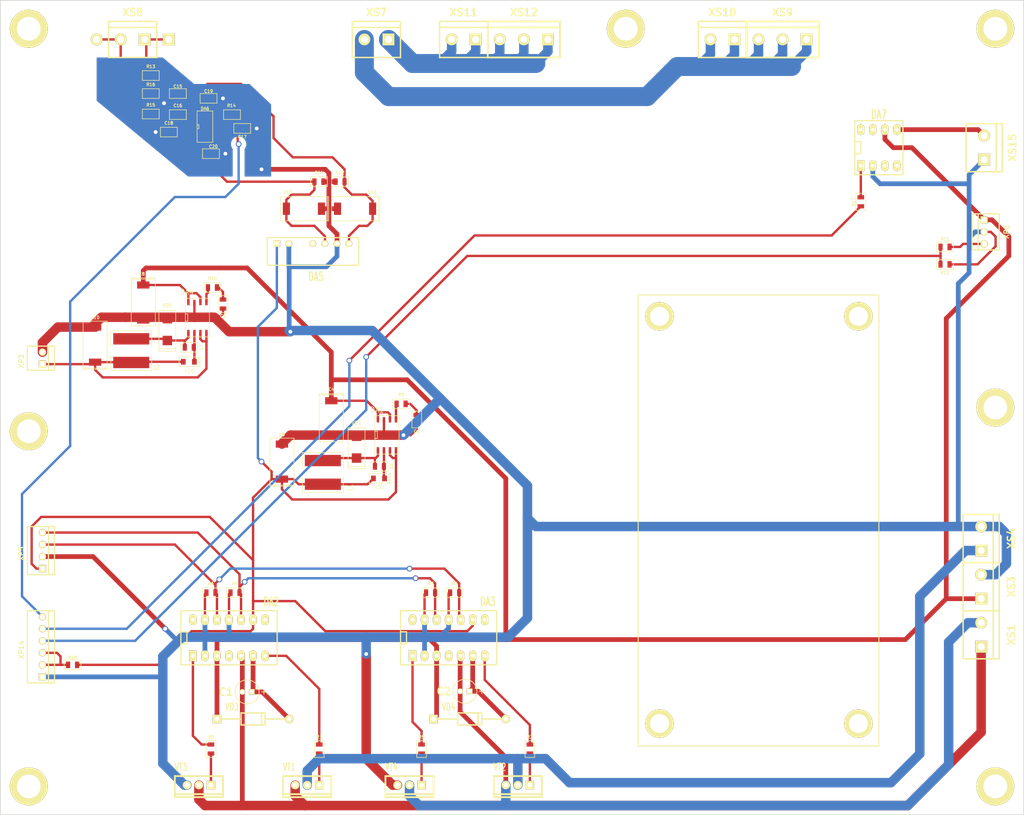
<source format=kicad_pcb>
(kicad_pcb (version 3) (host pcbnew "(2013-jul-07)-stable")

  (general
    (links 154)
    (no_connects 1)
    (area 96.444999 48.32858 312.595001 220.970001)
    (thickness 1.6)
    (drawings 8)
    (tracks 518)
    (zones 0)
    (modules 84)
    (nets 44)
  )

  (page A3)
  (layers
    (15 F.Cu signal)
    (0 B.Cu signal)
    (16 B.Adhes user)
    (17 F.Adhes user)
    (18 B.Paste user)
    (19 F.Paste user)
    (20 B.SilkS user)
    (21 F.SilkS user)
    (22 B.Mask user)
    (23 F.Mask user)
    (24 Dwgs.User user)
    (25 Cmts.User user)
    (26 Eco1.User user)
    (27 Eco2.User user)
    (28 Edge.Cuts user)
  )

  (setup
    (last_trace_width 0.254)
    (user_trace_width 0.5)
    (user_trace_width 1)
    (user_trace_width 2)
    (user_trace_width 4)
    (trace_clearance 0.254)
    (zone_clearance 1)
    (zone_45_only no)
    (trace_min 0.254)
    (segment_width 0.2)
    (edge_width 0.15)
    (via_size 0.889)
    (via_drill 0.635)
    (via_min_size 0.889)
    (via_min_drill 0.508)
    (user_via 1.2 0.8)
    (uvia_size 0.508)
    (uvia_drill 0.127)
    (uvias_allowed no)
    (uvia_min_size 0.508)
    (uvia_min_drill 0.127)
    (pcb_text_width 0.3)
    (pcb_text_size 1 1)
    (mod_edge_width 0.15)
    (mod_text_size 1 1)
    (mod_text_width 0.15)
    (pad_size 2 2)
    (pad_drill 2)
    (pad_to_mask_clearance 0)
    (aux_axis_origin 0 0)
    (visible_elements FFFFFFBF)
    (pcbplotparams
      (layerselection 284196865)
      (usegerberextensions true)
      (excludeedgelayer true)
      (linewidth 0.150000)
      (plotframeref false)
      (viasonmask false)
      (mode 1)
      (useauxorigin false)
      (hpglpennumber 1)
      (hpglpenspeed 20)
      (hpglpendiameter 15)
      (hpglpenoverlay 2)
      (psnegative false)
      (psa4output false)
      (plotreference true)
      (plotvalue true)
      (plotothertext true)
      (plotinvisibletext false)
      (padsonsilk false)
      (subtractmaskfromsilk false)
      (outputformat 1)
      (mirror false)
      (drillshape 0)
      (scaleselection 1)
      (outputdirectory /home/dnvetrov/git/ag_simplimet/kicad/))
  )

  (net 0 "")
  (net 1 /+12V)
  (net 2 /+12Vdd)
  (net 3 /+5V)
  (net 4 /+5_LCD_LED)
  (net 5 /-12Vdd)
  (net 6 /A0)
  (net 7 /A1)
  (net 8 /A2)
  (net 9 /A3)
  (net 10 /DRV1)
  (net 11 /DRV2)
  (net 12 /GND)
  (net 13 /Vls)
  (net 14 N-000001)
  (net 15 N-0000010)
  (net 16 N-0000011)
  (net 17 N-0000012)
  (net 18 N-0000013)
  (net 19 N-0000016)
  (net 20 N-0000017)
  (net 21 N-0000018)
  (net 22 N-000002)
  (net 23 N-0000020)
  (net 24 N-0000021)
  (net 25 N-0000025)
  (net 26 N-0000026)
  (net 27 N-000003)
  (net 28 N-0000030)
  (net 29 N-0000035)
  (net 30 N-0000036)
  (net 31 N-0000037)
  (net 32 N-000004)
  (net 33 N-0000040)
  (net 34 N-0000041)
  (net 35 N-0000043)
  (net 36 N-0000044)
  (net 37 N-0000048)
  (net 38 N-0000049)
  (net 39 N-000005)
  (net 40 N-000006)
  (net 41 N-000007)
  (net 42 N-000008)
  (net 43 N-000009)

  (net_class Default "This is the default net class."
    (clearance 0.254)
    (trace_width 0.254)
    (via_dia 0.889)
    (via_drill 0.635)
    (uvia_dia 0.508)
    (uvia_drill 0.127)
    (add_net "")
    (add_net /+12V)
    (add_net /+12Vdd)
    (add_net /+5V)
    (add_net /+5_LCD_LED)
    (add_net /-12Vdd)
    (add_net /A0)
    (add_net /A1)
    (add_net /A2)
    (add_net /A3)
    (add_net /DRV1)
    (add_net /DRV2)
    (add_net /GND)
    (add_net /Vls)
    (add_net N-000001)
    (add_net N-0000010)
    (add_net N-0000011)
    (add_net N-0000012)
    (add_net N-0000013)
    (add_net N-0000016)
    (add_net N-0000017)
    (add_net N-0000018)
    (add_net N-000002)
    (add_net N-0000020)
    (add_net N-0000021)
    (add_net N-0000025)
    (add_net N-0000026)
    (add_net N-000003)
    (add_net N-0000030)
    (add_net N-0000035)
    (add_net N-0000036)
    (add_net N-0000037)
    (add_net N-000004)
    (add_net N-0000040)
    (add_net N-0000041)
    (add_net N-0000043)
    (add_net N-0000044)
    (add_net N-0000048)
    (add_net N-0000049)
    (add_net N-000005)
    (add_net N-000006)
    (add_net N-000007)
    (add_net N-000008)
    (add_net N-000009)
  )

  (module 1_pin (layer F.Cu) (tedit 54F06A89) (tstamp 54F066DE)
    (at 234.696 197.358)
    (descr "module 1 pin (ou trou mecanique de percage)")
    (tags DEV)
    (fp_text reference 1_PIN (at 0 -3.048) (layer F.SilkS) hide
      (effects (font (size 0.50038 0.50038) (thickness 0.12446)))
    )
    (fp_text value P*** (at 0 -1.524) (layer F.SilkS) hide
      (effects (font (size 1.016 1.016) (thickness 0.254)))
    )
    (pad 1 thru_hole circle (at 0.944 4.267) (size 6 6) (drill 4)
      (layers *.Cu *.Mask F.SilkS)
    )
  )

  (module 1_pin (layer F.Cu) (tedit 54F06A49) (tstamp 54F066D6)
    (at 235.331 114.173)
    (descr "module 1 pin (ou trou mecanique de percage)")
    (tags DEV)
    (fp_text reference 1_PIN (at 0 -3.048) (layer F.SilkS) hide
      (effects (font (size 0.50038 0.50038) (thickness 0.12446)))
    )
    (fp_text value P*** (at 0 -1.524) (layer F.SilkS) hide
      (effects (font (size 1.016 1.016) (thickness 0.254)))
    )
    (pad 1 thru_hole circle (at 0.309 1.452) (size 6 6) (drill 4)
      (layers *.Cu *.Mask F.SilkS)
    )
  )

  (module 1_pin (layer F.Cu) (tedit 54F06A6F) (tstamp 54F066CD)
    (at 273.431 114.173)
    (descr "module 1 pin (ou trou mecanique de percage)")
    (tags DEV)
    (fp_text reference 1_PIN (at 0 -3.048) (layer F.SilkS) hide
      (effects (font (size 0.50038 0.50038) (thickness 0.12446)))
    )
    (fp_text value P*** (at 0 -1.524) (layer F.SilkS) hide
      (effects (font (size 1.016 1.016) (thickness 0.254)))
    )
    (pad 1 thru_hole circle (at 4.209 1.452) (size 6 6) (drill 4)
      (layers *.Cu *.Mask F.SilkS)
    )
  )

  (module 1_pin (layer F.Cu) (tedit 54F06A81) (tstamp 54F066C2)
    (at 272.796 196.723)
    (descr "module 1 pin (ou trou mecanique de percage)")
    (tags DEV)
    (fp_text reference 1_PIN (at 0 -3.048) (layer F.SilkS) hide
      (effects (font (size 0.50038 0.50038) (thickness 0.12446)))
    )
    (fp_text value P*** (at 0 -1.524) (layer F.SilkS) hide
      (effects (font (size 1.016 1.016) (thickness 0.254)))
    )
    (pad 1 thru_hole circle (at 4.844 4.902) (size 6 6) (drill 4)
      (layers *.Cu *.Mask F.SilkS)
    )
  )

  (module 1_pin (layer F.Cu) (tedit 54E496B7) (tstamp 54E4A15B)
    (at 132.08 57.15)
    (descr "module 1 pin (ou trou mecanique de percage)")
    (tags DEV)
    (fp_text reference 1_PIN (at 0 -3.048) (layer F.SilkS) hide
      (effects (font (size 0.50038 0.50038) (thickness 0.12446)))
    )
    (fp_text value P*** (at 0 -1.524) (layer F.SilkS) hide
      (effects (font (size 1.016 1.016) (thickness 0.254)))
    )
    (pad 1 thru_hole rect (at 0 0) (size 2.5 2.5) (drill 1.5)
      (layers *.Cu *.Mask F.SilkS)
      (net 29 N-0000035)
    )
  )

  (module 1_pin (layer F.Cu) (tedit 54E496AB) (tstamp 54E4A13D)
    (at 116.84 57.15)
    (descr "module 1 pin (ou trou mecanique de percage)")
    (tags DEV)
    (fp_text reference 1_PIN (at 0 -3.048) (layer F.SilkS) hide
      (effects (font (size 0.50038 0.50038) (thickness 0.12446)))
    )
    (fp_text value P*** (at 0 -1.524) (layer F.SilkS) hide
      (effects (font (size 1.016 1.016) (thickness 0.254)))
    )
    (pad 1 thru_hole circle (at 0 0) (size 2.5 2.5) (drill 1.5)
      (layers *.Cu *.Mask F.SilkS)
      (net 21 N-0000018)
    )
  )

  (module CASE_D (layer F.Cu) (tedit 54E20E28) (tstamp 54E20FD3)
    (at 155.956 146.304 90)
    (path /54C64EE8)
    (attr smd)
    (fp_text reference C6 (at 5.715 0 180) (layer F.SilkS)
      (effects (font (size 0.635 0.635) (thickness 0.127)))
    )
    (fp_text value "100 мк 10 В" (at 0.127 3.175 90) (layer F.SilkS) hide
      (effects (font (size 0.635 0.635) (thickness 0.127)))
    )
    (fp_line (start -4.953 2.54) (end -5.207 2.54) (layer F.SilkS) (width 0.127))
    (fp_line (start -5.207 2.54) (end -5.207 -2.54) (layer F.SilkS) (width 0.127))
    (fp_line (start -5.207 -2.54) (end -4.953 -2.54) (layer F.SilkS) (width 0.127))
    (fp_line (start -4.953 -2.54) (end 4.953 -2.54) (layer F.SilkS) (width 0.127))
    (fp_line (start 4.953 2.54) (end -4.953 2.54) (layer F.SilkS) (width 0.127))
    (fp_line (start -4.953 2.54) (end -4.953 -2.54) (layer F.SilkS) (width 0.127))
    (fp_line (start 4.953 -2.54) (end 4.953 2.54) (layer F.SilkS) (width 0.127))
    (pad 1 smd rect (at -3.70078 0 90) (size 1.50114 2.60096)
      (layers F.Cu F.Paste F.Mask)
      (net 3 /+5V)
    )
    (pad 2 smd rect (at 3.70078 0 90) (size 1.50114 2.60096)
      (layers F.Cu F.Paste F.Mask)
      (net 12 /GND)
    )
    (model smd/chip_cms.wrl
      (at (xyz 0 0 0))
      (scale (xyz 0.3 0.3 0.3))
      (rotate (xyz 0 0 0))
    )
  )

  (module CASE_D (layer F.Cu) (tedit 54E348C7) (tstamp 54E20FC7)
    (at 166.37 137.16 270)
    (path /54C648F3)
    (attr smd)
    (fp_text reference C4 (at -6.096 0 360) (layer F.SilkS)
      (effects (font (size 0.635 0.635) (thickness 0.127)))
    )
    (fp_text value "22 мк 25 В" (at 0.127 3.175 270) (layer F.SilkS) hide
      (effects (font (size 0.635 0.635) (thickness 0.127)))
    )
    (fp_line (start -4.953 2.54) (end -5.207 2.54) (layer F.SilkS) (width 0.127))
    (fp_line (start -5.207 2.54) (end -5.207 -2.54) (layer F.SilkS) (width 0.127))
    (fp_line (start -5.207 -2.54) (end -4.953 -2.54) (layer F.SilkS) (width 0.127))
    (fp_line (start -4.953 -2.54) (end 4.953 -2.54) (layer F.SilkS) (width 0.127))
    (fp_line (start 4.953 2.54) (end -4.953 2.54) (layer F.SilkS) (width 0.127))
    (fp_line (start -4.953 2.54) (end -4.953 -2.54) (layer F.SilkS) (width 0.127))
    (fp_line (start 4.953 -2.54) (end 4.953 2.54) (layer F.SilkS) (width 0.127))
    (pad 1 smd rect (at -3.70078 0 270) (size 1.50114 2.60096)
      (layers F.Cu F.Paste F.Mask)
      (net 1 /+12V)
    )
    (pad 2 smd rect (at 3.70078 0 270) (size 1.50114 2.60096)
      (layers F.Cu F.Paste F.Mask)
      (net 12 /GND)
    )
    (model smd/chip_cms.wrl
      (at (xyz 0 0 0))
      (scale (xyz 0.3 0.3 0.3))
      (rotate (xyz 0 0 0))
    )
  )

  (module SDR0805 (layer F.Cu) (tedit 54E21003) (tstamp 54E20FBC)
    (at 164.592 148.59 270)
    (tags "CMS SM")
    (path /54C646C1)
    (attr smd)
    (fp_text reference L1 (at 3.175 -5.715 270) (layer F.SilkS)
      (effects (font (size 1.016 0.762) (thickness 0.127)))
    )
    (fp_text value "33 мкГн" (at 0.127 -5.334 270) (layer F.SilkS) hide
      (effects (font (size 1.016 0.762) (thickness 0.127)))
    )
    (fp_line (start 1.016 4.318) (end 4.191 4.318) (layer F.SilkS) (width 0.127))
    (fp_line (start 4.191 4.318) (end 4.191 -4.318) (layer F.SilkS) (width 0.127))
    (fp_line (start 4.191 -4.318) (end 1.016 -4.318) (layer F.SilkS) (width 0.127))
    (fp_line (start -1.016 -4.318) (end -4.191 -4.318) (layer F.SilkS) (width 0.127))
    (fp_line (start -4.191 -4.318) (end -4.191 4.318) (layer F.SilkS) (width 0.127))
    (fp_line (start -4.191 4.318) (end -1.016 4.318) (layer F.SilkS) (width 0.127))
    (pad 1 smd rect (at -2.49936 0 270) (size 2.4003 7.59968)
      (layers F.Cu F.Paste F.Mask)
      (net 20 N-0000017)
    )
    (pad 2 smd rect (at 2.49936 0 270) (size 2.4003 7.59968)
      (layers F.Cu F.Paste F.Mask)
      (net 3 /+5V)
    )
    (model smd/chip_cms.wrl
      (at (xyz 0 0 0))
      (scale (xyz 0.21 0.3 0.2))
      (rotate (xyz 0 0 0))
    )
  )

  (module SMA (layer F.Cu) (tedit 54E20E1A) (tstamp 54E20FB2)
    (at 171.704 143.256 270)
    (path /54C64D26)
    (attr smd)
    (fp_text reference VD1 (at -5.08 0 360) (layer F.SilkS)
      (effects (font (size 0.762 0.762) (thickness 0.127)))
    )
    (fp_text value SC36A (at 0.254 2.413 270) (layer F.SilkS) hide
      (effects (font (size 0.762 0.762) (thickness 0.127)))
    )
    (fp_line (start 4.572 1.778) (end 4.572 -1.778) (layer F.SilkS) (width 0.127))
    (fp_line (start -4.064 1.778) (end -4.064 -1.778) (layer F.SilkS) (width 0.127))
    (fp_line (start 4.572 1.778) (end -4.064 1.778) (layer F.SilkS) (width 0.127))
    (fp_line (start 4.572 -1.778) (end -4.064 -1.778) (layer F.SilkS) (width 0.127))
    (fp_line (start 4.064 -1.778) (end 4.064 1.778) (layer F.SilkS) (width 0.127))
    (pad 1 smd rect (at -2.30124 0 270) (size 1.99898 1.99898)
      (layers F.Cu F.Paste F.Mask)
      (net 12 /GND)
    )
    (pad 2 smd rect (at 2.30124 0 270) (size 1.99898 1.99898)
      (layers F.Cu F.Paste F.Mask)
      (net 20 N-0000017)
    )
    (model smd/chip_cms.wrl
      (at (xyz 0 0 0))
      (scale (xyz 0.17 0.16 0.16))
      (rotate (xyz 0 0 0))
    )
  )

  (module SMD0805 (layer F.Cu) (tedit 54E20E0F) (tstamp 54E20FA9)
    (at 176.53 147.32)
    (path /54C64EE2)
    (attr smd)
    (fp_text reference C3 (at 2.54 0 90) (layer F.SilkS)
      (effects (font (size 0.635 0.635) (thickness 0.127)))
    )
    (fp_text value "0.22 мк" (at 0.254 1.524) (layer F.SilkS) hide
      (effects (font (size 0.635 0.635) (thickness 0.127)))
    )
    (fp_line (start 1.778 1.016) (end 1.778 -1.016) (layer F.SilkS) (width 0.127))
    (fp_line (start -1.778 1.016) (end 1.778 1.016) (layer F.SilkS) (width 0.127))
    (fp_line (start -1.778 -1.016) (end -1.778 1.016) (layer F.SilkS) (width 0.127))
    (fp_line (start -1.778 -1.016) (end 1.778 -1.016) (layer F.SilkS) (width 0.127))
    (pad 1 smd rect (at -0.9525 0) (size 0.889 1.397)
      (layers F.Cu F.Paste F.Mask)
      (net 20 N-0000017)
    )
    (pad 2 smd rect (at 0.9525 0) (size 0.889 1.397)
      (layers F.Cu F.Paste F.Mask)
      (net 19 N-0000016)
    )
    (model smd/chip_cms.wrl
      (at (xyz 0 0 0))
      (scale (xyz 0.1 0.1 0.1))
      (rotate (xyz 0 0 0))
    )
  )

  (module SMD0805 (layer F.Cu) (tedit 54E348B4) (tstamp 54E210CC)
    (at 184.404 137.414 270)
    (path /54C6476E)
    (attr smd)
    (fp_text reference C5 (at 2.54 0 360) (layer F.SilkS)
      (effects (font (size 0.635 0.635) (thickness 0.127)))
    )
    (fp_text value "0.22 мк" (at 0.254 1.524 270) (layer F.SilkS) hide
      (effects (font (size 0.635 0.635) (thickness 0.127)))
    )
    (fp_line (start 1.778 1.016) (end 1.778 -1.016) (layer F.SilkS) (width 0.127))
    (fp_line (start -1.778 1.016) (end 1.778 1.016) (layer F.SilkS) (width 0.127))
    (fp_line (start -1.778 -1.016) (end -1.778 1.016) (layer F.SilkS) (width 0.127))
    (fp_line (start -1.778 -1.016) (end 1.778 -1.016) (layer F.SilkS) (width 0.127))
    (pad 1 smd rect (at -0.9525 0 270) (size 0.889 1.397)
      (layers F.Cu F.Paste F.Mask)
      (net 27 N-000003)
    )
    (pad 2 smd rect (at 0.9525 0 270) (size 0.889 1.397)
      (layers F.Cu F.Paste F.Mask)
      (net 12 /GND)
    )
    (model smd/chip_cms.wrl
      (at (xyz 0 0 0))
      (scale (xyz 0.1 0.1 0.1))
      (rotate (xyz 0 0 0))
    )
  )

  (module SMD0805 (layer F.Cu) (tedit 54E20DCD) (tstamp 54E20F97)
    (at 181.102 134.112)
    (path /54C64765)
    (attr smd)
    (fp_text reference R3 (at 0 -1.905) (layer F.SilkS)
      (effects (font (size 0.635 0.635) (thickness 0.127)))
    )
    (fp_text value "3.9 к" (at 0.254 1.524) (layer F.SilkS) hide
      (effects (font (size 0.635 0.635) (thickness 0.127)))
    )
    (fp_line (start 1.778 1.016) (end 1.778 -1.016) (layer F.SilkS) (width 0.127))
    (fp_line (start -1.778 1.016) (end 1.778 1.016) (layer F.SilkS) (width 0.127))
    (fp_line (start -1.778 -1.016) (end -1.778 1.016) (layer F.SilkS) (width 0.127))
    (fp_line (start -1.778 -1.016) (end 1.778 -1.016) (layer F.SilkS) (width 0.127))
    (pad 1 smd rect (at -0.9525 0) (size 0.889 1.397)
      (layers F.Cu F.Paste F.Mask)
      (net 22 N-000002)
    )
    (pad 2 smd rect (at 0.9525 0) (size 0.889 1.397)
      (layers F.Cu F.Paste F.Mask)
      (net 27 N-000003)
    )
    (model smd/chip_cms.wrl
      (at (xyz 0 0 0))
      (scale (xyz 0.1 0.1 0.1))
      (rotate (xyz 0 0 0))
    )
  )

  (module SOD110 (layer F.Cu) (tedit 54E20D8C) (tstamp 54E20F8D)
    (at 175.26 149.86)
    (tags SOT23_5)
    (path /54C65181)
    (fp_text reference VD2 (at 1.27 1.905) (layer F.SilkS)
      (effects (font (size 0.762 0.762) (thickness 0.0762)))
    )
    (fp_text value BAS216 (at 1.397 1.778) (layer F.SilkS) hide
      (effects (font (size 0.762 0.50038) (thickness 0.0762)))
    )
    (fp_line (start -0.889 1.016) (end 3.556 1.016) (layer F.SilkS) (width 0.127))
    (fp_line (start 3.556 -1.016) (end -0.889 -1.016) (layer F.SilkS) (width 0.127))
    (fp_line (start 3.556 -1.016) (end 3.556 1.016) (layer F.SilkS) (width 0.127))
    (fp_line (start -0.889 1.016) (end -0.889 -1.016) (layer F.SilkS) (width 0.127))
    (fp_line (start 3.302 -1.016) (end 3.302 1.016) (layer F.SilkS) (width 0.127))
    (pad 2 smd rect (at 2.3495 0) (size 1.00076 1.19888)
      (layers F.Cu F.Paste F.Mask)
      (net 19 N-0000016)
    )
    (pad 1 smd rect (at 0 0) (size 1.00076 1.19888)
      (layers F.Cu F.Paste F.Mask)
      (net 3 /+5V)
    )
    (model smd/SOT23_6.wrl
      (at (xyz 0 0 0))
      (scale (xyz 0.11 0.11 0.11))
      (rotate (xyz 0 0 -180))
    )
  )

  (module SOIC8 (layer F.Cu) (tedit 54E348AF) (tstamp 54E20F7B)
    (at 178.1175 140.6525)
    (descr "Module CMS SOJ 8 pins large")
    (tags "CMS SOJ")
    (path /54C646F8)
    (attr smd)
    (fp_text reference DA1 (at -2.0955 -5.2705) (layer F.SilkS)
      (effects (font (size 1.143 1.016) (thickness 0.127)))
    )
    (fp_text value ADP3050 (at -3.429 0 90) (layer F.SilkS) hide
      (effects (font (size 1.016 1.016) (thickness 0.127)))
    )
    (fp_line (start -2.032 -0.762) (end -2.032 0.762) (layer F.SilkS) (width 0.127))
    (fp_line (start -2.54 4.064) (end -2.54 -4.064) (layer F.SilkS) (width 0.127))
    (fp_line (start 2.54 4.064) (end 2.54 -4.064) (layer F.SilkS) (width 0.127))
    (fp_line (start -2.54 -4.064) (end 2.54 -4.064) (layer F.SilkS) (width 0.127))
    (fp_line (start 2.54 4.064) (end -2.54 4.064) (layer F.SilkS) (width 0.127))
    (fp_line (start -2.54 -0.762) (end -2.032 -0.762) (layer F.SilkS) (width 0.127))
    (fp_line (start -2.032 0.762) (end -2.54 0.762) (layer F.SilkS) (width 0.127))
    (pad 8 smd rect (at -1.905 -3.175) (size 0.508 1.143)
      (layers F.Cu F.Paste F.Mask)
      (net 1 /+12V)
    )
    (pad 7 smd rect (at -0.635 -3.175) (size 0.508 1.143)
      (layers F.Cu F.Paste F.Mask)
      (net 12 /GND)
    )
    (pad 6 smd rect (at 0.635 -3.175) (size 0.508 1.143)
      (layers F.Cu F.Paste F.Mask)
      (net 1 /+12V)
    )
    (pad 5 smd rect (at 1.905 -3.175) (size 0.508 1.143)
      (layers F.Cu F.Paste F.Mask)
      (net 22 N-000002)
    )
    (pad 4 smd rect (at 1.905 3.175) (size 0.508 1.143)
      (layers F.Cu F.Paste F.Mask)
      (net 3 /+5V)
    )
    (pad 3 smd rect (at 0.635 3.175) (size 0.508 1.143)
      (layers F.Cu F.Paste F.Mask)
      (net 3 /+5V)
    )
    (pad 2 smd rect (at -0.635 3.175) (size 0.508 1.143)
      (layers F.Cu F.Paste F.Mask)
      (net 19 N-0000016)
    )
    (pad 1 smd rect (at -1.905 3.175) (size 0.508 1.143)
      (layers F.Cu F.Paste F.Mask)
      (net 20 N-0000017)
    )
    (model smd/cms_so8.wrl
      (at (xyz 0 0 0))
      (scale (xyz 0.5 0.38 0.5))
      (rotate (xyz 0 0 0))
    )
  )

  (module 1_pin (layer F.Cu) (tedit 54D223DE) (tstamp 54D22EEE)
    (at 302.006 208.788)
    (descr "module 1 pin (ou trou mecanique de percage)")
    (tags DEV)
    (fp_text reference 1_PIN (at 0 -3.048) (layer F.SilkS) hide
      (effects (font (size 0.50038 0.50038) (thickness 0.12446)))
    )
    (fp_text value P*** (at 0 -1.524) (layer F.SilkS) hide
      (effects (font (size 1.016 1.016) (thickness 0.254)))
    )
    (pad 1 thru_hole circle (at 4.514 6.107) (size 8 8) (drill 5)
      (layers *.Cu *.Mask F.SilkS)
    )
  )

  (module 1_pin (layer F.Cu) (tedit 54D223CA) (tstamp 54D22EEA)
    (at 302.641 137.668)
    (descr "module 1 pin (ou trou mecanique de percage)")
    (tags DEV)
    (fp_text reference 1_PIN (at 0 -3.048) (layer F.SilkS) hide
      (effects (font (size 0.50038 0.50038) (thickness 0.12446)))
    )
    (fp_text value P*** (at 0 -1.524) (layer F.SilkS) hide
      (effects (font (size 1.016 1.016) (thickness 0.254)))
    )
    (pad 1 thru_hole circle (at 3.879 -2.773) (size 8 8) (drill 5)
      (layers *.Cu *.Mask F.SilkS)
    )
  )

  (module 1_pin (layer F.Cu) (tedit 54D223AA) (tstamp 54D22EE6)
    (at 300.736 53.213)
    (descr "module 1 pin (ou trou mecanique de percage)")
    (tags DEV)
    (fp_text reference 1_PIN (at 0 -3.048) (layer F.SilkS) hide
      (effects (font (size 0.50038 0.50038) (thickness 0.12446)))
    )
    (fp_text value P*** (at 0 -1.524) (layer F.SilkS) hide
      (effects (font (size 1.016 1.016) (thickness 0.254)))
    )
    (pad 1 thru_hole circle (at 5.784 1.682) (size 8 8) (drill 5)
      (layers *.Cu *.Mask F.SilkS)
    )
  )

  (module 1_pin (layer F.Cu) (tedit 54D2238A) (tstamp 54D22F1C)
    (at 101.346 210.058)
    (descr "module 1 pin (ou trou mecanique de percage)")
    (tags DEV)
    (fp_text reference 1_PIN (at 0 -3.048) (layer F.SilkS) hide
      (effects (font (size 0.50038 0.50038) (thickness 0.12446)))
    )
    (fp_text value P*** (at 0 -1.524) (layer F.SilkS) hide
      (effects (font (size 1.016 1.016) (thickness 0.254)))
    )
    (pad 1 thru_hole circle (at 1.174 4.837) (size 8 8) (drill 5)
      (layers *.Cu *.Mask F.SilkS)
    )
  )

  (module 1_pin (layer F.Cu) (tedit 54D22399) (tstamp 54D22EDE)
    (at 209.296 53.848)
    (descr "module 1 pin (ou trou mecanique de percage)")
    (tags DEV)
    (fp_text reference 1_PIN (at 0 -3.048) (layer F.SilkS) hide
      (effects (font (size 0.50038 0.50038) (thickness 0.12446)))
    )
    (fp_text value P*** (at 0 -1.524) (layer F.SilkS) hide
      (effects (font (size 1.016 1.016) (thickness 0.254)))
    )
    (pad 1 thru_hole circle (at 19.224 1.047) (size 8 8) (drill 5)
      (layers *.Cu *.Mask F.SilkS)
    )
  )

  (module 1_pin (layer F.Cu) (tedit 54D22377) (tstamp 54D22F22)
    (at 100.076 151.638)
    (descr "module 1 pin (ou trou mecanique de percage)")
    (tags DEV)
    (fp_text reference 1_PIN (at 0 -3.048) (layer F.SilkS) hide
      (effects (font (size 0.50038 0.50038) (thickness 0.12446)))
    )
    (fp_text value P*** (at 0 -1.524) (layer F.SilkS) hide
      (effects (font (size 1.016 1.016) (thickness 0.254)))
    )
    (pad 1 thru_hole circle (at 2.444 -11.743) (size 8 8) (drill 5)
      (layers *.Cu *.Mask F.SilkS)
    )
  )

  (module 1_pin (layer F.Cu) (tedit 54D222BA) (tstamp 54D22E8F)
    (at 100.076 51.943)
    (descr "module 1 pin (ou trou mecanique de percage)")
    (tags DEV)
    (fp_text reference 1_PIN (at 0 -3.048) (layer F.SilkS) hide
      (effects (font (size 0.50038 0.50038) (thickness 0.12446)))
    )
    (fp_text value P*** (at 0 -1.524) (layer F.SilkS) hide
      (effects (font (size 1.016 1.016) (thickness 0.254)))
    )
    (pad 1 thru_hole circle (at 2.444 2.952) (size 8 8) (drill 5)
      (layers *.Cu *.Mask F.SilkS)
    )
  )

  (module TO220_VERT_POZ (layer F.Cu) (tedit 54F45A83) (tstamp 54DA15B7)
    (at 161.29 214.63 270)
    (descr "Regulateur TO220 serie LM78xx")
    (tags "TR TO220")
    (path /54C25B67)
    (fp_text reference VT1 (at -3.81 3.81 360) (layer F.SilkS)
      (effects (font (size 1.524 1.016) (thickness 0.2032)))
    )
    (fp_text value IRLZ44 (at -3.81 0 360) (layer F.SilkS) hide
      (effects (font (size 1.524 1.016) (thickness 0.2032)))
    )
    (fp_line (start 1.905 -5.08) (end 2.54 -5.08) (layer F.SilkS) (width 0.381))
    (fp_line (start 2.54 -5.08) (end 2.54 5.08) (layer F.SilkS) (width 0.381))
    (fp_line (start 2.54 5.08) (end 1.905 5.08) (layer F.SilkS) (width 0.381))
    (fp_line (start -1.905 -5.08) (end 1.905 -5.08) (layer F.SilkS) (width 0.381))
    (fp_line (start 1.905 -5.08) (end 1.905 5.08) (layer F.SilkS) (width 0.381))
    (fp_line (start 1.905 5.08) (end -1.905 5.08) (layer F.SilkS) (width 0.381))
    (fp_line (start -1.905 5.08) (end -1.905 -5.08) (layer F.SilkS) (width 0.381))
    (pad 1 thru_hole rect (at 0 -2.54 270) (size 1.778 1.778) (drill 1)
      (layers *.Cu *.Mask F.SilkS)
      (net 33 N-0000040)
    )
    (pad 2 thru_hole circle (at 0 0 270) (size 1.778 1.778) (drill 1)
      (layers *.Cu *.Mask F.SilkS)
      (net 13 /Vls)
    )
    (pad 3 thru_hole circle (at 0 2.54 270) (size 1.778 1.778) (drill 1)
      (layers *.Cu *.Mask F.SilkS)
      (net 37 N-0000048)
    )
    (model discret/to220_vert.wrl
      (at (xyz 0 0 0))
      (scale (xyz 1 1 1))
      (rotate (xyz 0 0 0))
    )
  )

  (module TO220_VERT_POZ (layer F.Cu) (tedit 54F45A9F) (tstamp 54DA15C5)
    (at 182.88 214.63 270)
    (descr "Regulateur TO220 serie LM78xx")
    (tags "TR TO220")
    (path /54C26E77)
    (fp_text reference VT4 (at -3.81 3.81 360) (layer F.SilkS)
      (effects (font (size 1.524 1.016) (thickness 0.2032)))
    )
    (fp_text value IRLZ44 (at -3.81 0 360) (layer F.SilkS) hide
      (effects (font (size 1.524 1.016) (thickness 0.2032)))
    )
    (fp_line (start 1.905 -5.08) (end 2.54 -5.08) (layer F.SilkS) (width 0.381))
    (fp_line (start 2.54 -5.08) (end 2.54 5.08) (layer F.SilkS) (width 0.381))
    (fp_line (start 2.54 5.08) (end 1.905 5.08) (layer F.SilkS) (width 0.381))
    (fp_line (start -1.905 -5.08) (end 1.905 -5.08) (layer F.SilkS) (width 0.381))
    (fp_line (start 1.905 -5.08) (end 1.905 5.08) (layer F.SilkS) (width 0.381))
    (fp_line (start 1.905 5.08) (end -1.905 5.08) (layer F.SilkS) (width 0.381))
    (fp_line (start -1.905 5.08) (end -1.905 -5.08) (layer F.SilkS) (width 0.381))
    (pad 1 thru_hole rect (at 0 -2.54 270) (size 1.778 1.778) (drill 1)
      (layers *.Cu *.Mask F.SilkS)
      (net 17 N-0000012)
    )
    (pad 2 thru_hole circle (at 0 0 270) (size 1.778 1.778) (drill 1)
      (layers *.Cu *.Mask F.SilkS)
      (net 24 N-0000021)
    )
    (pad 3 thru_hole circle (at 0 2.54 270) (size 1.778 1.778) (drill 1)
      (layers *.Cu *.Mask F.SilkS)
      (net 12 /GND)
    )
    (model discret/to220_vert.wrl
      (at (xyz 0 0 0))
      (scale (xyz 1 1 1))
      (rotate (xyz 0 0 0))
    )
  )

  (module TO220_VERT_POZ (layer F.Cu) (tedit 54F45ABF) (tstamp 54DA15D3)
    (at 205.74 214.63 270)
    (descr "Regulateur TO220 serie LM78xx")
    (tags "TR TO220")
    (path /54C26E2C)
    (fp_text reference VT2 (at -3.81 3.81 360) (layer F.SilkS)
      (effects (font (size 1.524 1.016) (thickness 0.2032)))
    )
    (fp_text value IRLZ44 (at -3.81 0 360) (layer F.SilkS) hide
      (effects (font (size 1.524 1.016) (thickness 0.2032)))
    )
    (fp_line (start 1.905 -5.08) (end 2.54 -5.08) (layer F.SilkS) (width 0.381))
    (fp_line (start 2.54 -5.08) (end 2.54 5.08) (layer F.SilkS) (width 0.381))
    (fp_line (start 2.54 5.08) (end 1.905 5.08) (layer F.SilkS) (width 0.381))
    (fp_line (start -1.905 -5.08) (end 1.905 -5.08) (layer F.SilkS) (width 0.381))
    (fp_line (start 1.905 -5.08) (end 1.905 5.08) (layer F.SilkS) (width 0.381))
    (fp_line (start 1.905 5.08) (end -1.905 5.08) (layer F.SilkS) (width 0.381))
    (fp_line (start -1.905 5.08) (end -1.905 -5.08) (layer F.SilkS) (width 0.381))
    (pad 1 thru_hole rect (at 0 -2.54 270) (size 1.778 1.778) (drill 1)
      (layers *.Cu *.Mask F.SilkS)
      (net 16 N-0000011)
    )
    (pad 2 thru_hole circle (at 0 0 270) (size 1.778 1.778) (drill 1)
      (layers *.Cu *.Mask F.SilkS)
      (net 13 /Vls)
    )
    (pad 3 thru_hole circle (at 0 2.54 270) (size 1.778 1.778) (drill 1)
      (layers *.Cu *.Mask F.SilkS)
      (net 24 N-0000021)
    )
    (model discret/to220_vert.wrl
      (at (xyz 0 0 0))
      (scale (xyz 1 1 1))
      (rotate (xyz 0 0 0))
    )
  )

  (module TO220_VERT_POZ (layer F.Cu) (tedit 54F45A67) (tstamp 54DA15E1)
    (at 138.43 214.63 270)
    (descr "Regulateur TO220 serie LM78xx")
    (tags "TR TO220")
    (path /54C269BF)
    (fp_text reference VT3 (at -3.81 3.81 360) (layer F.SilkS)
      (effects (font (size 1.524 1.016) (thickness 0.2032)))
    )
    (fp_text value IRLZ44 (at -3.81 0 360) (layer F.SilkS) hide
      (effects (font (size 1.524 1.016) (thickness 0.2032)))
    )
    (fp_line (start 1.905 -5.08) (end 2.54 -5.08) (layer F.SilkS) (width 0.381))
    (fp_line (start 2.54 -5.08) (end 2.54 5.08) (layer F.SilkS) (width 0.381))
    (fp_line (start 2.54 5.08) (end 1.905 5.08) (layer F.SilkS) (width 0.381))
    (fp_line (start -1.905 -5.08) (end 1.905 -5.08) (layer F.SilkS) (width 0.381))
    (fp_line (start 1.905 -5.08) (end 1.905 5.08) (layer F.SilkS) (width 0.381))
    (fp_line (start 1.905 5.08) (end -1.905 5.08) (layer F.SilkS) (width 0.381))
    (fp_line (start -1.905 5.08) (end -1.905 -5.08) (layer F.SilkS) (width 0.381))
    (pad 1 thru_hole rect (at 0 -2.54 270) (size 1.778 1.778) (drill 1)
      (layers *.Cu *.Mask F.SilkS)
      (net 38 N-0000049)
    )
    (pad 2 thru_hole circle (at 0 0 270) (size 1.778 1.778) (drill 1)
      (layers *.Cu *.Mask F.SilkS)
      (net 37 N-0000048)
    )
    (pad 3 thru_hole circle (at 0 2.54 270) (size 1.778 1.778) (drill 1)
      (layers *.Cu *.Mask F.SilkS)
      (net 12 /GND)
    )
    (model discret/to220_vert.wrl
      (at (xyz 0 0 0))
      (scale (xyz 1 1 1))
      (rotate (xyz 0 0 0))
    )
  )

  (module SOIC8 (layer F.Cu) (tedit 54E20EB9) (tstamp 54DA15F4)
    (at 138.1125 115.8875)
    (descr "Module CMS SOJ 8 pins large")
    (tags "CMS SOJ")
    (path /54C6620D)
    (attr smd)
    (fp_text reference DA4 (at -2.2225 -5.3975) (layer F.SilkS)
      (effects (font (size 1.143 1.016) (thickness 0.127)))
    )
    (fp_text value ADP3050 (at -3.429 0 90) (layer F.SilkS) hide
      (effects (font (size 1.016 1.016) (thickness 0.127)))
    )
    (fp_line (start -2.032 -0.762) (end -2.032 0.762) (layer F.SilkS) (width 0.127))
    (fp_line (start -2.54 4.064) (end -2.54 -4.064) (layer F.SilkS) (width 0.127))
    (fp_line (start 2.54 4.064) (end 2.54 -4.064) (layer F.SilkS) (width 0.127))
    (fp_line (start -2.54 -4.064) (end 2.54 -4.064) (layer F.SilkS) (width 0.127))
    (fp_line (start 2.54 4.064) (end -2.54 4.064) (layer F.SilkS) (width 0.127))
    (fp_line (start -2.54 -0.762) (end -2.032 -0.762) (layer F.SilkS) (width 0.127))
    (fp_line (start -2.032 0.762) (end -2.54 0.762) (layer F.SilkS) (width 0.127))
    (pad 8 smd rect (at -1.905 -3.175) (size 0.508 1.143)
      (layers F.Cu F.Paste F.Mask)
      (net 1 /+12V)
    )
    (pad 7 smd rect (at -0.635 -3.175) (size 0.508 1.143)
      (layers F.Cu F.Paste F.Mask)
      (net 12 /GND)
    )
    (pad 6 smd rect (at 0.635 -3.175) (size 0.508 1.143)
      (layers F.Cu F.Paste F.Mask)
      (net 1 /+12V)
    )
    (pad 5 smd rect (at 1.905 -3.175) (size 0.508 1.143)
      (layers F.Cu F.Paste F.Mask)
      (net 41 N-000007)
    )
    (pad 4 smd rect (at 1.905 3.175) (size 0.508 1.143)
      (layers F.Cu F.Paste F.Mask)
      (net 4 /+5_LCD_LED)
    )
    (pad 3 smd rect (at 0.635 3.175) (size 0.508 1.143)
      (layers F.Cu F.Paste F.Mask)
      (net 4 /+5_LCD_LED)
    )
    (pad 2 smd rect (at -0.635 3.175) (size 0.508 1.143)
      (layers F.Cu F.Paste F.Mask)
      (net 14 N-000001)
    )
    (pad 1 smd rect (at -1.905 3.175) (size 0.508 1.143)
      (layers F.Cu F.Paste F.Mask)
      (net 42 N-000008)
    )
    (model smd/cms_so8.wrl
      (at (xyz 0 0 0))
      (scale (xyz 0.5 0.38 0.5))
      (rotate (xyz 0 0 0))
    )
  )

  (module SOD110 (layer F.Cu) (tedit 54E20D95) (tstamp 54DA161D)
    (at 135.128 125.222)
    (tags SOT23_5)
    (path /54C6624A)
    (fp_text reference VD6 (at 1.27 1.905) (layer F.SilkS)
      (effects (font (size 0.762 0.762) (thickness 0.0762)))
    )
    (fp_text value BAS216 (at 1.397 1.778) (layer F.SilkS) hide
      (effects (font (size 0.762 0.50038) (thickness 0.0762)))
    )
    (fp_line (start -0.889 1.016) (end 3.556 1.016) (layer F.SilkS) (width 0.127))
    (fp_line (start 3.556 -1.016) (end -0.889 -1.016) (layer F.SilkS) (width 0.127))
    (fp_line (start 3.556 -1.016) (end 3.556 1.016) (layer F.SilkS) (width 0.127))
    (fp_line (start -0.889 1.016) (end -0.889 -1.016) (layer F.SilkS) (width 0.127))
    (fp_line (start 3.302 -1.016) (end 3.302 1.016) (layer F.SilkS) (width 0.127))
    (pad 2 smd rect (at 2.3495 0) (size 1.00076 1.19888)
      (layers F.Cu F.Paste F.Mask)
      (net 14 N-000001)
    )
    (pad 1 smd rect (at 0 0) (size 1.00076 1.19888)
      (layers F.Cu F.Paste F.Mask)
      (net 4 /+5_LCD_LED)
    )
    (model smd/SOT23_6.wrl
      (at (xyz 0 0 0))
      (scale (xyz 0.11 0.11 0.11))
      (rotate (xyz 0 0 -180))
    )
  )

  (module SMD0805 (layer F.Cu) (tedit 54E34D69) (tstamp 54DA1627)
    (at 147.574 75.946)
    (path /54CFB99E)
    (attr smd)
    (fp_text reference C17 (at 0 1.778) (layer F.SilkS)
      (effects (font (size 0.635 0.635) (thickness 0.127)))
    )
    (fp_text value "1 мк" (at 0.254 1.524) (layer F.SilkS) hide
      (effects (font (size 0.635 0.635) (thickness 0.127)))
    )
    (fp_line (start 1.778 1.016) (end 1.778 -1.016) (layer F.SilkS) (width 0.127))
    (fp_line (start -1.778 1.016) (end 1.778 1.016) (layer F.SilkS) (width 0.127))
    (fp_line (start -1.778 -1.016) (end -1.778 1.016) (layer F.SilkS) (width 0.127))
    (fp_line (start -1.778 -1.016) (end 1.778 -1.016) (layer F.SilkS) (width 0.127))
    (pad 1 smd rect (at -0.9525 0) (size 0.889 1.397)
      (layers F.Cu F.Paste F.Mask)
      (net 6 /A0)
    )
    (pad 2 smd rect (at 0.9525 0) (size 0.889 1.397)
      (layers F.Cu F.Paste F.Mask)
      (net 12 /GND)
    )
    (model smd/chip_cms.wrl
      (at (xyz 0 0 0))
      (scale (xyz 0.1 0.1 0.1))
      (rotate (xyz 0 0 0))
    )
  )

  (module SMD0805 (layer F.Cu) (tedit 54E20CA8) (tstamp 54DA1631)
    (at 141.2875 109.5375)
    (path /54C66215)
    (attr smd)
    (fp_text reference R10 (at 0 -1.905) (layer F.SilkS)
      (effects (font (size 0.635 0.635) (thickness 0.127)))
    )
    (fp_text value "3.9 к" (at 0.254 1.524) (layer F.SilkS) hide
      (effects (font (size 0.635 0.635) (thickness 0.127)))
    )
    (fp_line (start 1.778 1.016) (end 1.778 -1.016) (layer F.SilkS) (width 0.127))
    (fp_line (start -1.778 1.016) (end 1.778 1.016) (layer F.SilkS) (width 0.127))
    (fp_line (start -1.778 -1.016) (end -1.778 1.016) (layer F.SilkS) (width 0.127))
    (fp_line (start -1.778 -1.016) (end 1.778 -1.016) (layer F.SilkS) (width 0.127))
    (pad 1 smd rect (at -0.9525 0) (size 0.889 1.397)
      (layers F.Cu F.Paste F.Mask)
      (net 41 N-000007)
    )
    (pad 2 smd rect (at 0.9525 0) (size 0.889 1.397)
      (layers F.Cu F.Paste F.Mask)
      (net 43 N-000009)
    )
    (model smd/chip_cms.wrl
      (at (xyz 0 0 0))
      (scale (xyz 0.1 0.1 0.1))
      (rotate (xyz 0 0 0))
    )
  )

  (module SMD0805 (layer F.Cu) (tedit 54E34623) (tstamp 54DA163B)
    (at 143.51 113.03 270)
    (path /54C6621B)
    (attr smd)
    (fp_text reference C9 (at 2.54 0 360) (layer F.SilkS)
      (effects (font (size 0.635 0.635) (thickness 0.127)))
    )
    (fp_text value "0.22 мк" (at 0.254 1.524 270) (layer F.SilkS) hide
      (effects (font (size 0.635 0.635) (thickness 0.127)))
    )
    (fp_line (start 1.778 1.016) (end 1.778 -1.016) (layer F.SilkS) (width 0.127))
    (fp_line (start -1.778 1.016) (end 1.778 1.016) (layer F.SilkS) (width 0.127))
    (fp_line (start -1.778 -1.016) (end -1.778 1.016) (layer F.SilkS) (width 0.127))
    (fp_line (start -1.778 -1.016) (end 1.778 -1.016) (layer F.SilkS) (width 0.127))
    (pad 1 smd rect (at -0.9525 0 270) (size 0.889 1.397)
      (layers F.Cu F.Paste F.Mask)
      (net 43 N-000009)
    )
    (pad 2 smd rect (at 0.9525 0 270) (size 0.889 1.397)
      (layers F.Cu F.Paste F.Mask)
      (net 12 /GND)
    )
    (model smd/chip_cms.wrl
      (at (xyz 0 0 0))
      (scale (xyz 0.1 0.1 0.1))
      (rotate (xyz 0 0 0))
    )
  )

  (module SMD0805 (layer F.Cu) (tedit 54E34D6D) (tstamp 54DA1645)
    (at 145.415 73.025)
    (path /54CFAFCA)
    (attr smd)
    (fp_text reference R14 (at -0.127 -1.905) (layer F.SilkS)
      (effects (font (size 0.635 0.635) (thickness 0.127)))
    )
    (fp_text value "100 к" (at 0.254 1.524) (layer F.SilkS) hide
      (effects (font (size 0.635 0.635) (thickness 0.127)))
    )
    (fp_line (start 1.778 1.016) (end 1.778 -1.016) (layer F.SilkS) (width 0.127))
    (fp_line (start -1.778 1.016) (end 1.778 1.016) (layer F.SilkS) (width 0.127))
    (fp_line (start -1.778 -1.016) (end -1.778 1.016) (layer F.SilkS) (width 0.127))
    (fp_line (start -1.778 -1.016) (end 1.778 -1.016) (layer F.SilkS) (width 0.127))
    (pad 1 smd rect (at -0.9525 0) (size 0.889 1.397)
      (layers F.Cu F.Paste F.Mask)
      (net 30 N-0000036)
    )
    (pad 2 smd rect (at 0.9525 0) (size 0.889 1.397)
      (layers F.Cu F.Paste F.Mask)
      (net 6 /A0)
    )
    (model smd/chip_cms.wrl
      (at (xyz 0 0 0))
      (scale (xyz 0.1 0.1 0.1))
      (rotate (xyz 0 0 0))
    )
  )

  (module SMD0805 (layer F.Cu) (tedit 54E20B4F) (tstamp 54DA164F)
    (at 168.2115 87.1855 180)
    (path /54CFC374)
    (attr smd)
    (fp_text reference C12 (at 0 1.905 180) (layer F.SilkS)
      (effects (font (size 0.635 0.635) (thickness 0.127)))
    )
    (fp_text value "0.1 мк" (at 0.254 1.524 180) (layer F.SilkS) hide
      (effects (font (size 0.635 0.635) (thickness 0.127)))
    )
    (fp_line (start 1.778 1.016) (end 1.778 -1.016) (layer F.SilkS) (width 0.127))
    (fp_line (start -1.778 1.016) (end 1.778 1.016) (layer F.SilkS) (width 0.127))
    (fp_line (start -1.778 -1.016) (end -1.778 1.016) (layer F.SilkS) (width 0.127))
    (fp_line (start -1.778 -1.016) (end 1.778 -1.016) (layer F.SilkS) (width 0.127))
    (pad 1 smd rect (at -0.9525 0 180) (size 0.889 1.397)
      (layers F.Cu F.Paste F.Mask)
      (net 2 /+12Vdd)
    )
    (pad 2 smd rect (at 0.9525 0 180) (size 0.889 1.397)
      (layers F.Cu F.Paste F.Mask)
      (net 12 /GND)
    )
    (model smd/chip_cms.wrl
      (at (xyz 0 0 0))
      (scale (xyz 0.1 0.1 0.1))
      (rotate (xyz 0 0 0))
    )
  )

  (module SMD0805 (layer F.Cu) (tedit 54E20CCF) (tstamp 54DA1659)
    (at 136.398 122.174)
    (path /54C6623D)
    (attr smd)
    (fp_text reference C7 (at 2.54 0 90) (layer F.SilkS)
      (effects (font (size 0.635 0.635) (thickness 0.127)))
    )
    (fp_text value "0.22 мк" (at 0.254 1.524) (layer F.SilkS) hide
      (effects (font (size 0.635 0.635) (thickness 0.127)))
    )
    (fp_line (start 1.778 1.016) (end 1.778 -1.016) (layer F.SilkS) (width 0.127))
    (fp_line (start -1.778 1.016) (end 1.778 1.016) (layer F.SilkS) (width 0.127))
    (fp_line (start -1.778 -1.016) (end -1.778 1.016) (layer F.SilkS) (width 0.127))
    (fp_line (start -1.778 -1.016) (end 1.778 -1.016) (layer F.SilkS) (width 0.127))
    (pad 1 smd rect (at -0.9525 0) (size 0.889 1.397)
      (layers F.Cu F.Paste F.Mask)
      (net 42 N-000008)
    )
    (pad 2 smd rect (at 0.9525 0) (size 0.889 1.397)
      (layers F.Cu F.Paste F.Mask)
      (net 14 N-000001)
    )
    (model smd/chip_cms.wrl
      (at (xyz 0 0 0))
      (scale (xyz 0.1 0.1 0.1))
      (rotate (xyz 0 0 0))
    )
  )

  (module SMD0805 (layer F.Cu) (tedit 54E20F9F) (tstamp 54DA1663)
    (at 128.27 64.77)
    (path /54CF9F76)
    (attr smd)
    (fp_text reference R13 (at 0 -1.905) (layer F.SilkS)
      (effects (font (size 0.635 0.635) (thickness 0.127)))
    )
    (fp_text value "10 к" (at 0.254 1.524) (layer F.SilkS) hide
      (effects (font (size 0.635 0.635) (thickness 0.127)))
    )
    (fp_line (start 1.778 1.016) (end 1.778 -1.016) (layer F.SilkS) (width 0.127))
    (fp_line (start -1.778 1.016) (end 1.778 1.016) (layer F.SilkS) (width 0.127))
    (fp_line (start -1.778 -1.016) (end -1.778 1.016) (layer F.SilkS) (width 0.127))
    (fp_line (start -1.778 -1.016) (end 1.778 -1.016) (layer F.SilkS) (width 0.127))
    (pad 1 smd rect (at -0.9525 0) (size 0.889 1.397)
      (layers F.Cu F.Paste F.Mask)
      (net 29 N-0000035)
    )
    (pad 2 smd rect (at 0.9525 0) (size 0.889 1.397)
      (layers F.Cu F.Paste F.Mask)
      (net 39 N-000005)
    )
    (model smd/chip_cms.wrl
      (at (xyz 0 0 0))
      (scale (xyz 0.1 0.1 0.1))
      (rotate (xyz 0 0 0))
    )
  )

  (module SMD0805 (layer F.Cu) (tedit 4D1B3978) (tstamp 54DA166D)
    (at 140.462 69.596)
    (path /54CFAFD5)
    (attr smd)
    (fp_text reference C19 (at 0 -1.524) (layer F.SilkS)
      (effects (font (size 0.635 0.635) (thickness 0.127)))
    )
    (fp_text value "1 мк" (at 0.254 1.524) (layer F.SilkS) hide
      (effects (font (size 0.635 0.635) (thickness 0.127)))
    )
    (fp_line (start 1.778 1.016) (end 1.778 -1.016) (layer F.SilkS) (width 0.127))
    (fp_line (start -1.778 1.016) (end 1.778 1.016) (layer F.SilkS) (width 0.127))
    (fp_line (start -1.778 -1.016) (end -1.778 1.016) (layer F.SilkS) (width 0.127))
    (fp_line (start -1.778 -1.016) (end 1.778 -1.016) (layer F.SilkS) (width 0.127))
    (pad 1 smd rect (at -0.9525 0) (size 0.889 1.397)
      (layers F.Cu F.Paste F.Mask)
      (net 2 /+12Vdd)
    )
    (pad 2 smd rect (at 0.9525 0) (size 0.889 1.397)
      (layers F.Cu F.Paste F.Mask)
      (net 12 /GND)
    )
    (model smd/chip_cms.wrl
      (at (xyz 0 0 0))
      (scale (xyz 0.1 0.1 0.1))
      (rotate (xyz 0 0 0))
    )
  )

  (module SMD0805 (layer F.Cu) (tedit 54E34D9D) (tstamp 54DA1677)
    (at 140.97 81.28)
    (path /54CFB601)
    (attr smd)
    (fp_text reference C20 (at 0.508 -1.524) (layer F.SilkS)
      (effects (font (size 0.635 0.635) (thickness 0.127)))
    )
    (fp_text value "1 мк" (at 0.254 1.524) (layer F.SilkS) hide
      (effects (font (size 0.635 0.635) (thickness 0.127)))
    )
    (fp_line (start 1.778 1.016) (end 1.778 -1.016) (layer F.SilkS) (width 0.127))
    (fp_line (start -1.778 1.016) (end 1.778 1.016) (layer F.SilkS) (width 0.127))
    (fp_line (start -1.778 -1.016) (end -1.778 1.016) (layer F.SilkS) (width 0.127))
    (fp_line (start -1.778 -1.016) (end 1.778 -1.016) (layer F.SilkS) (width 0.127))
    (pad 1 smd rect (at -0.9525 0) (size 0.889 1.397)
      (layers F.Cu F.Paste F.Mask)
      (net 5 /-12Vdd)
    )
    (pad 2 smd rect (at 0.9525 0) (size 0.889 1.397)
      (layers F.Cu F.Paste F.Mask)
      (net 12 /GND)
    )
    (model smd/chip_cms.wrl
      (at (xyz 0 0 0))
      (scale (xyz 0.1 0.1 0.1))
      (rotate (xyz 0 0 0))
    )
  )

  (module SMD0805 (layer F.Cu) (tedit 54E20F98) (tstamp 54DA1681)
    (at 128.27 68.58)
    (path /54CFA7B4)
    (attr smd)
    (fp_text reference R16 (at 0 -1.905) (layer F.SilkS)
      (effects (font (size 0.635 0.635) (thickness 0.127)))
    )
    (fp_text value "1 м" (at 0.254 1.524) (layer F.SilkS) hide
      (effects (font (size 0.635 0.635) (thickness 0.127)))
    )
    (fp_line (start 1.778 1.016) (end 1.778 -1.016) (layer F.SilkS) (width 0.127))
    (fp_line (start -1.778 1.016) (end 1.778 1.016) (layer F.SilkS) (width 0.127))
    (fp_line (start -1.778 -1.016) (end -1.778 1.016) (layer F.SilkS) (width 0.127))
    (fp_line (start -1.778 -1.016) (end 1.778 -1.016) (layer F.SilkS) (width 0.127))
    (pad 1 smd rect (at -0.9525 0) (size 0.889 1.397)
      (layers F.Cu F.Paste F.Mask)
      (net 21 N-0000018)
    )
    (pad 2 smd rect (at 0.9525 0) (size 0.889 1.397)
      (layers F.Cu F.Paste F.Mask)
      (net 12 /GND)
    )
    (model smd/chip_cms.wrl
      (at (xyz 0 0 0))
      (scale (xyz 0.1 0.1 0.1))
      (rotate (xyz 0 0 0))
    )
  )

  (module SMD0805 (layer F.Cu) (tedit 54E20F9B) (tstamp 54DA168B)
    (at 128.27 72.898)
    (path /54CF9F88)
    (attr smd)
    (fp_text reference R15 (at 0 -1.905) (layer F.SilkS)
      (effects (font (size 0.635 0.635) (thickness 0.127)))
    )
    (fp_text value "10 к" (at 0.254 1.524) (layer F.SilkS) hide
      (effects (font (size 0.635 0.635) (thickness 0.127)))
    )
    (fp_line (start 1.778 1.016) (end 1.778 -1.016) (layer F.SilkS) (width 0.127))
    (fp_line (start -1.778 1.016) (end 1.778 1.016) (layer F.SilkS) (width 0.127))
    (fp_line (start -1.778 -1.016) (end -1.778 1.016) (layer F.SilkS) (width 0.127))
    (fp_line (start -1.778 -1.016) (end 1.778 -1.016) (layer F.SilkS) (width 0.127))
    (pad 1 smd rect (at -0.9525 0) (size 0.889 1.397)
      (layers F.Cu F.Paste F.Mask)
      (net 21 N-0000018)
    )
    (pad 2 smd rect (at 0.9525 0) (size 0.889 1.397)
      (layers F.Cu F.Paste F.Mask)
      (net 40 N-000006)
    )
    (model smd/chip_cms.wrl
      (at (xyz 0 0 0))
      (scale (xyz 0.1 0.1 0.1))
      (rotate (xyz 0 0 0))
    )
  )

  (module SMD0805 (layer F.Cu) (tedit 54E35C96) (tstamp 54DA1695)
    (at 295.91 100.965)
    (path /54CB6810)
    (attr smd)
    (fp_text reference R11 (at 0 -1.651) (layer F.SilkS)
      (effects (font (size 0.635 0.635) (thickness 0.127)))
    )
    (fp_text value "2 к" (at 0.254 1.524) (layer F.SilkS) hide
      (effects (font (size 0.635 0.635) (thickness 0.127)))
    )
    (fp_line (start 1.778 1.016) (end 1.778 -1.016) (layer F.SilkS) (width 0.127))
    (fp_line (start -1.778 1.016) (end 1.778 1.016) (layer F.SilkS) (width 0.127))
    (fp_line (start -1.778 -1.016) (end -1.778 1.016) (layer F.SilkS) (width 0.127))
    (fp_line (start -1.778 -1.016) (end 1.778 -1.016) (layer F.SilkS) (width 0.127))
    (pad 1 smd rect (at -0.9525 0) (size 0.889 1.397)
      (layers F.Cu F.Paste F.Mask)
      (net 8 /A2)
    )
    (pad 2 smd rect (at 0.9525 0) (size 0.889 1.397)
      (layers F.Cu F.Paste F.Mask)
      (net 32 N-000004)
    )
    (model smd/chip_cms.wrl
      (at (xyz 0 0 0))
      (scale (xyz 0.1 0.1 0.1))
      (rotate (xyz 0 0 0))
    )
  )

  (module SMD0805 (layer F.Cu) (tedit 54E35C93) (tstamp 54DA169F)
    (at 295.91 104.648 180)
    (path /54CB6817)
    (attr smd)
    (fp_text reference R12 (at 0 -1.778 180) (layer F.SilkS)
      (effects (font (size 0.635 0.635) (thickness 0.127)))
    )
    (fp_text value "1 к" (at 0.254 1.524 180) (layer F.SilkS) hide
      (effects (font (size 0.635 0.635) (thickness 0.127)))
    )
    (fp_line (start 1.778 1.016) (end 1.778 -1.016) (layer F.SilkS) (width 0.127))
    (fp_line (start -1.778 1.016) (end 1.778 1.016) (layer F.SilkS) (width 0.127))
    (fp_line (start -1.778 -1.016) (end -1.778 1.016) (layer F.SilkS) (width 0.127))
    (fp_line (start -1.778 -1.016) (end 1.778 -1.016) (layer F.SilkS) (width 0.127))
    (pad 1 smd rect (at -0.9525 0 180) (size 0.889 1.397)
      (layers F.Cu F.Paste F.Mask)
      (net 12 /GND)
    )
    (pad 2 smd rect (at 0.9525 0 180) (size 0.889 1.397)
      (layers F.Cu F.Paste F.Mask)
      (net 8 /A2)
    )
    (model smd/chip_cms.wrl
      (at (xyz 0 0 0))
      (scale (xyz 0.1 0.1 0.1))
      (rotate (xyz 0 0 0))
    )
  )

  (module SMD0805 (layer F.Cu) (tedit 4D1B3978) (tstamp 54DA16A9)
    (at 133.985 68.58)
    (path /54CF9F70)
    (attr smd)
    (fp_text reference C15 (at 0 -1.524) (layer F.SilkS)
      (effects (font (size 0.635 0.635) (thickness 0.127)))
    )
    (fp_text value "1 н" (at 0.254 1.524) (layer F.SilkS) hide
      (effects (font (size 0.635 0.635) (thickness 0.127)))
    )
    (fp_line (start 1.778 1.016) (end 1.778 -1.016) (layer F.SilkS) (width 0.127))
    (fp_line (start -1.778 1.016) (end 1.778 1.016) (layer F.SilkS) (width 0.127))
    (fp_line (start -1.778 -1.016) (end -1.778 1.016) (layer F.SilkS) (width 0.127))
    (fp_line (start -1.778 -1.016) (end 1.778 -1.016) (layer F.SilkS) (width 0.127))
    (pad 1 smd rect (at -0.9525 0) (size 0.889 1.397)
      (layers F.Cu F.Paste F.Mask)
      (net 12 /GND)
    )
    (pad 2 smd rect (at 0.9525 0) (size 0.889 1.397)
      (layers F.Cu F.Paste F.Mask)
      (net 39 N-000005)
    )
    (model smd/chip_cms.wrl
      (at (xyz 0 0 0))
      (scale (xyz 0.1 0.1 0.1))
      (rotate (xyz 0 0 0))
    )
  )

  (module SMD0805 (layer F.Cu) (tedit 54E20F70) (tstamp 54DA16B3)
    (at 132.08 76.708 180)
    (path /54CF9F82)
    (attr smd)
    (fp_text reference C18 (at 0 1.905 180) (layer F.SilkS)
      (effects (font (size 0.635 0.635) (thickness 0.127)))
    )
    (fp_text value "1 н" (at 0.254 1.524 180) (layer F.SilkS) hide
      (effects (font (size 0.635 0.635) (thickness 0.127)))
    )
    (fp_line (start 1.778 1.016) (end 1.778 -1.016) (layer F.SilkS) (width 0.127))
    (fp_line (start -1.778 1.016) (end 1.778 1.016) (layer F.SilkS) (width 0.127))
    (fp_line (start -1.778 -1.016) (end -1.778 1.016) (layer F.SilkS) (width 0.127))
    (fp_line (start -1.778 -1.016) (end 1.778 -1.016) (layer F.SilkS) (width 0.127))
    (pad 1 smd rect (at -0.9525 0 180) (size 0.889 1.397)
      (layers F.Cu F.Paste F.Mask)
      (net 40 N-000006)
    )
    (pad 2 smd rect (at 0.9525 0 180) (size 0.889 1.397)
      (layers F.Cu F.Paste F.Mask)
      (net 12 /GND)
    )
    (model smd/chip_cms.wrl
      (at (xyz 0 0 0))
      (scale (xyz 0.1 0.1 0.1))
      (rotate (xyz 0 0 0))
    )
  )

  (module SMD0805 (layer F.Cu) (tedit 54E20F6D) (tstamp 54DA16BD)
    (at 133.985 73.025 180)
    (path /54CF9F7C)
    (attr smd)
    (fp_text reference C16 (at 0 1.905 180) (layer F.SilkS)
      (effects (font (size 0.635 0.635) (thickness 0.127)))
    )
    (fp_text value "10 н" (at 0.254 1.524 180) (layer F.SilkS) hide
      (effects (font (size 0.635 0.635) (thickness 0.127)))
    )
    (fp_line (start 1.778 1.016) (end 1.778 -1.016) (layer F.SilkS) (width 0.127))
    (fp_line (start -1.778 1.016) (end 1.778 1.016) (layer F.SilkS) (width 0.127))
    (fp_line (start -1.778 -1.016) (end -1.778 1.016) (layer F.SilkS) (width 0.127))
    (fp_line (start -1.778 -1.016) (end 1.778 -1.016) (layer F.SilkS) (width 0.127))
    (pad 1 smd rect (at -0.9525 0 180) (size 0.889 1.397)
      (layers F.Cu F.Paste F.Mask)
      (net 39 N-000005)
    )
    (pad 2 smd rect (at 0.9525 0 180) (size 0.889 1.397)
      (layers F.Cu F.Paste F.Mask)
      (net 40 N-000006)
    )
    (model smd/chip_cms.wrl
      (at (xyz 0 0 0))
      (scale (xyz 0.1 0.1 0.1))
      (rotate (xyz 0 0 0))
    )
  )

  (module SMD0805 (layer F.Cu) (tedit 54E20B4B) (tstamp 54DA16C7)
    (at 163.7665 87.1855 180)
    (path /54CFC3AF)
    (attr smd)
    (fp_text reference C14 (at 0 1.905 180) (layer F.SilkS)
      (effects (font (size 0.635 0.635) (thickness 0.127)))
    )
    (fp_text value "0.1 мк" (at 0.254 1.524 180) (layer F.SilkS) hide
      (effects (font (size 0.635 0.635) (thickness 0.127)))
    )
    (fp_line (start 1.778 1.016) (end 1.778 -1.016) (layer F.SilkS) (width 0.127))
    (fp_line (start -1.778 1.016) (end 1.778 1.016) (layer F.SilkS) (width 0.127))
    (fp_line (start -1.778 -1.016) (end -1.778 1.016) (layer F.SilkS) (width 0.127))
    (fp_line (start -1.778 -1.016) (end 1.778 -1.016) (layer F.SilkS) (width 0.127))
    (pad 1 smd rect (at -0.9525 0 180) (size 0.889 1.397)
      (layers F.Cu F.Paste F.Mask)
      (net 12 /GND)
    )
    (pad 2 smd rect (at 0.9525 0 180) (size 0.889 1.397)
      (layers F.Cu F.Paste F.Mask)
      (net 5 /-12Vdd)
    )
    (model smd/chip_cms.wrl
      (at (xyz 0 0 0))
      (scale (xyz 0.1 0.1 0.1))
      (rotate (xyz 0 0 0))
    )
  )

  (module SMD0805 (layer F.Cu) (tedit 54E208A8) (tstamp 54DA16D1)
    (at 163.83 207.01 270)
    (path /54C2637E)
    (attr smd)
    (fp_text reference R1 (at -2.54 0 360) (layer F.SilkS)
      (effects (font (size 0.635 0.635) (thickness 0.127)))
    )
    (fp_text value 330 (at 0.254 1.524 270) (layer F.SilkS) hide
      (effects (font (size 0.635 0.635) (thickness 0.127)))
    )
    (fp_line (start 1.778 1.016) (end 1.778 -1.016) (layer F.SilkS) (width 0.127))
    (fp_line (start -1.778 1.016) (end 1.778 1.016) (layer F.SilkS) (width 0.127))
    (fp_line (start -1.778 -1.016) (end -1.778 1.016) (layer F.SilkS) (width 0.127))
    (fp_line (start -1.778 -1.016) (end 1.778 -1.016) (layer F.SilkS) (width 0.127))
    (pad 1 smd rect (at -0.9525 0 270) (size 0.889 1.397)
      (layers F.Cu F.Paste F.Mask)
      (net 36 N-0000044)
    )
    (pad 2 smd rect (at 0.9525 0 270) (size 0.889 1.397)
      (layers F.Cu F.Paste F.Mask)
      (net 33 N-0000040)
    )
    (model smd/chip_cms.wrl
      (at (xyz 0 0 0))
      (scale (xyz 0.1 0.1 0.1))
      (rotate (xyz 0 0 0))
    )
  )

  (module SMD0805 (layer F.Cu) (tedit 54E20921) (tstamp 54DA16DB)
    (at 146.05 173.99)
    (path /54C26446)
    (attr smd)
    (fp_text reference R4 (at 0 -1.905) (layer F.SilkS)
      (effects (font (size 0.635 0.635) (thickness 0.127)))
    )
    (fp_text value "1 k" (at 0.254 1.524) (layer F.SilkS) hide
      (effects (font (size 0.635 0.635) (thickness 0.127)))
    )
    (fp_line (start 1.778 1.016) (end 1.778 -1.016) (layer F.SilkS) (width 0.127))
    (fp_line (start -1.778 1.016) (end 1.778 1.016) (layer F.SilkS) (width 0.127))
    (fp_line (start -1.778 -1.016) (end -1.778 1.016) (layer F.SilkS) (width 0.127))
    (fp_line (start -1.778 -1.016) (end 1.778 -1.016) (layer F.SilkS) (width 0.127))
    (pad 1 smd rect (at -0.9525 0) (size 0.889 1.397)
      (layers F.Cu F.Paste F.Mask)
      (net 12 /GND)
    )
    (pad 2 smd rect (at 0.9525 0) (size 0.889 1.397)
      (layers F.Cu F.Paste F.Mask)
      (net 10 /DRV1)
    )
    (model smd/chip_cms.wrl
      (at (xyz 0 0 0))
      (scale (xyz 0.1 0.1 0.1))
      (rotate (xyz 0 0 0))
    )
  )

  (module SMD0805 (layer F.Cu) (tedit 54E20913) (tstamp 54DA16E5)
    (at 140.97 173.99)
    (path /54C26460)
    (attr smd)
    (fp_text reference R6 (at 0 -1.905) (layer F.SilkS)
      (effects (font (size 0.635 0.635) (thickness 0.127)))
    )
    (fp_text value "1 k" (at 0.254 1.524) (layer F.SilkS) hide
      (effects (font (size 0.635 0.635) (thickness 0.127)))
    )
    (fp_line (start 1.778 1.016) (end 1.778 -1.016) (layer F.SilkS) (width 0.127))
    (fp_line (start -1.778 1.016) (end 1.778 1.016) (layer F.SilkS) (width 0.127))
    (fp_line (start -1.778 -1.016) (end -1.778 1.016) (layer F.SilkS) (width 0.127))
    (fp_line (start -1.778 -1.016) (end 1.778 -1.016) (layer F.SilkS) (width 0.127))
    (pad 1 smd rect (at -0.9525 0) (size 0.889 1.397)
      (layers F.Cu F.Paste F.Mask)
      (net 12 /GND)
    )
    (pad 2 smd rect (at 0.9525 0) (size 0.889 1.397)
      (layers F.Cu F.Paste F.Mask)
      (net 11 /DRV2)
    )
    (model smd/chip_cms.wrl
      (at (xyz 0 0 0))
      (scale (xyz 0.1 0.1 0.1))
      (rotate (xyz 0 0 0))
    )
  )

  (module SMD0805 (layer F.Cu) (tedit 54E208AC) (tstamp 54DA16EF)
    (at 140.97 207.01 270)
    (path /54C26519)
    (attr smd)
    (fp_text reference R8 (at -2.54 0 360) (layer F.SilkS)
      (effects (font (size 0.635 0.635) (thickness 0.127)))
    )
    (fp_text value 330 (at 0.254 1.524 270) (layer F.SilkS) hide
      (effects (font (size 0.635 0.635) (thickness 0.127)))
    )
    (fp_line (start 1.778 1.016) (end 1.778 -1.016) (layer F.SilkS) (width 0.127))
    (fp_line (start -1.778 1.016) (end 1.778 1.016) (layer F.SilkS) (width 0.127))
    (fp_line (start -1.778 -1.016) (end -1.778 1.016) (layer F.SilkS) (width 0.127))
    (fp_line (start -1.778 -1.016) (end 1.778 -1.016) (layer F.SilkS) (width 0.127))
    (pad 1 smd rect (at -0.9525 0 270) (size 0.889 1.397)
      (layers F.Cu F.Paste F.Mask)
      (net 34 N-0000041)
    )
    (pad 2 smd rect (at 0.9525 0 270) (size 0.889 1.397)
      (layers F.Cu F.Paste F.Mask)
      (net 38 N-0000049)
    )
    (model smd/chip_cms.wrl
      (at (xyz 0 0 0))
      (scale (xyz 0.1 0.1 0.1))
      (rotate (xyz 0 0 0))
    )
  )

  (module SMD0805 (layer F.Cu) (tedit 4D1B3978) (tstamp 54DA16F9)
    (at 111.76 189.23)
    (path /54D3628E)
    (attr smd)
    (fp_text reference R18 (at 0 -1.524) (layer F.SilkS)
      (effects (font (size 0.635 0.635) (thickness 0.127)))
    )
    (fp_text value "1 к" (at 0.254 1.524) (layer F.SilkS) hide
      (effects (font (size 0.635 0.635) (thickness 0.127)))
    )
    (fp_line (start 1.778 1.016) (end 1.778 -1.016) (layer F.SilkS) (width 0.127))
    (fp_line (start -1.778 1.016) (end 1.778 1.016) (layer F.SilkS) (width 0.127))
    (fp_line (start -1.778 -1.016) (end -1.778 1.016) (layer F.SilkS) (width 0.127))
    (fp_line (start -1.778 -1.016) (end 1.778 -1.016) (layer F.SilkS) (width 0.127))
    (pad 1 smd rect (at -0.9525 0) (size 0.889 1.397)
      (layers F.Cu F.Paste F.Mask)
      (net 9 /A3)
    )
    (pad 2 smd rect (at 0.9525 0) (size 0.889 1.397)
      (layers F.Cu F.Paste F.Mask)
      (net 3 /+5V)
    )
    (model smd/chip_cms.wrl
      (at (xyz 0 0 0))
      (scale (xyz 0.1 0.1 0.1))
      (rotate (xyz 0 0 0))
    )
  )

  (module SMD0805 (layer F.Cu) (tedit 54E20A83) (tstamp 54DA1703)
    (at 208.28 207.01 270)
    (path /54C26E38)
    (attr smd)
    (fp_text reference R2 (at -2.54 0 360) (layer F.SilkS)
      (effects (font (size 0.635 0.635) (thickness 0.127)))
    )
    (fp_text value 330 (at 0.254 1.524 270) (layer F.SilkS) hide
      (effects (font (size 0.635 0.635) (thickness 0.127)))
    )
    (fp_line (start 1.778 1.016) (end 1.778 -1.016) (layer F.SilkS) (width 0.127))
    (fp_line (start -1.778 1.016) (end 1.778 1.016) (layer F.SilkS) (width 0.127))
    (fp_line (start -1.778 -1.016) (end -1.778 1.016) (layer F.SilkS) (width 0.127))
    (fp_line (start -1.778 -1.016) (end 1.778 -1.016) (layer F.SilkS) (width 0.127))
    (pad 1 smd rect (at -0.9525 0 270) (size 0.889 1.397)
      (layers F.Cu F.Paste F.Mask)
      (net 15 N-0000010)
    )
    (pad 2 smd rect (at 0.9525 0 270) (size 0.889 1.397)
      (layers F.Cu F.Paste F.Mask)
      (net 16 N-0000011)
    )
    (model smd/chip_cms.wrl
      (at (xyz 0 0 0))
      (scale (xyz 0.1 0.1 0.1))
      (rotate (xyz 0 0 0))
    )
  )

  (module SMD0805 (layer F.Cu) (tedit 54E209F2) (tstamp 54DA170D)
    (at 192.405 173.99)
    (path /54C26E40)
    (attr smd)
    (fp_text reference R5 (at 0 -1.905) (layer F.SilkS)
      (effects (font (size 0.635 0.635) (thickness 0.127)))
    )
    (fp_text value "1 k" (at 0.254 1.524) (layer F.SilkS) hide
      (effects (font (size 0.635 0.635) (thickness 0.127)))
    )
    (fp_line (start 1.778 1.016) (end 1.778 -1.016) (layer F.SilkS) (width 0.127))
    (fp_line (start -1.778 1.016) (end 1.778 1.016) (layer F.SilkS) (width 0.127))
    (fp_line (start -1.778 -1.016) (end -1.778 1.016) (layer F.SilkS) (width 0.127))
    (fp_line (start -1.778 -1.016) (end 1.778 -1.016) (layer F.SilkS) (width 0.127))
    (pad 1 smd rect (at -0.9525 0) (size 0.889 1.397)
      (layers F.Cu F.Paste F.Mask)
      (net 12 /GND)
    )
    (pad 2 smd rect (at 0.9525 0) (size 0.889 1.397)
      (layers F.Cu F.Paste F.Mask)
      (net 11 /DRV2)
    )
    (model smd/chip_cms.wrl
      (at (xyz 0 0 0))
      (scale (xyz 0.1 0.1 0.1))
      (rotate (xyz 0 0 0))
    )
  )

  (module SMD0805 (layer F.Cu) (tedit 54E209F4) (tstamp 54DA1717)
    (at 187.325 173.99)
    (path /54C26E4A)
    (attr smd)
    (fp_text reference R7 (at 0 -1.905) (layer F.SilkS)
      (effects (font (size 0.635 0.635) (thickness 0.127)))
    )
    (fp_text value "1 k" (at 0.254 1.524) (layer F.SilkS) hide
      (effects (font (size 0.635 0.635) (thickness 0.127)))
    )
    (fp_line (start 1.778 1.016) (end 1.778 -1.016) (layer F.SilkS) (width 0.127))
    (fp_line (start -1.778 1.016) (end 1.778 1.016) (layer F.SilkS) (width 0.127))
    (fp_line (start -1.778 -1.016) (end -1.778 1.016) (layer F.SilkS) (width 0.127))
    (fp_line (start -1.778 -1.016) (end 1.778 -1.016) (layer F.SilkS) (width 0.127))
    (pad 1 smd rect (at -0.9525 0) (size 0.889 1.397)
      (layers F.Cu F.Paste F.Mask)
      (net 12 /GND)
    )
    (pad 2 smd rect (at 0.9525 0) (size 0.889 1.397)
      (layers F.Cu F.Paste F.Mask)
      (net 10 /DRV1)
    )
    (model smd/chip_cms.wrl
      (at (xyz 0 0 0))
      (scale (xyz 0.1 0.1 0.1))
      (rotate (xyz 0 0 0))
    )
  )

  (module SMD0805 (layer F.Cu) (tedit 54E20A77) (tstamp 54DA1721)
    (at 185.42 207.01 270)
    (path /54C26E5E)
    (attr smd)
    (fp_text reference R9 (at -2.54 0 360) (layer F.SilkS)
      (effects (font (size 0.635 0.635) (thickness 0.127)))
    )
    (fp_text value 330 (at 0.254 1.524 270) (layer F.SilkS) hide
      (effects (font (size 0.635 0.635) (thickness 0.127)))
    )
    (fp_line (start 1.778 1.016) (end 1.778 -1.016) (layer F.SilkS) (width 0.127))
    (fp_line (start -1.778 1.016) (end 1.778 1.016) (layer F.SilkS) (width 0.127))
    (fp_line (start -1.778 -1.016) (end -1.778 1.016) (layer F.SilkS) (width 0.127))
    (fp_line (start -1.778 -1.016) (end 1.778 -1.016) (layer F.SilkS) (width 0.127))
    (pad 1 smd rect (at -0.9525 0 270) (size 0.889 1.397)
      (layers F.Cu F.Paste F.Mask)
      (net 18 N-0000013)
    )
    (pad 2 smd rect (at 0.9525 0 270) (size 0.889 1.397)
      (layers F.Cu F.Paste F.Mask)
      (net 17 N-0000012)
    )
    (model smd/chip_cms.wrl
      (at (xyz 0 0 0))
      (scale (xyz 0.1 0.1 0.1))
      (rotate (xyz 0 0 0))
    )
  )

  (module SMD0805 (layer F.Cu) (tedit 4D1B3978) (tstamp 54E33C6C)
    (at 278.13 91.44 90)
    (path /54D36110)
    (attr smd)
    (fp_text reference R17 (at 0 -1.524 90) (layer F.SilkS)
      (effects (font (size 0.635 0.635) (thickness 0.127)))
    )
    (fp_text value 220 (at 0.254 1.524 90) (layer F.SilkS) hide
      (effects (font (size 0.635 0.635) (thickness 0.127)))
    )
    (fp_line (start 1.778 1.016) (end 1.778 -1.016) (layer F.SilkS) (width 0.127))
    (fp_line (start -1.778 1.016) (end 1.778 1.016) (layer F.SilkS) (width 0.127))
    (fp_line (start -1.778 -1.016) (end -1.778 1.016) (layer F.SilkS) (width 0.127))
    (fp_line (start -1.778 -1.016) (end 1.778 -1.016) (layer F.SilkS) (width 0.127))
    (pad 1 smd rect (at -0.9525 0 90) (size 0.889 1.397)
      (layers F.Cu F.Paste F.Mask)
      (net 7 /A1)
    )
    (pad 2 smd rect (at 0.9525 0 90) (size 0.889 1.397)
      (layers F.Cu F.Paste F.Mask)
      (net 26 N-0000026)
    )
    (model smd/chip_cms.wrl
      (at (xyz 0 0 0))
      (scale (xyz 0.1 0.1 0.1))
      (rotate (xyz 0 0 0))
    )
  )

  (module SMA (layer F.Cu) (tedit 54E20CFF) (tstamp 54E20DEC)
    (at 131.7625 118.4275 270)
    (path /54C66228)
    (attr smd)
    (fp_text reference VD5 (at -5.08 0 360) (layer F.SilkS)
      (effects (font (size 0.762 0.762) (thickness 0.127)))
    )
    (fp_text value SC36A (at 0.254 2.413 270) (layer F.SilkS) hide
      (effects (font (size 0.762 0.762) (thickness 0.127)))
    )
    (fp_line (start 4.572 1.778) (end 4.572 -1.778) (layer F.SilkS) (width 0.127))
    (fp_line (start -4.064 1.778) (end -4.064 -1.778) (layer F.SilkS) (width 0.127))
    (fp_line (start 4.572 1.778) (end -4.064 1.778) (layer F.SilkS) (width 0.127))
    (fp_line (start 4.572 -1.778) (end -4.064 -1.778) (layer F.SilkS) (width 0.127))
    (fp_line (start 4.064 -1.778) (end 4.064 1.778) (layer F.SilkS) (width 0.127))
    (pad 1 smd rect (at -2.30124 0 270) (size 1.99898 1.99898)
      (layers F.Cu F.Paste F.Mask)
      (net 12 /GND)
    )
    (pad 2 smd rect (at 2.30124 0 270) (size 1.99898 1.99898)
      (layers F.Cu F.Paste F.Mask)
      (net 42 N-000008)
    )
    (model smd/chip_cms.wrl
      (at (xyz 0 0 0))
      (scale (xyz 0.17 0.16 0.16))
      (rotate (xyz 0 0 0))
    )
  )

  (module SDR0805 (layer F.Cu) (tedit 54E20ECF) (tstamp 54DA1777)
    (at 124.1425 122.8725 270)
    (tags "CMS SM")
    (path /54C66207)
    (attr smd)
    (fp_text reference L2 (at 3.4925 -5.3975 360) (layer F.SilkS)
      (effects (font (size 1.016 0.762) (thickness 0.127)))
    )
    (fp_text value "33 мкГн" (at 0.127 -5.334 270) (layer F.SilkS) hide
      (effects (font (size 1.016 0.762) (thickness 0.127)))
    )
    (fp_line (start 1.016 4.318) (end 4.191 4.318) (layer F.SilkS) (width 0.127))
    (fp_line (start 4.191 4.318) (end 4.191 -4.318) (layer F.SilkS) (width 0.127))
    (fp_line (start 4.191 -4.318) (end 1.016 -4.318) (layer F.SilkS) (width 0.127))
    (fp_line (start -1.016 -4.318) (end -4.191 -4.318) (layer F.SilkS) (width 0.127))
    (fp_line (start -4.191 -4.318) (end -4.191 4.318) (layer F.SilkS) (width 0.127))
    (fp_line (start -4.191 4.318) (end -1.016 4.318) (layer F.SilkS) (width 0.127))
    (pad 1 smd rect (at -2.49936 0 270) (size 2.4003 7.59968)
      (layers F.Cu F.Paste F.Mask)
      (net 42 N-000008)
    )
    (pad 2 smd rect (at 2.49936 0 270) (size 2.4003 7.59968)
      (layers F.Cu F.Paste F.Mask)
      (net 4 /+5_LCD_LED)
    )
    (model smd/chip_cms.wrl
      (at (xyz 0 0 0))
      (scale (xyz 0.21 0.3 0.2))
      (rotate (xyz 0 0 0))
    )
  )

  (module P10LU-0515ZLF (layer F.Cu) (tedit 54E20AFE) (tstamp 54DA1785)
    (at 154.8765 100.2665)
    (descr "module 1 pin (ou trou mecanique de percage)")
    (tags DEV)
    (path /54CFBDCE)
    (fp_text reference DA5 (at 8.255 6.985) (layer F.SilkS)
      (effects (font (size 1.778 1.143) (thickness 0.254)))
    )
    (fp_text value P10LU-0512ZLF (at 7.62 2.286) (layer F.SilkS) hide
      (effects (font (size 1.016 1.016) (thickness 0.254)))
    )
    (fp_line (start -2.032 4.572) (end 17.272 4.572) (layer F.SilkS) (width 0.254))
    (fp_line (start -2.032 -1.27) (end -2.032 4.572) (layer F.SilkS) (width 0.254))
    (fp_line (start 17.272 -1.27) (end 17.272 4.572) (layer F.SilkS) (width 0.254))
    (fp_line (start -2.032 -1.27) (end 17.272 -1.27) (layer F.SilkS) (width 0.254))
    (pad 5 thru_hole circle (at 10.16 0) (size 1.39954 1.39954) (drill 0.8001)
      (layers *.Cu *.Mask F.SilkS)
      (net 5 /-12Vdd)
    )
    (pad 7 thru_hole circle (at 15.24 0) (size 1.39954 1.39954) (drill 0.8001)
      (layers *.Cu *.Mask F.SilkS)
      (net 2 /+12Vdd)
    )
    (pad 6 thru_hole circle (at 12.7 0) (size 1.39954 1.39954) (drill 0.8001)
      (layers *.Cu *.Mask F.SilkS)
      (net 12 /GND)
    )
    (pad 4 thru_hole circle (at 7.62 0) (size 1.39954 1.39954) (drill 0.8001)
      (layers *.Cu *.Mask F.SilkS)
    )
    (pad 2 thru_hole circle (at 2.54 0) (size 1.39954 1.39954) (drill 0.8001)
      (layers *.Cu *.Mask F.SilkS)
      (net 12 /GND)
    )
    (pad 1 thru_hole rect (at 0 0) (size 1.39954 1.39954) (drill oval 0.8001)
      (layers *.Cu *.Mask F.SilkS)
      (net 3 /+5V)
    )
  )

  (module NSOP8 (layer F.Cu) (tedit 54DA0F2F) (tstamp 54DA1798)
    (at 139.7 75.565)
    (path /54CF9F63)
    (attr smd)
    (fp_text reference DA6 (at 0 -3.81) (layer F.SilkS)
      (effects (font (size 0.635 0.635) (thickness 0.127)))
    )
    (fp_text value AD8494ARMZ-R7 (at 2.413 -0.127 90) (layer F.SilkS) hide
      (effects (font (size 0.762 0.508) (thickness 0.127)))
    )
    (fp_line (start -1.651 -0.381) (end -1.27 -0.381) (layer F.SilkS) (width 0.127))
    (fp_line (start -1.27 -0.381) (end -1.27 0.381) (layer F.SilkS) (width 0.127))
    (fp_line (start -1.27 0.381) (end -1.651 0.381) (layer F.SilkS) (width 0.127))
    (fp_line (start -1.651 3.302) (end 1.651 3.302) (layer F.SilkS) (width 0.127))
    (fp_line (start -1.651 -3.302) (end 1.651 -3.302) (layer F.SilkS) (width 0.127))
    (fp_line (start 1.651 -3.302) (end 1.651 3.302) (layer F.SilkS) (width 0.127))
    (fp_line (start -1.651 3.302) (end -1.651 -3.302) (layer F.SilkS) (width 0.127))
    (pad 1 smd rect (at -0.9779 2.2225) (size 0.35052 1.27)
      (layers F.Cu F.Paste F.Mask)
      (net 40 N-000006)
    )
    (pad 2 smd rect (at -0.3302 2.2225) (size 0.35052 1.27)
      (layers F.Cu F.Paste F.Mask)
      (net 12 /GND)
    )
    (pad 3 smd rect (at 0.3302 2.2225) (size 0.35052 1.27)
      (layers F.Cu F.Paste F.Mask)
      (net 5 /-12Vdd)
    )
    (pad 4 smd rect (at 0.9779 2.2225) (size 0.35052 1.27)
      (layers F.Cu F.Paste F.Mask)
    )
    (pad 5 smd rect (at 0.9779 -2.2225) (size 0.35052 1.27)
      (layers F.Cu F.Paste F.Mask)
      (net 30 N-0000036)
    )
    (pad 6 smd rect (at 0.3302 -2.2225) (size 0.35052 1.27)
      (layers F.Cu F.Paste F.Mask)
      (net 30 N-0000036)
    )
    (pad 7 smd rect (at -0.3302 -2.2225) (size 0.35052 1.27)
      (layers F.Cu F.Paste F.Mask)
      (net 2 /+12Vdd)
    )
    (pad 8 smd rect (at -0.9779 -2.2225) (size 0.4064 1.27)
      (layers F.Cu F.Paste F.Mask)
      (net 39 N-000005)
    )
    (model smd/cms_so8.wrl
      (at (xyz 0 0 0))
      (scale (xyz 0.25 0.25 0.25))
      (rotate (xyz 0 0 0))
    )
  )

  (module DO-41 (layer F.Cu) (tedit 54F45B47) (tstamp 54DA17A5)
    (at 203.2 200.66 180)
    (descr "Regulateur TO220 serie LM78xx")
    (tags "TR TO220")
    (path /54C26E6A)
    (fp_text reference VD4 (at 12.065 2.54 180) (layer F.SilkS)
      (effects (font (size 1.524 1.016) (thickness 0.2032)))
    )
    (fp_text value 1N5818 (at 7.62 2.54 180) (layer F.SilkS) hide
      (effects (font (size 1.524 1.016) (thickness 0.2032)))
    )
    (fp_line (start 5.842 1.27) (end 5.842 -1.27) (layer F.SilkS) (width 0.3048))
    (fp_line (start 5.08 -1.27) (end 10.16 -1.27) (layer F.SilkS) (width 0.3048))
    (fp_line (start 10.16 -1.27) (end 10.16 1.27) (layer F.SilkS) (width 0.3048))
    (fp_line (start 10.16 0) (end 15.24 0) (layer F.SilkS) (width 0.3048))
    (fp_line (start 5.08 1.27) (end 10.16 1.27) (layer F.SilkS) (width 0.3048))
    (fp_line (start 5.08 -1.27) (end 5.08 1.27) (layer F.SilkS) (width 0.3048))
    (fp_line (start 0 0) (end 5.08 0) (layer F.SilkS) (width 0.3048))
    (pad 1 thru_hole rect (at 15.24 0 180) (size 1.778 1.778) (drill 1)
      (layers *.Cu *.Mask F.SilkS)
      (net 1 /+12V)
    )
    (pad 2 thru_hole circle (at 0 0 180) (size 1.778 1.778) (drill 1)
      (layers *.Cu *.Mask F.SilkS)
      (net 23 N-0000020)
    )
    (model discret/to220_vert.wrl
      (at (xyz 0 0 0))
      (scale (xyz 1 1 1))
      (rotate (xyz 0 0 0))
    )
  )

  (module DO-41 (layer F.Cu) (tedit 54F45B56) (tstamp 54DA17B2)
    (at 157.48 200.66 180)
    (descr "Regulateur TO220 serie LM78xx")
    (tags "TR TO220")
    (path /54C26860)
    (fp_text reference VD3 (at 12.065 2.54 180) (layer F.SilkS)
      (effects (font (size 1.524 1.016) (thickness 0.2032)))
    )
    (fp_text value 1N5818 (at 7.62 2.54 180) (layer F.SilkS) hide
      (effects (font (size 1.524 1.016) (thickness 0.2032)))
    )
    (fp_line (start 5.842 1.27) (end 5.842 -1.27) (layer F.SilkS) (width 0.3048))
    (fp_line (start 5.08 -1.27) (end 10.16 -1.27) (layer F.SilkS) (width 0.3048))
    (fp_line (start 10.16 -1.27) (end 10.16 1.27) (layer F.SilkS) (width 0.3048))
    (fp_line (start 10.16 0) (end 15.24 0) (layer F.SilkS) (width 0.3048))
    (fp_line (start 5.08 1.27) (end 10.16 1.27) (layer F.SilkS) (width 0.3048))
    (fp_line (start 5.08 -1.27) (end 5.08 1.27) (layer F.SilkS) (width 0.3048))
    (fp_line (start 0 0) (end 5.08 0) (layer F.SilkS) (width 0.3048))
    (pad 1 thru_hole rect (at 15.24 0 180) (size 1.778 1.778) (drill 1)
      (layers *.Cu *.Mask F.SilkS)
      (net 1 /+12V)
    )
    (pad 2 thru_hole circle (at 0 0 180) (size 1.778 1.778) (drill 1)
      (layers *.Cu *.Mask F.SilkS)
      (net 35 N-0000043)
    )
    (model discret/to220_vert.wrl
      (at (xyz 0 0 0))
      (scale (xyz 1 1 1))
      (rotate (xyz 0 0 0))
    )
  )

  (module DIP_8 (layer F.Cu) (tedit 4EE2064D) (tstamp 54E33C61)
    (at 281.94 80.01)
    (descr "8 pins DIL package, elliptical pads")
    (tags DIL)
    (path /54D360D3)
    (fp_text reference DA7 (at 0 -6.985) (layer F.SilkS)
      (effects (font (size 1.778 1.143) (thickness 0.28702)))
    )
    (fp_text value PVN012 (at 0 0) (layer F.SilkS) hide
      (effects (font (size 1.778 1.016) (thickness 0.254)))
    )
    (fp_line (start -5.08 5.715) (end -5.08 -5.715) (layer F.SilkS) (width 0.254))
    (fp_line (start 5.08 5.715) (end 5.08 -5.715) (layer F.SilkS) (width 0.254))
    (fp_line (start -5.08 -1.27) (end -3.81 -1.27) (layer F.SilkS) (width 0.254))
    (fp_line (start -3.81 -1.27) (end -3.81 1.27) (layer F.SilkS) (width 0.254))
    (fp_line (start -3.81 1.27) (end -5.08 1.27) (layer F.SilkS) (width 0.254))
    (fp_line (start -5.08 -5.715) (end 5.08 -5.715) (layer F.SilkS) (width 0.254))
    (fp_line (start 5.08 5.715) (end -5.08 5.715) (layer F.SilkS) (width 0.254))
    (pad 1 thru_hole rect (at -3.81 3.81) (size 1.5748 2.286) (drill 0.8001)
      (layers *.Cu *.Mask F.SilkS)
      (net 26 N-0000026)
    )
    (pad 2 thru_hole oval (at -1.27 3.81) (size 1.5748 2.286) (drill 0.8001)
      (layers *.Cu *.Mask F.SilkS)
      (net 12 /GND)
    )
    (pad 3 thru_hole oval (at 1.27 3.81) (size 1.5748 2.286) (drill 0.8001)
      (layers *.Cu *.Mask F.SilkS)
    )
    (pad 4 thru_hole oval (at 3.81 3.81) (size 1.5748 2.286) (drill 0.8001)
      (layers *.Cu *.Mask F.SilkS)
    )
    (pad 5 thru_hole oval (at 3.81 -3.81) (size 1.5748 2.286) (drill 0.8001)
      (layers *.Cu *.Mask F.SilkS)
      (net 25 N-0000025)
    )
    (pad 6 thru_hole oval (at 1.27 -3.81) (size 1.5748 2.286) (drill 0.8001)
      (layers *.Cu *.Mask F.SilkS)
      (net 1 /+12V)
    )
    (pad 7 thru_hole oval (at -1.27 -3.81) (size 1.5748 2.286) (drill 0.8001)
      (layers *.Cu *.Mask F.SilkS)
    )
    (pad 8 thru_hole oval (at -3.81 -3.81) (size 1.5748 2.286) (drill 0.8001)
      (layers *.Cu *.Mask F.SilkS)
    )
    (model dil/dil_8.wrl
      (at (xyz 0 0 0))
      (scale (xyz 1 1 1))
      (rotate (xyz 0 0 0))
    )
  )

  (module DIP_14 (layer F.Cu) (tedit 54E20AF5) (tstamp 54DA17DE)
    (at 144.78 183.515)
    (descr "24 pins DIL package, elliptical pads")
    (tags DIL)
    (path /54C26347)
    (fp_text reference DA2 (at 8.89 -7.62) (layer F.SilkS)
      (effects (font (size 1.778 1.143) (thickness 0.28575)))
    )
    (fp_text value IR2110 (at 0 0) (layer F.SilkS) hide
      (effects (font (size 1.778 1.143) (thickness 0.28575)))
    )
    (fp_line (start 10.16 5.715) (end 10.16 -5.715) (layer F.SilkS) (width 0.254))
    (fp_line (start -10.16 5.715) (end -10.16 -5.715) (layer F.SilkS) (width 0.254))
    (fp_line (start -10.16 -1.27) (end -8.89 -1.27) (layer F.SilkS) (width 0.254))
    (fp_line (start -8.89 -1.27) (end -8.89 1.27) (layer F.SilkS) (width 0.254))
    (fp_line (start -8.89 1.27) (end -10.16 1.27) (layer F.SilkS) (width 0.254))
    (fp_line (start -10.16 -5.715) (end 10.16 -5.715) (layer F.SilkS) (width 0.254))
    (fp_line (start 10.16 5.715) (end -10.16 5.715) (layer F.SilkS) (width 0.254))
    (pad 1 thru_hole rect (at -7.62 3.81) (size 1.5748 2.286) (drill 0.8001)
      (layers *.Cu *.Mask F.SilkS)
      (net 34 N-0000041)
    )
    (pad 2 thru_hole oval (at -5.08 3.81) (size 1.5748 2.286) (drill 0.8001)
      (layers *.Cu *.Mask F.SilkS)
      (net 12 /GND)
    )
    (pad 3 thru_hole oval (at -2.54 3.81) (size 1.5748 2.286) (drill 0.8001)
      (layers *.Cu *.Mask F.SilkS)
      (net 1 /+12V)
    )
    (pad 4 thru_hole oval (at 0 3.81) (size 1.5748 2.286) (drill 0.8001)
      (layers *.Cu *.Mask F.SilkS)
    )
    (pad 5 thru_hole oval (at 2.54 3.81) (size 1.5748 2.286) (drill 0.8001)
      (layers *.Cu *.Mask F.SilkS)
      (net 37 N-0000048)
    )
    (pad 6 thru_hole oval (at 5.08 3.81) (size 1.5748 2.286) (drill 0.8001)
      (layers *.Cu *.Mask F.SilkS)
      (net 35 N-0000043)
    )
    (pad 7 thru_hole oval (at 7.62 3.81) (size 1.5748 2.286) (drill 0.8001)
      (layers *.Cu *.Mask F.SilkS)
      (net 36 N-0000044)
    )
    (pad 8 thru_hole oval (at 7.62 -3.81) (size 1.5748 2.286) (drill 0.8001)
      (layers *.Cu *.Mask F.SilkS)
    )
    (pad 9 thru_hole oval (at 5.08 -3.81) (size 1.5748 2.286) (drill 0.8001)
      (layers *.Cu *.Mask F.SilkS)
      (net 3 /+5V)
    )
    (pad 10 thru_hole oval (at 2.54 -3.81) (size 1.5748 2.286) (drill 0.8001)
      (layers *.Cu *.Mask F.SilkS)
      (net 10 /DRV1)
    )
    (pad 11 thru_hole oval (at 0 -3.81) (size 1.5748 2.286) (drill 0.8001)
      (layers *.Cu *.Mask F.SilkS)
      (net 12 /GND)
    )
    (pad 12 thru_hole oval (at -2.54 -3.81) (size 1.5748 2.286) (drill 0.8001)
      (layers *.Cu *.Mask F.SilkS)
      (net 11 /DRV2)
    )
    (pad 13 thru_hole oval (at -5.08 -3.81) (size 1.5748 2.286) (drill 0.8001)
      (layers *.Cu *.Mask F.SilkS)
      (net 12 /GND)
    )
    (pad 14 thru_hole oval (at -7.62 -3.81) (size 1.5748 2.286) (drill 0.8001)
      (layers *.Cu *.Mask F.SilkS)
    )
    (model dil/dil_24-w300.wrl
      (at (xyz 0 0 0))
      (scale (xyz 1 1 1))
      (rotate (xyz 0 0 0))
    )
  )

  (module DIP_14 (layer F.Cu) (tedit 54E209ED) (tstamp 54DA17F7)
    (at 191.135 183.515)
    (descr "24 pins DIL package, elliptical pads")
    (tags DIL)
    (path /54C26E32)
    (fp_text reference DA3 (at 8.255 -7.62) (layer F.SilkS)
      (effects (font (size 1.778 1.143) (thickness 0.28575)))
    )
    (fp_text value IR2110 (at 0 0) (layer F.SilkS) hide
      (effects (font (size 1.778 1.143) (thickness 0.28575)))
    )
    (fp_line (start 10.16 5.715) (end 10.16 -5.715) (layer F.SilkS) (width 0.254))
    (fp_line (start -10.16 5.715) (end -10.16 -5.715) (layer F.SilkS) (width 0.254))
    (fp_line (start -10.16 -1.27) (end -8.89 -1.27) (layer F.SilkS) (width 0.254))
    (fp_line (start -8.89 -1.27) (end -8.89 1.27) (layer F.SilkS) (width 0.254))
    (fp_line (start -8.89 1.27) (end -10.16 1.27) (layer F.SilkS) (width 0.254))
    (fp_line (start -10.16 -5.715) (end 10.16 -5.715) (layer F.SilkS) (width 0.254))
    (fp_line (start 10.16 5.715) (end -10.16 5.715) (layer F.SilkS) (width 0.254))
    (pad 1 thru_hole rect (at -7.62 3.81) (size 1.5748 2.286) (drill 0.8001)
      (layers *.Cu *.Mask F.SilkS)
      (net 18 N-0000013)
    )
    (pad 2 thru_hole oval (at -5.08 3.81) (size 1.5748 2.286) (drill 0.8001)
      (layers *.Cu *.Mask F.SilkS)
      (net 12 /GND)
    )
    (pad 3 thru_hole oval (at -2.54 3.81) (size 1.5748 2.286) (drill 0.8001)
      (layers *.Cu *.Mask F.SilkS)
      (net 1 /+12V)
    )
    (pad 4 thru_hole oval (at 0 3.81) (size 1.5748 2.286) (drill 0.8001)
      (layers *.Cu *.Mask F.SilkS)
    )
    (pad 5 thru_hole oval (at 2.54 3.81) (size 1.5748 2.286) (drill 0.8001)
      (layers *.Cu *.Mask F.SilkS)
      (net 24 N-0000021)
    )
    (pad 6 thru_hole oval (at 5.08 3.81) (size 1.5748 2.286) (drill 0.8001)
      (layers *.Cu *.Mask F.SilkS)
      (net 23 N-0000020)
    )
    (pad 7 thru_hole oval (at 7.62 3.81) (size 1.5748 2.286) (drill 0.8001)
      (layers *.Cu *.Mask F.SilkS)
      (net 15 N-0000010)
    )
    (pad 8 thru_hole oval (at 7.62 -3.81) (size 1.5748 2.286) (drill 0.8001)
      (layers *.Cu *.Mask F.SilkS)
    )
    (pad 9 thru_hole oval (at 5.08 -3.81) (size 1.5748 2.286) (drill 0.8001)
      (layers *.Cu *.Mask F.SilkS)
      (net 3 /+5V)
    )
    (pad 10 thru_hole oval (at 2.54 -3.81) (size 1.5748 2.286) (drill 0.8001)
      (layers *.Cu *.Mask F.SilkS)
      (net 11 /DRV2)
    )
    (pad 11 thru_hole oval (at 0 -3.81) (size 1.5748 2.286) (drill 0.8001)
      (layers *.Cu *.Mask F.SilkS)
      (net 12 /GND)
    )
    (pad 12 thru_hole oval (at -2.54 -3.81) (size 1.5748 2.286) (drill 0.8001)
      (layers *.Cu *.Mask F.SilkS)
      (net 10 /DRV1)
    )
    (pad 13 thru_hole oval (at -5.08 -3.81) (size 1.5748 2.286) (drill 0.8001)
      (layers *.Cu *.Mask F.SilkS)
      (net 12 /GND)
    )
    (pad 14 thru_hole oval (at -7.62 -3.81) (size 1.5748 2.286) (drill 0.8001)
      (layers *.Cu *.Mask F.SilkS)
    )
    (model dil/dil_24-w300.wrl
      (at (xyz 0 0 0))
      (scale (xyz 1 1 1))
      (rotate (xyz 0 0 0))
    )
  )

  (module DG126-5.0-02P-14 (layer F.Cu) (tedit 54E33B96) (tstamp 54DA1802)
    (at 248.92 57.15 180)
    (descr "Bornier d'alimentation 2 pins")
    (tags DEV)
    (path /54DCD057)
    (fp_text reference XS10 (at 0 5.715 180) (layer F.SilkS)
      (effects (font (size 1.524 1.524) (thickness 0.3048)))
    )
    (fp_text value DG126-5.0-02P-14 (at 0 5.08 180) (layer F.SilkS) hide
      (effects (font (size 1.524 1.524) (thickness 0.3048)))
    )
    (fp_line (start -5.08 3.81) (end -5.08 -3.81) (layer F.SilkS) (width 0.3048))
    (fp_line (start 5.08 3.81) (end 5.08 -3.81) (layer F.SilkS) (width 0.3048))
    (fp_line (start 5.08 -3.81) (end -5.08 -3.81) (layer F.SilkS) (width 0.3048))
    (fp_line (start 5.08 3.81) (end -5.08 3.81) (layer F.SilkS) (width 0.3048))
    (fp_line (start 5.08 2.54) (end -5.08 2.54) (layer F.SilkS) (width 0.3048))
    (pad 1 thru_hole rect (at -2.54 0 180) (size 2.49936 2.49936) (drill 1.50114)
      (layers *.Cu *.Mask F.SilkS)
      (net 31 N-0000037)
    )
    (pad 2 thru_hole circle (at 2.54 0 180) (size 2.49936 2.49936) (drill 1.50114)
      (layers *.Cu *.Mask F.SilkS)
      (net 31 N-0000037)
    )
    (model device/bornier_2.wrl
      (at (xyz 0 0 0))
      (scale (xyz 1 1 1))
      (rotate (xyz 0 0 0))
    )
  )

  (module DG126-5.0-02P-14 (layer F.Cu) (tedit 54E35CA6) (tstamp 54E33C4D)
    (at 304.165 80.01 90)
    (descr "Bornier d'alimentation 2 pins")
    (tags DEV)
    (path /54D363E0)
    (fp_text reference XS15 (at 0 5.969 90) (layer F.SilkS)
      (effects (font (size 1.524 1.524) (thickness 0.3048)))
    )
    (fp_text value DG126-5.0-02P-14 (at 0 5.08 90) (layer F.SilkS) hide
      (effects (font (size 1.524 1.524) (thickness 0.3048)))
    )
    (fp_line (start -5.08 3.81) (end -5.08 -3.81) (layer F.SilkS) (width 0.3048))
    (fp_line (start 5.08 3.81) (end 5.08 -3.81) (layer F.SilkS) (width 0.3048))
    (fp_line (start 5.08 -3.81) (end -5.08 -3.81) (layer F.SilkS) (width 0.3048))
    (fp_line (start 5.08 3.81) (end -5.08 3.81) (layer F.SilkS) (width 0.3048))
    (fp_line (start 5.08 2.54) (end -5.08 2.54) (layer F.SilkS) (width 0.3048))
    (pad 1 thru_hole rect (at -2.54 0 90) (size 2.49936 2.49936) (drill 1.50114)
      (layers *.Cu *.Mask F.SilkS)
      (net 12 /GND)
    )
    (pad 2 thru_hole circle (at 2.54 0 90) (size 2.49936 2.49936) (drill 1.50114)
      (layers *.Cu *.Mask F.SilkS)
      (net 25 N-0000025)
    )
    (model device/bornier_2.wrl
      (at (xyz 0 0 0))
      (scale (xyz 1 1 1))
      (rotate (xyz 0 0 0))
    )
  )

  (module DG126-5.0-02P-14 (layer F.Cu) (tedit 54E2020C) (tstamp 54DA1818)
    (at 303.53 182.88 90)
    (descr "Bornier d'alimentation 2 pins")
    (tags DEV)
    (path /54C26E9B)
    (fp_text reference XS1 (at 0 6.35 90) (layer F.SilkS)
      (effects (font (size 1.524 1.524) (thickness 0.3048)))
    )
    (fp_text value DG126-5.0-02P-14 (at 0 5.08 90) (layer F.SilkS) hide
      (effects (font (size 1.524 1.524) (thickness 0.3048)))
    )
    (fp_line (start -5.08 3.81) (end -5.08 -3.81) (layer F.SilkS) (width 0.3048))
    (fp_line (start 5.08 3.81) (end 5.08 -3.81) (layer F.SilkS) (width 0.3048))
    (fp_line (start 5.08 -3.81) (end -5.08 -3.81) (layer F.SilkS) (width 0.3048))
    (fp_line (start 5.08 3.81) (end -5.08 3.81) (layer F.SilkS) (width 0.3048))
    (fp_line (start 5.08 2.54) (end -5.08 2.54) (layer F.SilkS) (width 0.3048))
    (pad 1 thru_hole rect (at -2.54 0 90) (size 2.49936 2.49936) (drill 1.50114)
      (layers *.Cu *.Mask F.SilkS)
      (net 37 N-0000048)
    )
    (pad 2 thru_hole circle (at 2.54 0 90) (size 2.49936 2.49936) (drill 1.50114)
      (layers *.Cu *.Mask F.SilkS)
      (net 24 N-0000021)
    )
    (model device/bornier_2.wrl
      (at (xyz 0 0 0))
      (scale (xyz 1 1 1))
      (rotate (xyz 0 0 0))
    )
  )

  (module DG126-5.0-02P-14 (layer F.Cu) (tedit 54E33B8D) (tstamp 54DA1839)
    (at 194.31 57.15 180)
    (descr "Bornier d'alimentation 2 pins")
    (tags DEV)
    (path /54DCD04E)
    (fp_text reference XS11 (at 0 5.715 180) (layer F.SilkS)
      (effects (font (size 1.524 1.524) (thickness 0.3048)))
    )
    (fp_text value DG126-5.0-02P-14 (at 0 5.08 180) (layer F.SilkS) hide
      (effects (font (size 1.524 1.524) (thickness 0.3048)))
    )
    (fp_line (start -5.08 3.81) (end -5.08 -3.81) (layer F.SilkS) (width 0.3048))
    (fp_line (start 5.08 3.81) (end 5.08 -3.81) (layer F.SilkS) (width 0.3048))
    (fp_line (start 5.08 -3.81) (end -5.08 -3.81) (layer F.SilkS) (width 0.3048))
    (fp_line (start 5.08 3.81) (end -5.08 3.81) (layer F.SilkS) (width 0.3048))
    (fp_line (start 5.08 2.54) (end -5.08 2.54) (layer F.SilkS) (width 0.3048))
    (pad 1 thru_hole rect (at -2.54 0 180) (size 2.49936 2.49936) (drill 1.50114)
      (layers *.Cu *.Mask F.SilkS)
      (net 28 N-0000030)
    )
    (pad 2 thru_hole circle (at 2.54 0 180) (size 2.49936 2.49936) (drill 1.50114)
      (layers *.Cu *.Mask F.SilkS)
      (net 28 N-0000030)
    )
    (model device/bornier_2.wrl
      (at (xyz 0 0 0))
      (scale (xyz 1 1 1))
      (rotate (xyz 0 0 0))
    )
  )

  (module DG126-5.0-02P-14 (layer F.Cu) (tedit 54E3433B) (tstamp 54DA1844)
    (at 124.46 57.15 180)
    (descr "Bornier d'alimentation 2 pins")
    (tags DEV)
    (path /54CFAC18)
    (fp_text reference XS8 (at 0 5.715 180) (layer F.SilkS)
      (effects (font (size 1.524 1.524) (thickness 0.3048)))
    )
    (fp_text value DG126-5.0-02P-14 (at 0 5.08 180) (layer F.SilkS) hide
      (effects (font (size 1.524 1.524) (thickness 0.3048)))
    )
    (fp_line (start -5.08 3.81) (end -5.08 -3.81) (layer F.SilkS) (width 0.3048))
    (fp_line (start 5.08 3.81) (end 5.08 -3.81) (layer F.SilkS) (width 0.3048))
    (fp_line (start 5.08 -3.81) (end -5.08 -3.81) (layer F.SilkS) (width 0.3048))
    (fp_line (start 5.08 3.81) (end -5.08 3.81) (layer F.SilkS) (width 0.3048))
    (fp_line (start 5.08 2.54) (end -5.08 2.54) (layer F.SilkS) (width 0.3048))
    (pad 1 thru_hole rect (at -2.54 0 180) (size 2.49936 2.49936) (drill 1.50114)
      (layers *.Cu *.Mask F.SilkS)
      (net 29 N-0000035)
    )
    (pad 2 thru_hole circle (at 2.54 0 180) (size 2.49936 2.49936) (drill 1.50114)
      (layers *.Cu *.Mask F.SilkS)
      (net 21 N-0000018)
    )
    (model device/bornier_2.wrl
      (at (xyz 0 0 0))
      (scale (xyz 1 1 1))
      (rotate (xyz 0 0 0))
    )
  )

  (module DG126-5.0-02P-14 (layer F.Cu) (tedit 54E33B8A) (tstamp 54E33C78)
    (at 175.895 57.15 180)
    (descr "Bornier d'alimentation 2 pins")
    (tags DEV)
    (path /54CFD246)
    (fp_text reference XS7 (at 0 5.715 180) (layer F.SilkS)
      (effects (font (size 1.524 1.524) (thickness 0.3048)))
    )
    (fp_text value DG126-5.0-02P-14 (at 0 5.08 180) (layer F.SilkS) hide
      (effects (font (size 1.524 1.524) (thickness 0.3048)))
    )
    (fp_line (start -5.08 3.81) (end -5.08 -3.81) (layer F.SilkS) (width 0.3048))
    (fp_line (start 5.08 3.81) (end 5.08 -3.81) (layer F.SilkS) (width 0.3048))
    (fp_line (start 5.08 -3.81) (end -5.08 -3.81) (layer F.SilkS) (width 0.3048))
    (fp_line (start 5.08 3.81) (end -5.08 3.81) (layer F.SilkS) (width 0.3048))
    (fp_line (start 5.08 2.54) (end -5.08 2.54) (layer F.SilkS) (width 0.3048))
    (pad 1 thru_hole rect (at -2.54 0 180) (size 2.49936 2.49936) (drill 1.50114)
      (layers *.Cu *.Mask F.SilkS)
      (net 28 N-0000030)
    )
    (pad 2 thru_hole circle (at 2.54 0 180) (size 2.49936 2.49936) (drill 1.50114)
      (layers *.Cu *.Mask F.SilkS)
      (net 31 N-0000037)
    )
    (model device/bornier_2.wrl
      (at (xyz 0 0 0))
      (scale (xyz 1 1 1))
      (rotate (xyz 0 0 0))
    )
  )

  (module DG126-5.0-02P-14 (layer F.Cu) (tedit 54E20208) (tstamp 54DA1865)
    (at 303.53 172.72 90)
    (descr "Bornier d'alimentation 2 pins")
    (tags DEV)
    (path /54C8D6B1)
    (fp_text reference XS3 (at 0 6.35 90) (layer F.SilkS)
      (effects (font (size 1.524 1.524) (thickness 0.3048)))
    )
    (fp_text value DG126-5.0-02P-14 (at 0 5.08 90) (layer F.SilkS) hide
      (effects (font (size 1.524 1.524) (thickness 0.3048)))
    )
    (fp_line (start -5.08 3.81) (end -5.08 -3.81) (layer F.SilkS) (width 0.3048))
    (fp_line (start 5.08 3.81) (end 5.08 -3.81) (layer F.SilkS) (width 0.3048))
    (fp_line (start 5.08 -3.81) (end -5.08 -3.81) (layer F.SilkS) (width 0.3048))
    (fp_line (start 5.08 3.81) (end -5.08 3.81) (layer F.SilkS) (width 0.3048))
    (fp_line (start 5.08 2.54) (end -5.08 2.54) (layer F.SilkS) (width 0.3048))
    (pad 1 thru_hole rect (at -2.54 0 90) (size 2.49936 2.49936) (drill 1.50114)
      (layers *.Cu *.Mask F.SilkS)
      (net 1 /+12V)
    )
    (pad 2 thru_hole circle (at 2.54 0 90) (size 2.49936 2.49936) (drill 1.50114)
      (layers *.Cu *.Mask F.SilkS)
      (net 12 /GND)
    )
    (model device/bornier_2.wrl
      (at (xyz 0 0 0))
      (scale (xyz 1 1 1))
      (rotate (xyz 0 0 0))
    )
  )

  (module DG126-5.0-02P-14 (layer F.Cu) (tedit 54E20204) (tstamp 54DA1870)
    (at 303.53 162.56 90)
    (descr "Bornier d'alimentation 2 pins")
    (tags DEV)
    (path /54C8D85D)
    (fp_text reference XS4 (at 0 6.35 90) (layer F.SilkS)
      (effects (font (size 1.524 1.524) (thickness 0.3048)))
    )
    (fp_text value DG126-5.0-02P-14 (at 0 5.08 90) (layer F.SilkS) hide
      (effects (font (size 1.524 1.524) (thickness 0.3048)))
    )
    (fp_line (start -5.08 3.81) (end -5.08 -3.81) (layer F.SilkS) (width 0.3048))
    (fp_line (start 5.08 3.81) (end 5.08 -3.81) (layer F.SilkS) (width 0.3048))
    (fp_line (start 5.08 -3.81) (end -5.08 -3.81) (layer F.SilkS) (width 0.3048))
    (fp_line (start 5.08 3.81) (end -5.08 3.81) (layer F.SilkS) (width 0.3048))
    (fp_line (start 5.08 2.54) (end -5.08 2.54) (layer F.SilkS) (width 0.3048))
    (pad 1 thru_hole rect (at -2.54 0 90) (size 2.49936 2.49936) (drill 1.50114)
      (layers *.Cu *.Mask F.SilkS)
      (net 13 /Vls)
    )
    (pad 2 thru_hole circle (at 2.54 0 90) (size 2.49936 2.49936) (drill 1.50114)
      (layers *.Cu *.Mask F.SilkS)
      (net 12 /GND)
    )
    (model device/bornier_2.wrl
      (at (xyz 0 0 0))
      (scale (xyz 1 1 1))
      (rotate (xyz 0 0 0))
    )
  )

  (module CASE_D (layer F.Cu) (tedit 54E34AA0) (tstamp 54DA188A)
    (at 160.5915 92.9005 180)
    (path /54CFC3A9)
    (attr smd)
    (fp_text reference C13 (at 3.3655 3.4925 180) (layer F.SilkS)
      (effects (font (size 0.635 0.635) (thickness 0.127)))
    )
    (fp_text value "22 мк 16 В" (at 0.127 3.175 180) (layer F.SilkS) hide
      (effects (font (size 0.635 0.635) (thickness 0.127)))
    )
    (fp_line (start -4.953 2.54) (end -5.207 2.54) (layer F.SilkS) (width 0.127))
    (fp_line (start -5.207 2.54) (end -5.207 -2.54) (layer F.SilkS) (width 0.127))
    (fp_line (start -5.207 -2.54) (end -4.953 -2.54) (layer F.SilkS) (width 0.127))
    (fp_line (start -4.953 -2.54) (end 4.953 -2.54) (layer F.SilkS) (width 0.127))
    (fp_line (start 4.953 2.54) (end -4.953 2.54) (layer F.SilkS) (width 0.127))
    (fp_line (start -4.953 2.54) (end -4.953 -2.54) (layer F.SilkS) (width 0.127))
    (fp_line (start 4.953 -2.54) (end 4.953 2.54) (layer F.SilkS) (width 0.127))
    (pad 1 smd rect (at -3.70078 0 180) (size 1.50114 2.60096)
      (layers F.Cu F.Paste F.Mask)
      (net 12 /GND)
    )
    (pad 2 smd rect (at 3.70078 0 180) (size 1.50114 2.60096)
      (layers F.Cu F.Paste F.Mask)
      (net 5 /-12Vdd)
    )
    (model smd/chip_cms.wrl
      (at (xyz 0 0 0))
      (scale (xyz 0.3 0.3 0.3))
      (rotate (xyz 0 0 0))
    )
  )

  (module CASE_D (layer F.Cu) (tedit 54E34AA5) (tstamp 54DA1897)
    (at 171.3865 92.9005 180)
    (path /54CFC380)
    (attr smd)
    (fp_text reference C11 (at -3.6195 3.4925 180) (layer F.SilkS)
      (effects (font (size 0.635 0.635) (thickness 0.127)))
    )
    (fp_text value "22 мк 16 В" (at 0.127 3.175 180) (layer F.SilkS) hide
      (effects (font (size 0.635 0.635) (thickness 0.127)))
    )
    (fp_line (start -4.953 2.54) (end -5.207 2.54) (layer F.SilkS) (width 0.127))
    (fp_line (start -5.207 2.54) (end -5.207 -2.54) (layer F.SilkS) (width 0.127))
    (fp_line (start -5.207 -2.54) (end -4.953 -2.54) (layer F.SilkS) (width 0.127))
    (fp_line (start -4.953 -2.54) (end 4.953 -2.54) (layer F.SilkS) (width 0.127))
    (fp_line (start 4.953 2.54) (end -4.953 2.54) (layer F.SilkS) (width 0.127))
    (fp_line (start -4.953 2.54) (end -4.953 -2.54) (layer F.SilkS) (width 0.127))
    (fp_line (start 4.953 -2.54) (end 4.953 2.54) (layer F.SilkS) (width 0.127))
    (pad 1 smd rect (at -3.70078 0 180) (size 1.50114 2.60096)
      (layers F.Cu F.Paste F.Mask)
      (net 2 /+12Vdd)
    )
    (pad 2 smd rect (at 3.70078 0 180) (size 1.50114 2.60096)
      (layers F.Cu F.Paste F.Mask)
      (net 12 /GND)
    )
    (model smd/chip_cms.wrl
      (at (xyz 0 0 0))
      (scale (xyz 0.3 0.3 0.3))
      (rotate (xyz 0 0 0))
    )
  )

  (module CASE_D (layer F.Cu) (tedit 54E20ECA) (tstamp 54DA18A4)
    (at 126.6825 112.7125 270)
    (path /54C66221)
    (attr smd)
    (fp_text reference C8 (at -6.0325 0.3175 360) (layer F.SilkS)
      (effects (font (size 0.635 0.635) (thickness 0.127)))
    )
    (fp_text value "22 мк 25 В" (at 0.127 3.175 270) (layer F.SilkS) hide
      (effects (font (size 0.635 0.635) (thickness 0.127)))
    )
    (fp_line (start -4.953 2.54) (end -5.207 2.54) (layer F.SilkS) (width 0.127))
    (fp_line (start -5.207 2.54) (end -5.207 -2.54) (layer F.SilkS) (width 0.127))
    (fp_line (start -5.207 -2.54) (end -4.953 -2.54) (layer F.SilkS) (width 0.127))
    (fp_line (start -4.953 -2.54) (end 4.953 -2.54) (layer F.SilkS) (width 0.127))
    (fp_line (start 4.953 2.54) (end -4.953 2.54) (layer F.SilkS) (width 0.127))
    (fp_line (start -4.953 2.54) (end -4.953 -2.54) (layer F.SilkS) (width 0.127))
    (fp_line (start 4.953 -2.54) (end 4.953 2.54) (layer F.SilkS) (width 0.127))
    (pad 1 smd rect (at -3.70078 0 270) (size 1.50114 2.60096)
      (layers F.Cu F.Paste F.Mask)
      (net 1 /+12V)
    )
    (pad 2 smd rect (at 3.70078 0 270) (size 1.50114 2.60096)
      (layers F.Cu F.Paste F.Mask)
      (net 12 /GND)
    )
    (model smd/chip_cms.wrl
      (at (xyz 0 0 0))
      (scale (xyz 0.3 0.3 0.3))
      (rotate (xyz 0 0 0))
    )
  )

  (module CASE_D (layer F.Cu) (tedit 54E20D2E) (tstamp 54DA18BE)
    (at 116.5225 121.6025 90)
    (path /54C66243)
    (attr smd)
    (fp_text reference C10 (at 5.715 0 180) (layer F.SilkS)
      (effects (font (size 0.635 0.635) (thickness 0.127)))
    )
    (fp_text value "100 мк 10 В" (at 0.127 3.175 90) (layer F.SilkS) hide
      (effects (font (size 0.635 0.635) (thickness 0.127)))
    )
    (fp_line (start -4.953 2.54) (end -5.207 2.54) (layer F.SilkS) (width 0.127))
    (fp_line (start -5.207 2.54) (end -5.207 -2.54) (layer F.SilkS) (width 0.127))
    (fp_line (start -5.207 -2.54) (end -4.953 -2.54) (layer F.SilkS) (width 0.127))
    (fp_line (start -4.953 -2.54) (end 4.953 -2.54) (layer F.SilkS) (width 0.127))
    (fp_line (start 4.953 2.54) (end -4.953 2.54) (layer F.SilkS) (width 0.127))
    (fp_line (start -4.953 2.54) (end -4.953 -2.54) (layer F.SilkS) (width 0.127))
    (fp_line (start 4.953 -2.54) (end 4.953 2.54) (layer F.SilkS) (width 0.127))
    (pad 1 smd rect (at -3.70078 0 90) (size 1.50114 2.60096)
      (layers F.Cu F.Paste F.Mask)
      (net 4 /+5_LCD_LED)
    )
    (pad 2 smd rect (at 3.70078 0 90) (size 1.50114 2.60096)
      (layers F.Cu F.Paste F.Mask)
      (net 12 /GND)
    )
    (model smd/chip_cms.wrl
      (at (xyz 0 0 0))
      (scale (xyz 0.3 0.3 0.3))
      (rotate (xyz 0 0 0))
    )
  )

  (module CAPACITOR_0511 (layer F.Cu) (tedit 54E209C3) (tstamp 54DA18C7)
    (at 194.564 194.818 180)
    (descr "Bornier d'alimentation 2 pins")
    (tags DEV)
    (path /54C26E64)
    (fp_text reference C2 (at 4.445 0 180) (layer F.SilkS)
      (effects (font (size 1.524 1.524) (thickness 0.3048)))
    )
    (fp_text value "100 мк 16 В" (at 0 4.572 180) (layer F.SilkS) hide
      (effects (font (size 1.524 1.524) (thickness 0.3048)))
    )
    (fp_line (start -3.556 -0.508) (end -3.556 0.508) (layer F.SilkS) (width 0.15))
    (fp_line (start -4.064 0) (end -3.048 0) (layer F.SilkS) (width 0.15))
    (fp_circle (center 0 0) (end 2.54 0) (layer F.SilkS) (width 0.15))
    (pad 1 thru_hole rect (at -1 0 180) (size 1.2 1.2) (drill 0.8)
      (layers *.Cu *.Mask F.SilkS)
      (net 23 N-0000020)
    )
    (pad 2 thru_hole circle (at 1 0 180) (size 1.2 1.2) (drill 0.8)
      (layers *.Cu *.Mask F.SilkS)
      (net 24 N-0000021)
    )
  )

  (module CAPACITOR_0511 (layer F.Cu) (tedit 54E208E8) (tstamp 54DA18D0)
    (at 148.59 194.945 180)
    (descr "Bornier d'alimentation 2 pins")
    (tags DEV)
    (path /54C26759)
    (fp_text reference C1 (at 4.445 0 180) (layer F.SilkS)
      (effects (font (size 1.524 1.524) (thickness 0.3048)))
    )
    (fp_text value "100 мк 16 В" (at 0 4.572 180) (layer F.SilkS) hide
      (effects (font (size 1.524 1.524) (thickness 0.3048)))
    )
    (fp_line (start -3.556 -0.508) (end -3.556 0.508) (layer F.SilkS) (width 0.15))
    (fp_line (start -4.064 0) (end -3.048 0) (layer F.SilkS) (width 0.15))
    (fp_circle (center 0 0) (end 2.54 0) (layer F.SilkS) (width 0.15))
    (pad 1 thru_hole rect (at -1 0 180) (size 1.2 1.2) (drill 0.8)
      (layers *.Cu *.Mask F.SilkS)
      (net 35 N-0000043)
    )
    (pad 2 thru_hole circle (at 1 0 180) (size 1.2 1.2) (drill 0.8)
      (layers *.Cu *.Mask F.SilkS)
      (net 37 N-0000048)
    )
  )

  (module DG126-5.0-03P-14 (layer F.Cu) (tedit 54E33B99) (tstamp 54DCD16E)
    (at 261.62 57.15 180)
    (descr "Bornier d'alimentation 2 pins")
    (tags DEV)
    (path /54CFD3DE)
    (fp_text reference XS9 (at 0 5.715 180) (layer F.SilkS)
      (effects (font (size 1.524 1.524) (thickness 0.3048)))
    )
    (fp_text value DG126-5.0-03P-14 (at 0 5.08 180) (layer F.SilkS) hide
      (effects (font (size 1.524 1.524) (thickness 0.3048)))
    )
    (fp_line (start -7.62 3.81) (end -7.62 -3.81) (layer F.SilkS) (width 0.381))
    (fp_line (start 7.62 3.81) (end 7.62 -3.81) (layer F.SilkS) (width 0.381))
    (fp_line (start -7.62 3.81) (end 7.62 3.81) (layer F.SilkS) (width 0.381))
    (fp_line (start -7.62 -3.81) (end 7.62 -3.81) (layer F.SilkS) (width 0.381))
    (fp_line (start 7.62 2.54) (end -7.62 2.54) (layer F.SilkS) (width 0.381))
    (pad 3 thru_hole circle (at 5.08 0 180) (size 2.49936 2.49936) (drill 1.50114)
      (layers *.Cu *.Mask F.SilkS)
      (net 31 N-0000037)
    )
    (pad 1 thru_hole rect (at -5.08 0 180) (size 2.49936 2.49936) (drill 1.50114)
      (layers *.Cu *.Mask F.SilkS)
      (net 31 N-0000037)
    )
    (pad 2 thru_hole circle (at 0 0 180) (size 2.49936 2.49936) (drill 1.50114)
      (layers *.Cu *.Mask F.SilkS)
      (net 31 N-0000037)
    )
    (model device/bornier_2.wrl
      (at (xyz 0 0 0))
      (scale (xyz 1 1 1))
      (rotate (xyz 0 0 0))
    )
  )

  (module DG126-5.0-03P-14 (layer F.Cu) (tedit 54E33B91) (tstamp 54DCD17A)
    (at 207.01 57.15 180)
    (descr "Bornier d'alimentation 2 pins")
    (tags DEV)
    (path /54DCCFBB)
    (fp_text reference XS12 (at 0 5.715 180) (layer F.SilkS)
      (effects (font (size 1.524 1.524) (thickness 0.3048)))
    )
    (fp_text value DG126-5.0-03P-14 (at 0 5.08 180) (layer F.SilkS) hide
      (effects (font (size 1.524 1.524) (thickness 0.3048)))
    )
    (fp_line (start -7.62 3.81) (end -7.62 -3.81) (layer F.SilkS) (width 0.381))
    (fp_line (start 7.62 3.81) (end 7.62 -3.81) (layer F.SilkS) (width 0.381))
    (fp_line (start -7.62 3.81) (end 7.62 3.81) (layer F.SilkS) (width 0.381))
    (fp_line (start -7.62 -3.81) (end 7.62 -3.81) (layer F.SilkS) (width 0.381))
    (fp_line (start 7.62 2.54) (end -7.62 2.54) (layer F.SilkS) (width 0.381))
    (pad 3 thru_hole circle (at 5.08 0 180) (size 2.49936 2.49936) (drill 1.50114)
      (layers *.Cu *.Mask F.SilkS)
      (net 28 N-0000030)
    )
    (pad 1 thru_hole rect (at -5.08 0 180) (size 2.49936 2.49936) (drill 1.50114)
      (layers *.Cu *.Mask F.SilkS)
      (net 28 N-0000030)
    )
    (pad 2 thru_hole circle (at 0 0 180) (size 2.49936 2.49936) (drill 1.50114)
      (layers *.Cu *.Mask F.SilkS)
      (net 28 N-0000030)
    )
    (model device/bornier_2.wrl
      (at (xyz 0 0 0))
      (scale (xyz 1 1 1))
      (rotate (xyz 0 0 0))
    )
  )

  (module WF-6 (layer F.Cu) (tedit 54F45A4D) (tstamp 54DDFDBD)
    (at 105.41 185.42 90)
    (descr "Double rangee de contacts 2 x 5 pins")
    (tags CONN)
    (path /54D36260)
    (fp_text reference XP14 (at -0.635 -4.445 90) (layer F.SilkS)
      (effects (font (size 1.016 1.016) (thickness 0.2032)))
    )
    (fp_text value WF-6 (at 0 3.81 90) (layer F.SilkS) hide
      (effects (font (size 1.016 1.016) (thickness 0.2032)))
    )
    (fp_line (start 7.62 2.54) (end -7.62 2.54) (layer F.SilkS) (width 0.254))
    (fp_line (start -7.62 -3.175) (end 7.62 -3.175) (layer F.SilkS) (width 0.254))
    (fp_line (start 7.62 1.27) (end -7.62 1.27) (layer F.SilkS) (width 0.254))
    (fp_line (start -7.62 2.54) (end -7.62 -3.175) (layer F.SilkS) (width 0.254))
    (fp_line (start 7.62 2.54) (end 7.62 -3.175) (layer F.SilkS) (width 0.254))
    (pad 6 thru_hole circle (at 6.35 0 90) (size 1.524 1.524) (drill 1)
      (layers *.Cu *.Mask F.SilkS)
      (net 6 /A0)
    )
    (pad 5 thru_hole circle (at 3.81 0 90) (size 1.524 1.524) (drill 1)
      (layers *.Cu *.Mask F.SilkS)
      (net 7 /A1)
    )
    (pad 4 thru_hole circle (at 1.27 0 90) (size 1.524 1.524) (drill 1)
      (layers *.Cu *.Mask F.SilkS)
      (net 8 /A2)
    )
    (pad 1 thru_hole rect (at -6.35 0 90) (size 1.524 1.524) (drill 1)
      (layers *.Cu *.Mask F.SilkS)
      (net 12 /GND)
    )
    (pad 2 thru_hole circle (at -3.81 0 90) (size 1.524 1.524) (drill 1)
      (layers *.Cu *.Mask F.SilkS)
      (net 9 /A3)
    )
    (pad 3 thru_hole circle (at -1.27 0 90) (size 1.524 1.524) (drill 1)
      (layers *.Cu *.Mask F.SilkS)
      (net 9 /A3)
    )
  )

  (module WF-4 (layer F.Cu) (tedit 54F45A27) (tstamp 54DDFDCA)
    (at 105.41 165.1 90)
    (descr "Double rangee de contacts 2 x 5 pins")
    (tags CONN)
    (path /54CB4ACE)
    (fp_text reference XP5 (at -0.635 -4.445 90) (layer F.SilkS)
      (effects (font (size 1.016 1.016) (thickness 0.2032)))
    )
    (fp_text value WF-4 (at 0 3.81 90) (layer F.SilkS) hide
      (effects (font (size 1.016 1.016) (thickness 0.2032)))
    )
    (fp_line (start 5.08 2.54) (end -5.08 2.54) (layer F.SilkS) (width 0.254))
    (fp_line (start -5.08 -3.175) (end 5.08 -3.175) (layer F.SilkS) (width 0.254))
    (fp_line (start 5.08 1.27) (end -5.08 1.27) (layer F.SilkS) (width 0.254))
    (fp_line (start -5.08 2.54) (end -5.08 -3.175) (layer F.SilkS) (width 0.254))
    (fp_line (start 5.08 2.54) (end 5.08 -3.175) (layer F.SilkS) (width 0.254))
    (pad 4 thru_hole circle (at 3.81 0 90) (size 1.524 1.524) (drill 1)
      (layers *.Cu *.Mask F.SilkS)
      (net 10 /DRV1)
    )
    (pad 1 thru_hole rect (at -3.81 0 90) (size 1.524 1.524) (drill 1)
      (layers *.Cu *.Mask F.SilkS)
      (net 3 /+5V)
    )
    (pad 2 thru_hole circle (at -1.27 0 90) (size 1.524 1.524) (drill 1)
      (layers *.Cu *.Mask F.SilkS)
      (net 12 /GND)
    )
    (pad 3 thru_hole circle (at 1.27 0 90) (size 1.524 1.524) (drill 1)
      (layers *.Cu *.Mask F.SilkS)
      (net 11 /DRV2)
    )
  )

  (module WF-3 (layer F.Cu) (tedit 54F45B2F) (tstamp 54E33C41)
    (at 304.165 97.79 270)
    (descr "Double rangee de contacts 2 x 5 pins")
    (tags CONN)
    (path /54CB5B6E)
    (fp_text reference XP6 (at 0 -4.699 270) (layer F.SilkS)
      (effects (font (size 1.016 1.016) (thickness 0.2032)))
    )
    (fp_text value WF-3 (at 0 3.81 270) (layer F.SilkS) hide
      (effects (font (size 1.016 1.016) (thickness 0.2032)))
    )
    (fp_line (start -3.81 2.54) (end -3.81 -3.175) (layer F.SilkS) (width 0.254))
    (fp_line (start 3.81 2.54) (end 3.81 -3.175) (layer F.SilkS) (width 0.254))
    (fp_line (start -3.81 -3.175) (end 3.81 -3.175) (layer F.SilkS) (width 0.254))
    (fp_line (start -3.81 1.27) (end 3.81 1.27) (layer F.SilkS) (width 0.254))
    (fp_line (start 3.81 2.54) (end -3.81 2.54) (layer F.SilkS) (width 0.254))
    (pad 1 thru_hole rect (at -2.54 0 270) (size 1.524 1.524) (drill 1)
      (layers *.Cu *.Mask F.SilkS)
      (net 1 /+12V)
    )
    (pad 2 thru_hole circle (at 0 0 270) (size 1.524 1.524) (drill 1)
      (layers *.Cu *.Mask F.SilkS)
      (net 12 /GND)
    )
    (pad 3 thru_hole circle (at 2.54 0 270) (size 1.524 1.524) (drill 1)
      (layers *.Cu *.Mask F.SilkS)
      (net 32 N-000004)
    )
  )

  (module WF-2 (layer F.Cu) (tedit 54F459F6) (tstamp 54DDFDE1)
    (at 105.41 124.46 90)
    (descr "Double rangee de contacts 2 x 5 pins")
    (tags CONN)
    (path /54D23638)
    (fp_text reference XP2 (at -0.635 -4.445 90) (layer F.SilkS)
      (effects (font (size 1.016 1.016) (thickness 0.2032)))
    )
    (fp_text value WF-2 (at 0 3.81 90) (layer F.SilkS) hide
      (effects (font (size 1.016 1.016) (thickness 0.2032)))
    )
    (fp_line (start -2.54 2.54) (end 2.54 2.54) (layer F.SilkS) (width 0.254))
    (fp_line (start 2.54 1.27) (end -2.54 1.27) (layer F.SilkS) (width 0.254))
    (fp_line (start -2.54 -3.175) (end 2.54 -3.175) (layer F.SilkS) (width 0.254))
    (fp_line (start -2.54 2.54) (end -2.54 -3.175) (layer F.SilkS) (width 0.254))
    (fp_line (start 2.54 2.54) (end 2.54 -3.175) (layer F.SilkS) (width 0.254))
    (pad 1 thru_hole rect (at -1.27 0 90) (size 1.524 1.524) (drill 1)
      (layers *.Cu *.Mask F.SilkS)
      (net 4 /+5_LCD_LED)
    )
    (pad 2 thru_hole circle (at 1.27 0 90) (size 1.524 1.524) (drill 1)
      (layers *.Cu *.Mask F.SilkS)
      (net 12 /GND)
    )
  )

  (gr_line (start 231.14 206.375) (end 281.94 206.375) (angle 90) (layer F.SilkS) (width 0.2) (tstamp 54F066B4))
  (gr_line (start 281.94 206.375) (end 281.94 111.125) (angle 90) (layer F.SilkS) (width 0.2) (tstamp 54F066B3))
  (gr_line (start 231.14 111.125) (end 231.14 206.375) (angle 90) (layer F.SilkS) (width 0.2) (tstamp 54F066B2))
  (gr_line (start 281.94 111.125) (end 231.14 111.125) (angle 90) (layer F.SilkS) (width 0.2) (tstamp 54F066B1))
  (gr_line (start 96.52 220.895) (end 312.52 220.895) (angle 90) (layer Edge.Cuts) (width 0.15) (tstamp 54D22146))
  (gr_line (start 312.52 48.895) (end 312.52 220.895) (angle 90) (layer Edge.Cuts) (width 0.15) (tstamp 54D22112))
  (gr_line (start 96.52 48.895) (end 312.52 48.895) (angle 90) (layer Edge.Cuts) (width 0.15))
  (gr_line (start 96.52 48.895) (end 96.52 220.895) (angle 90) (layer Edge.Cuts) (width 0.15))

  (segment (start 304.165 95.25) (end 305.816 95.25) (width 1) (layer F.Cu) (net 1))
  (segment (start 296.164 116.078) (end 296.164 175.26) (width 1) (layer F.Cu) (net 1) (tstamp 54E35E90))
  (segment (start 309.372 102.87) (end 296.164 116.078) (width 1) (layer F.Cu) (net 1) (tstamp 54E35E8D))
  (segment (start 309.372 98.806) (end 309.372 102.87) (width 1) (layer F.Cu) (net 1) (tstamp 54E35E8C))
  (segment (start 305.816 95.25) (end 309.372 98.806) (width 1) (layer F.Cu) (net 1) (tstamp 54E35E8A))
  (segment (start 283.21 76.2) (end 283.21 78.232) (width 1) (layer F.Cu) (net 1))
  (segment (start 288.925 80.01) (end 304.165 95.25) (width 1) (layer F.Cu) (net 1) (tstamp 54E35E84))
  (segment (start 284.988 80.01) (end 288.925 80.01) (width 1) (layer F.Cu) (net 1) (tstamp 54E35E83))
  (segment (start 283.21 78.232) (end 284.988 80.01) (width 1) (layer F.Cu) (net 1) (tstamp 54E35E81))
  (segment (start 142.748 105.41) (end 148.59 105.41) (width 1) (layer F.Cu) (net 1))
  (segment (start 166.37 123.19) (end 166.37 130.048) (width 1) (layer F.Cu) (net 1) (tstamp 54E35C17))
  (segment (start 148.59 105.41) (end 166.37 123.19) (width 1) (layer F.Cu) (net 1) (tstamp 54E35C15))
  (segment (start 203.2 183.896) (end 287.528 183.896) (width 1) (layer F.Cu) (net 1))
  (segment (start 287.528 183.896) (end 296.164 175.26) (width 1) (layer F.Cu) (net 1) (tstamp 54E35B75))
  (segment (start 296.164 175.26) (end 303.53 175.26) (width 1) (layer F.Cu) (net 1) (tstamp 54E35B7A))
  (segment (start 166.37 129.032) (end 182.372 129.032) (width 1) (layer F.Cu) (net 1))
  (segment (start 203.2 183.896) (end 187.198 183.896) (width 1) (layer F.Cu) (net 1))
  (segment (start 203.2 149.86) (end 203.2 183.896) (width 1) (layer F.Cu) (net 1) (tstamp 54E35B70))
  (segment (start 182.372 129.032) (end 203.2 149.86) (width 1) (layer F.Cu) (net 1) (tstamp 54E35B6A))
  (segment (start 126.6825 109.01172) (end 126.6825 105.9815) (width 1) (layer F.Cu) (net 1))
  (segment (start 166.37 129.032) (end 166.37 130.048) (width 1) (layer F.Cu) (net 1) (tstamp 54E35B5D))
  (segment (start 166.37 130.048) (end 166.37 133.45922) (width 1) (layer F.Cu) (net 1) (tstamp 54E35C1E))
  (segment (start 127.254 105.41) (end 142.748 105.41) (width 1) (layer F.Cu) (net 1) (tstamp 54E35B58))
  (segment (start 126.6825 105.9815) (end 127.254 105.41) (width 1) (layer F.Cu) (net 1) (tstamp 54E35B57))
  (segment (start 142.24 187.325) (end 142.24 184.15) (width 1) (layer F.Cu) (net 1))
  (segment (start 142.24 184.15) (end 142.494 183.896) (width 1) (layer F.Cu) (net 1) (tstamp 54E3554C))
  (segment (start 142.494 183.896) (end 187.198 183.896) (width 1) (layer F.Cu) (net 1) (tstamp 54E3554D))
  (segment (start 188.595 185.293) (end 188.595 187.325) (width 1) (layer F.Cu) (net 1) (tstamp 54E35552))
  (segment (start 187.198 183.896) (end 188.595 185.293) (width 1) (layer F.Cu) (net 1) (tstamp 54E35550))
  (segment (start 188.595 187.325) (end 188.595 200.025) (width 1) (layer F.Cu) (net 1))
  (segment (start 188.595 200.025) (end 187.96 200.66) (width 1) (layer F.Cu) (net 1) (tstamp 54E353F2))
  (segment (start 142.24 200.66) (end 142.24 187.325) (width 1) (layer F.Cu) (net 1))
  (segment (start 176.2125 135.89) (end 178.308 135.89) (width 0.5) (layer F.Cu) (net 1))
  (segment (start 178.7525 136.3345) (end 178.7525 137.4775) (width 0.5) (layer F.Cu) (net 1) (tstamp 54E349BE))
  (segment (start 178.308 135.89) (end 178.7525 136.3345) (width 0.5) (layer F.Cu) (net 1) (tstamp 54E349BC))
  (segment (start 166.37 133.45922) (end 173.84522 133.45922) (width 0.5) (layer F.Cu) (net 1))
  (segment (start 173.84522 133.45922) (end 176.2125 135.8265) (width 0.5) (layer F.Cu) (net 1) (tstamp 54E349B6))
  (segment (start 176.2125 135.8265) (end 176.2125 135.89) (width 0.5) (layer F.Cu) (net 1) (tstamp 54E349B7))
  (segment (start 176.2125 135.89) (end 176.2125 137.4775) (width 0.5) (layer F.Cu) (net 1) (tstamp 54E349BA))
  (segment (start 138.7475 112.7125) (end 138.7475 111.5695) (width 0.5) (layer F.Cu) (net 1))
  (segment (start 137.922 110.744) (end 136.2075 110.744) (width 0.5) (layer F.Cu) (net 1) (tstamp 54E3483F))
  (segment (start 138.7475 111.5695) (end 137.922 110.744) (width 0.5) (layer F.Cu) (net 1) (tstamp 54E3483D))
  (segment (start 126.6825 109.01172) (end 134.41172 109.01172) (width 0.5) (layer F.Cu) (net 1))
  (segment (start 136.2075 110.8075) (end 136.2075 110.744) (width 0.5) (layer F.Cu) (net 1) (tstamp 54E3482E))
  (segment (start 136.2075 110.744) (end 136.2075 112.7125) (width 0.5) (layer F.Cu) (net 1) (tstamp 54E34847))
  (segment (start 134.41172 109.01172) (end 136.2075 110.8075) (width 0.5) (layer F.Cu) (net 1) (tstamp 54E3482C))
  (segment (start 169.164 87.1855) (end 169.164 84.582) (width 0.5) (layer F.Cu) (net 2))
  (segment (start 166.624 82.042) (end 158.242 82.042) (width 0.5) (layer F.Cu) (net 2) (tstamp 54E34E1E))
  (segment (start 169.164 84.582) (end 166.624 82.042) (width 0.5) (layer F.Cu) (net 2) (tstamp 54E34E1D))
  (segment (start 139.3698 73.3425) (end 139.3698 69.7357) (width 0.254) (layer F.Cu) (net 2))
  (segment (start 139.3698 69.7357) (end 139.5095 69.596) (width 0.254) (layer F.Cu) (net 2) (tstamp 54E34DD3))
  (segment (start 139.5095 67.2465) (end 139.5095 69.596) (width 0.5) (layer F.Cu) (net 2) (tstamp 54E34DD1))
  (segment (start 158.242 82.042) (end 154.178 77.978) (width 0.5) (layer F.Cu) (net 2) (tstamp 54E34DC8))
  (segment (start 154.178 77.978) (end 154.178 73.406) (width 0.5) (layer F.Cu) (net 2) (tstamp 54E34DCA))
  (segment (start 154.178 73.406) (end 147.32 66.548) (width 0.5) (layer F.Cu) (net 2) (tstamp 54E34DCC))
  (segment (start 147.32 66.548) (end 140.208 66.548) (width 0.5) (layer F.Cu) (net 2) (tstamp 54E34DCE))
  (segment (start 140.208 66.548) (end 139.5095 67.2465) (width 0.5) (layer F.Cu) (net 2) (tstamp 54E34DD0))
  (segment (start 170.1165 100.2665) (end 170.1165 98.6155) (width 0.5) (layer F.Cu) (net 2))
  (segment (start 175.08728 95.42272) (end 175.08728 92.9005) (width 0.5) (layer F.Cu) (net 2) (tstamp 54E34B04))
  (segment (start 173.99 96.52) (end 175.08728 95.42272) (width 0.5) (layer F.Cu) (net 2) (tstamp 54E34B03))
  (segment (start 172.212 96.52) (end 173.99 96.52) (width 0.5) (layer F.Cu) (net 2) (tstamp 54E34B01))
  (segment (start 170.1165 98.6155) (end 172.212 96.52) (width 0.5) (layer F.Cu) (net 2) (tstamp 54E34AFD))
  (segment (start 169.164 87.1855) (end 169.164 88.392) (width 0.5) (layer F.Cu) (net 2))
  (segment (start 175.08728 91.26728) (end 175.08728 92.9005) (width 0.5) (layer F.Cu) (net 2) (tstamp 54E34AF8))
  (segment (start 173.736 89.916) (end 175.08728 91.26728) (width 0.5) (layer F.Cu) (net 2) (tstamp 54E34AF6))
  (segment (start 170.688 89.916) (end 173.736 89.916) (width 0.5) (layer F.Cu) (net 2) (tstamp 54E34AF5))
  (segment (start 169.164 88.392) (end 170.688 89.916) (width 0.5) (layer F.Cu) (net 2) (tstamp 54E34AF3))
  (segment (start 154.8765 100.2665) (end 154.8765 113.8555) (width 0.5) (layer B.Cu) (net 3))
  (segment (start 153.77922 148.44522) (end 153.77922 150.00478) (width 0.5) (layer F.Cu) (net 3) (tstamp 54E35C67))
  (segment (start 151.638 146.304) (end 153.77922 148.44522) (width 0.5) (layer F.Cu) (net 3) (tstamp 54E35C66))
  (via (at 151.638 146.304) (size 1.2) (drill 0.8) (layers F.Cu B.Cu) (net 3))
  (segment (start 150.876 145.542) (end 151.638 146.304) (width 0.5) (layer B.Cu) (net 3) (tstamp 54E35C62))
  (segment (start 150.876 117.856) (end 150.876 145.542) (width 0.5) (layer B.Cu) (net 3) (tstamp 54E35C60))
  (segment (start 154.8765 113.8555) (end 150.876 117.856) (width 0.5) (layer B.Cu) (net 3) (tstamp 54E35C5D))
  (segment (start 149.86 179.705) (end 149.86 181.61) (width 0.5) (layer F.Cu) (net 3))
  (segment (start 129.794 189.23) (end 112.7125 189.23) (width 0.5) (layer F.Cu) (net 3) (tstamp 54E359D3))
  (segment (start 136.906 182.118) (end 129.794 189.23) (width 0.5) (layer F.Cu) (net 3) (tstamp 54E359D0))
  (segment (start 149.352 182.118) (end 136.906 182.118) (width 0.5) (layer F.Cu) (net 3) (tstamp 54E359CD))
  (segment (start 149.86 181.61) (end 149.352 182.118) (width 0.5) (layer F.Cu) (net 3) (tstamp 54E359CC))
  (segment (start 149.86 167.132) (end 140.716 157.988) (width 0.5) (layer F.Cu) (net 3))
  (segment (start 104.14 168.91) (end 105.41 168.91) (width 0.5) (layer F.Cu) (net 3) (tstamp 54E3590F))
  (segment (start 103.124 167.894) (end 104.14 168.91) (width 0.5) (layer F.Cu) (net 3) (tstamp 54E3590E))
  (segment (start 103.124 160.02) (end 103.124 167.894) (width 0.5) (layer F.Cu) (net 3) (tstamp 54E3590C))
  (segment (start 105.156 157.988) (end 103.124 160.02) (width 0.5) (layer F.Cu) (net 3) (tstamp 54E35909))
  (segment (start 140.716 157.988) (end 105.156 157.988) (width 0.5) (layer F.Cu) (net 3) (tstamp 54E35908))
  (segment (start 196.215 179.705) (end 196.215 180.975) (width 0.5) (layer F.Cu) (net 3))
  (segment (start 158.75 175.768) (end 149.86 175.768) (width 0.5) (layer F.Cu) (net 3) (tstamp 54E3544A))
  (segment (start 165.1 182.118) (end 158.75 175.768) (width 0.5) (layer F.Cu) (net 3) (tstamp 54E35446))
  (segment (start 195.072 182.118) (end 165.1 182.118) (width 0.5) (layer F.Cu) (net 3) (tstamp 54E35444))
  (segment (start 196.215 180.975) (end 195.072 182.118) (width 0.5) (layer F.Cu) (net 3) (tstamp 54E35443))
  (segment (start 149.86 179.705) (end 149.86 175.768) (width 0.5) (layer F.Cu) (net 3))
  (segment (start 149.86 175.768) (end 149.86 167.132) (width 0.5) (layer F.Cu) (net 3) (tstamp 54E3544F))
  (segment (start 149.86 167.132) (end 149.86 153.924) (width 0.5) (layer F.Cu) (net 3) (tstamp 54E35906))
  (segment (start 153.77922 150.00478) (end 155.956 150.00478) (width 0.5) (layer F.Cu) (net 3) (tstamp 54E35420))
  (segment (start 149.86 153.924) (end 153.77922 150.00478) (width 0.5) (layer F.Cu) (net 3) (tstamp 54E3541E))
  (segment (start 155.956 150.00478) (end 158.38678 150.00478) (width 0.5) (layer F.Cu) (net 3))
  (segment (start 159.47136 151.08936) (end 164.592 151.08936) (width 0.5) (layer F.Cu) (net 3) (tstamp 54E349D5))
  (segment (start 158.38678 150.00478) (end 159.47136 151.08936) (width 0.5) (layer F.Cu) (net 3) (tstamp 54E349D3))
  (segment (start 164.592 151.08936) (end 174.03064 151.08936) (width 0.5) (layer F.Cu) (net 3))
  (segment (start 174.03064 151.08936) (end 175.26 149.86) (width 0.5) (layer F.Cu) (net 3) (tstamp 54E349CB))
  (segment (start 178.7525 143.8275) (end 178.7525 144.9705) (width 0.5) (layer F.Cu) (net 3))
  (segment (start 179.324 145.542) (end 180.0225 145.542) (width 0.5) (layer F.Cu) (net 3) (tstamp 54E349AA))
  (segment (start 178.7525 144.9705) (end 179.324 145.542) (width 0.5) (layer F.Cu) (net 3) (tstamp 54E349A9))
  (segment (start 180.0225 143.8275) (end 180.0225 145.542) (width 0.5) (layer F.Cu) (net 3))
  (segment (start 180.0225 145.542) (end 180.0225 152.7175) (width 0.5) (layer F.Cu) (net 3) (tstamp 54E349AE))
  (segment (start 155.956 152.146) (end 155.956 150.00478) (width 0.5) (layer F.Cu) (net 3) (tstamp 54E34978))
  (segment (start 158.115 154.305) (end 155.956 152.146) (width 0.5) (layer F.Cu) (net 3) (tstamp 54E34976))
  (segment (start 178.435 154.305) (end 158.115 154.305) (width 0.5) (layer F.Cu) (net 3) (tstamp 54E34975))
  (segment (start 180.0225 152.7175) (end 178.435 154.305) (width 0.5) (layer F.Cu) (net 3) (tstamp 54E34973))
  (segment (start 138.7475 119.0625) (end 138.7475 120.4595) (width 0.5) (layer F.Cu) (net 4))
  (segment (start 139.192 120.904) (end 140.0175 120.904) (width 0.5) (layer F.Cu) (net 4) (tstamp 54E3480D))
  (segment (start 138.7475 120.4595) (end 139.192 120.904) (width 0.5) (layer F.Cu) (net 4) (tstamp 54E34809))
  (segment (start 116.5225 125.30328) (end 124.07392 125.30328) (width 0.5) (layer F.Cu) (net 4))
  (segment (start 124.07392 125.30328) (end 124.1425 125.37186) (width 0.5) (layer F.Cu) (net 4) (tstamp 54E34800))
  (segment (start 105.41 125.73) (end 116.09578 125.73) (width 0.5) (layer F.Cu) (net 4))
  (segment (start 116.09578 125.73) (end 116.5225 125.30328) (width 0.5) (layer F.Cu) (net 4) (tstamp 54E347EB))
  (segment (start 135.128 125.222) (end 124.29236 125.222) (width 0.5) (layer F.Cu) (net 4))
  (segment (start 124.29236 125.222) (end 124.1425 125.37186) (width 0.5) (layer F.Cu) (net 4) (tstamp 54E3476C))
  (segment (start 140.0175 119.0625) (end 140.0175 120.904) (width 0.5) (layer F.Cu) (net 4))
  (segment (start 140.0175 120.904) (end 140.0175 126.6825) (width 0.5) (layer F.Cu) (net 4) (tstamp 54E34812))
  (segment (start 116.5225 126.9365) (end 116.5225 125.30328) (width 0.5) (layer F.Cu) (net 4) (tstamp 54E3471F))
  (segment (start 118.11 128.524) (end 116.5225 126.9365) (width 0.5) (layer F.Cu) (net 4) (tstamp 54E3471D))
  (segment (start 138.176 128.524) (end 118.11 128.524) (width 0.5) (layer F.Cu) (net 4) (tstamp 54E3471C))
  (segment (start 140.0175 126.6825) (end 138.176 128.524) (width 0.5) (layer F.Cu) (net 4) (tstamp 54E3471A))
  (segment (start 140.0175 81.28) (end 140.0175 82.8675) (width 0.5) (layer F.Cu) (net 5))
  (segment (start 144.3355 87.1855) (end 162.814 87.1855) (width 0.5) (layer F.Cu) (net 5) (tstamp 54E34DA8))
  (segment (start 140.0175 82.8675) (end 144.3355 87.1855) (width 0.5) (layer F.Cu) (net 5) (tstamp 54E34DA6))
  (segment (start 140.0302 77.7875) (end 140.0302 81.2673) (width 0.254) (layer F.Cu) (net 5))
  (segment (start 140.0302 81.2673) (end 140.0175 81.28) (width 0.254) (layer F.Cu) (net 5) (tstamp 54E34D30))
  (segment (start 156.89072 92.9005) (end 156.89072 91.01328) (width 0.5) (layer F.Cu) (net 5))
  (segment (start 156.89072 91.01328) (end 157.988 89.916) (width 0.5) (layer F.Cu) (net 5) (tstamp 54E34AEA))
  (segment (start 157.988 89.916) (end 161.798 89.916) (width 0.5) (layer F.Cu) (net 5) (tstamp 54E34AEB))
  (segment (start 161.798 89.916) (end 162.814 88.9) (width 0.5) (layer F.Cu) (net 5) (tstamp 54E34AED))
  (segment (start 162.814 88.9) (end 162.814 87.1855) (width 0.5) (layer F.Cu) (net 5) (tstamp 54E34AEE))
  (segment (start 156.89072 92.9005) (end 156.89072 95.42272) (width 0.5) (layer F.Cu) (net 5))
  (segment (start 165.0365 98.7425) (end 165.0365 100.2665) (width 0.5) (layer F.Cu) (net 5) (tstamp 54E34AE6))
  (segment (start 162.814 96.52) (end 165.0365 98.7425) (width 0.5) (layer F.Cu) (net 5) (tstamp 54E34AE5))
  (segment (start 157.988 96.52) (end 162.814 96.52) (width 0.5) (layer F.Cu) (net 5) (tstamp 54E34AE4))
  (segment (start 156.89072 95.42272) (end 157.988 96.52) (width 0.5) (layer F.Cu) (net 5) (tstamp 54E34AE3))
  (segment (start 101.092 153.162) (end 101.092 174.752) (width 0.5) (layer B.Cu) (net 6))
  (segment (start 101.092 174.752) (end 105.41 179.07) (width 0.5) (layer B.Cu) (net 6) (tstamp 54E35A7B))
  (segment (start 146.812 87.63) (end 144.018 90.424) (width 0.5) (layer B.Cu) (net 6) (tstamp 54E35678))
  (segment (start 146.812 79.248) (end 146.812 87.63) (width 0.5) (layer B.Cu) (net 6) (tstamp 54E35677))
  (via (at 146.812 79.248) (size 1.2) (drill 0.8) (layers F.Cu B.Cu) (net 6))
  (segment (start 146.6215 79.0575) (end 146.812 79.248) (width 0.5) (layer F.Cu) (net 6) (tstamp 54E35671))
  (segment (start 146.6215 79.0575) (end 146.6215 75.946) (width 0.5) (layer F.Cu) (net 6))
  (segment (start 133.35 90.424) (end 144.018 90.424) (width 0.5) (layer B.Cu) (net 6) (tstamp 54E356A5))
  (segment (start 146.3675 73.025) (end 146.3675 73.9775) (width 0.254) (layer F.Cu) (net 6))
  (segment (start 146.6215 74.2315) (end 146.6215 75.946) (width 0.254) (layer F.Cu) (net 6) (tstamp 54E34D7F))
  (segment (start 146.3675 73.9775) (end 146.6215 74.2315) (width 0.254) (layer F.Cu) (net 6) (tstamp 54E34D7E))
  (segment (start 101.092 153.162) (end 111.252 143.002) (width 0.5) (layer B.Cu) (net 6) (tstamp 54E3563C))
  (segment (start 111.252 112.522) (end 133.35 90.424) (width 0.5) (layer B.Cu) (net 6) (tstamp 54E356A2))
  (segment (start 111.252 143.002) (end 111.252 112.522) (width 0.5) (layer B.Cu) (net 6))
  (segment (start 105.41 181.61) (end 123.19 181.61) (width 0.5) (layer B.Cu) (net 7))
  (segment (start 271.9705 98.552) (end 278.13 92.3925) (width 0.5) (layer F.Cu) (net 7) (tstamp 54E35DE1))
  (segment (start 196.596 98.552) (end 271.9705 98.552) (width 0.5) (layer F.Cu) (net 7) (tstamp 54E35DDF))
  (segment (start 170.18 124.968) (end 196.596 98.552) (width 0.5) (layer F.Cu) (net 7) (tstamp 54E35DDE))
  (via (at 170.18 124.968) (size 1.2) (drill 0.8) (layers F.Cu B.Cu) (net 7))
  (segment (start 170.18 134.62) (end 170.18 124.968) (width 0.5) (layer B.Cu) (net 7) (tstamp 54E35DD6))
  (segment (start 148.59 156.21) (end 170.18 134.62) (width 0.5) (layer B.Cu) (net 7) (tstamp 54E35DD4))
  (segment (start 123.19 181.61) (end 148.59 156.21) (width 0.5) (layer B.Cu) (net 7) (tstamp 54E35DD1))
  (segment (start 294.9575 102.87) (end 195.072 102.87) (width 0.5) (layer F.Cu) (net 8))
  (segment (start 294.9575 104.648) (end 294.9575 102.87) (width 0.5) (layer F.Cu) (net 8))
  (segment (start 294.9575 102.87) (end 294.9575 100.965) (width 0.5) (layer F.Cu) (net 8) (tstamp 54E35E0C))
  (segment (start 105.41 184.15) (end 124.968 184.15) (width 0.5) (layer B.Cu) (net 8))
  (segment (start 173.736 124.206) (end 195.072 102.87) (width 0.5) (layer F.Cu) (net 8) (tstamp 54E35DFB))
  (via (at 173.736 124.206) (size 1.2) (drill 0.8) (layers F.Cu B.Cu) (net 8))
  (segment (start 173.736 135.382) (end 173.736 124.206) (width 0.5) (layer B.Cu) (net 8) (tstamp 54E35DF3))
  (segment (start 124.968 184.15) (end 173.736 135.382) (width 0.5) (layer B.Cu) (net 8) (tstamp 54E35DED))
  (segment (start 105.41 186.69) (end 108.458 186.69) (width 0.5) (layer F.Cu) (net 9))
  (segment (start 109.22 187.452) (end 109.22 189.23) (width 0.5) (layer F.Cu) (net 9) (tstamp 54E359AD))
  (segment (start 108.458 186.69) (end 109.22 187.452) (width 0.5) (layer F.Cu) (net 9) (tstamp 54E359AC))
  (segment (start 105.41 189.23) (end 109.22 189.23) (width 0.5) (layer F.Cu) (net 9))
  (segment (start 109.22 189.23) (end 110.8075 189.23) (width 0.5) (layer F.Cu) (net 9) (tstamp 54E359AF))
  (segment (start 147.0025 172.7835) (end 147.0025 170.1165) (width 0.5) (layer F.Cu) (net 10))
  (segment (start 138.176 161.29) (end 105.41 161.29) (width 0.5) (layer F.Cu) (net 10) (tstamp 54E35507))
  (segment (start 147.0025 170.1165) (end 138.176 161.29) (width 0.5) (layer F.Cu) (net 10) (tstamp 54E35505))
  (segment (start 147.0025 173.99) (end 147.0025 172.7835) (width 0.5) (layer F.Cu) (net 10))
  (segment (start 188.2775 172.0215) (end 188.2775 173.99) (width 0.5) (layer F.Cu) (net 10) (tstamp 54E3549A))
  (segment (start 187.198 170.942) (end 188.2775 172.0215) (width 0.5) (layer F.Cu) (net 10) (tstamp 54E35499))
  (segment (start 184.15 170.942) (end 187.198 170.942) (width 0.5) (layer F.Cu) (net 10) (tstamp 54E35498))
  (via (at 184.15 170.942) (size 1.2) (drill 0.8) (layers F.Cu B.Cu) (net 10))
  (segment (start 148.844 170.942) (end 184.15 170.942) (width 0.5) (layer B.Cu) (net 10) (tstamp 54E35490))
  (segment (start 148.082 171.704) (end 148.844 170.942) (width 0.5) (layer B.Cu) (net 10) (tstamp 54E3548F))
  (via (at 148.082 171.704) (size 1.2) (drill 0.8) (layers F.Cu B.Cu) (net 10))
  (segment (start 147.0025 172.7835) (end 148.082 171.704) (width 0.5) (layer F.Cu) (net 10) (tstamp 54E3548A))
  (segment (start 147.32 179.705) (end 147.32 174.3075) (width 0.5) (layer F.Cu) (net 10))
  (segment (start 147.32 174.3075) (end 147.0025 173.99) (width 0.5) (layer F.Cu) (net 10) (tstamp 54E35475))
  (segment (start 188.2775 173.99) (end 188.2775 179.3875) (width 0.5) (layer F.Cu) (net 10))
  (segment (start 188.2775 179.3875) (end 188.595 179.705) (width 0.5) (layer F.Cu) (net 10) (tstamp 54E3545B))
  (segment (start 105.41 163.83) (end 133.35 163.83) (width 0.5) (layer F.Cu) (net 11))
  (segment (start 133.35 163.83) (end 141.9225 172.4025) (width 0.5) (layer F.Cu) (net 11) (tstamp 54E354F6))
  (segment (start 193.3575 173.99) (end 193.3575 172.0215) (width 0.5) (layer F.Cu) (net 11))
  (segment (start 141.9225 172.0215) (end 141.9225 172.4025) (width 0.5) (layer F.Cu) (net 11) (tstamp 54E354B0))
  (segment (start 141.9225 172.4025) (end 141.9225 173.99) (width 0.5) (layer F.Cu) (net 11) (tstamp 54E35500))
  (segment (start 142.748 171.196) (end 141.9225 172.0215) (width 0.5) (layer F.Cu) (net 11) (tstamp 54E354AF))
  (via (at 142.748 171.196) (size 1.2) (drill 0.8) (layers F.Cu B.Cu) (net 11))
  (segment (start 145.034 168.91) (end 142.748 171.196) (width 0.5) (layer B.Cu) (net 11) (tstamp 54E354AB))
  (segment (start 182.88 168.91) (end 145.034 168.91) (width 0.5) (layer B.Cu) (net 11) (tstamp 54E354AA))
  (via (at 182.88 168.91) (size 1.2) (drill 0.8) (layers F.Cu B.Cu) (net 11))
  (segment (start 190.246 168.91) (end 182.88 168.91) (width 0.5) (layer F.Cu) (net 11) (tstamp 54E354A0))
  (segment (start 193.3575 172.0215) (end 190.246 168.91) (width 0.5) (layer F.Cu) (net 11) (tstamp 54E3549E))
  (segment (start 142.24 179.705) (end 142.24 174.3075) (width 0.5) (layer F.Cu) (net 11))
  (segment (start 142.24 174.3075) (end 141.9225 173.99) (width 0.5) (layer F.Cu) (net 11) (tstamp 54E35471))
  (segment (start 193.3575 173.99) (end 193.3575 179.3875) (width 0.5) (layer F.Cu) (net 11))
  (segment (start 193.3575 179.3875) (end 193.675 179.705) (width 0.5) (layer F.Cu) (net 11) (tstamp 54E35464))
  (segment (start 280.67 83.82) (end 280.67 86.106) (width 1) (layer B.Cu) (net 12))
  (segment (start 282.194 87.63) (end 300.99 87.63) (width 1) (layer B.Cu) (net 12) (tstamp 54E35E67))
  (segment (start 280.67 86.106) (end 282.194 87.63) (width 1) (layer B.Cu) (net 12) (tstamp 54E35E64))
  (segment (start 300.99 99.06) (end 300.99 87.63) (width 1) (layer B.Cu) (net 12))
  (segment (start 300.99 87.63) (end 300.99 85.725) (width 1) (layer B.Cu) (net 12) (tstamp 54E35E6C))
  (segment (start 300.99 85.725) (end 304.165 82.55) (width 1) (layer B.Cu) (net 12) (tstamp 54E35E5F))
  (segment (start 296.8625 104.648) (end 302.768 104.648) (width 0.5) (layer F.Cu) (net 12))
  (segment (start 305.562 97.79) (end 304.165 97.79) (width 0.5) (layer F.Cu) (net 12) (tstamp 54E35E4C))
  (segment (start 306.578 98.806) (end 305.562 97.79) (width 0.5) (layer F.Cu) (net 12) (tstamp 54E35E4B))
  (segment (start 306.578 100.838) (end 306.578 98.806) (width 0.5) (layer F.Cu) (net 12) (tstamp 54E35E4A))
  (segment (start 302.768 104.648) (end 306.578 100.838) (width 0.5) (layer F.Cu) (net 12) (tstamp 54E35E49))
  (segment (start 298.704 160.02) (end 298.704 108.712) (width 1) (layer B.Cu) (net 12))
  (segment (start 302.26 97.79) (end 304.165 97.79) (width 1) (layer B.Cu) (net 12) (tstamp 54E35E3D))
  (segment (start 300.99 99.06) (end 302.26 97.79) (width 1) (layer B.Cu) (net 12) (tstamp 54E35E3C))
  (segment (start 300.99 106.426) (end 300.99 99.06) (width 1) (layer B.Cu) (net 12) (tstamp 54E35E37))
  (segment (start 298.704 108.712) (end 300.99 106.426) (width 1) (layer B.Cu) (net 12) (tstamp 54E35E36))
  (segment (start 105.41 166.37) (end 116.078 166.37) (width 1) (layer F.Cu) (net 12))
  (segment (start 134.112 184.404) (end 134.112 184.15) (width 1) (layer B.Cu) (net 12) (tstamp 54E35D45))
  (segment (start 133.985 184.277) (end 134.112 184.404) (width 1) (layer B.Cu) (net 12) (tstamp 54E35D41))
  (segment (start 131.318 181.61) (end 133.985 184.277) (width 1) (layer B.Cu) (net 12) (tstamp 54E35D40))
  (via (at 131.318 181.61) (size 1.2) (drill 0.8) (layers F.Cu B.Cu) (net 12))
  (segment (start 116.078 166.37) (end 131.318 181.61) (width 1) (layer F.Cu) (net 12) (tstamp 54E35D38))
  (segment (start 141.732 115.824) (end 144.78 118.872) (width 2) (layer F.Cu) (net 12))
  (segment (start 157.734 118.872) (end 157.48 118.618) (width 2) (layer B.Cu) (net 12) (tstamp 54E35C31))
  (via (at 157.734 118.872) (size 1.2) (drill 0.8) (layers F.Cu B.Cu) (net 12))
  (segment (start 144.78 118.872) (end 157.734 118.872) (width 2) (layer F.Cu) (net 12) (tstamp 54E35C2B))
  (segment (start 157.48 105.156) (end 157.48 118.618) (width 1) (layer B.Cu) (net 12))
  (via (at 181.61 140.716) (size 1.2) (drill 0.8) (layers F.Cu B.Cu) (net 12))
  (segment (start 181.61 140.716) (end 189.357 132.969) (width 2) (layer B.Cu) (net 12) (tstamp 54E35BE1))
  (segment (start 157.48 118.618) (end 175.006 118.618) (width 2) (layer B.Cu) (net 12) (tstamp 54E35BFC))
  (segment (start 175.006 118.618) (end 189.357 132.969) (width 2) (layer B.Cu) (net 12) (tstamp 54E35BB7))
  (segment (start 207.772 151.384) (end 207.772 158.242) (width 2) (layer B.Cu) (net 12) (tstamp 54E35BBB))
  (segment (start 189.357 132.969) (end 207.772 151.384) (width 2) (layer B.Cu) (net 12) (tstamp 54E35BE7))
  (segment (start 303.53 160.02) (end 298.704 160.02) (width 2) (layer B.Cu) (net 12))
  (segment (start 298.704 160.02) (end 209.55 160.02) (width 2) (layer B.Cu) (net 12) (tstamp 54E35E34))
  (segment (start 209.55 160.02) (end 207.772 158.242) (width 2) (layer B.Cu) (net 12) (tstamp 54E35B30))
  (segment (start 189.23 183.388) (end 203.708 183.388) (width 2) (layer B.Cu) (net 12))
  (segment (start 207.772 179.324) (end 207.772 158.242) (width 2) (layer B.Cu) (net 12) (tstamp 54E35B21))
  (segment (start 203.708 183.388) (end 207.772 179.324) (width 2) (layer B.Cu) (net 12) (tstamp 54E35B20))
  (segment (start 303.53 170.18) (end 306.578 170.18) (width 2) (layer B.Cu) (net 12))
  (segment (start 307.34 160.02) (end 303.53 160.02) (width 2) (layer B.Cu) (net 12) (tstamp 54E35B12))
  (segment (start 308.864 161.544) (end 307.34 160.02) (width 2) (layer B.Cu) (net 12) (tstamp 54E35B11))
  (segment (start 308.864 167.894) (end 308.864 161.544) (width 2) (layer B.Cu) (net 12) (tstamp 54E35B10))
  (segment (start 306.578 170.18) (end 308.864 167.894) (width 2) (layer B.Cu) (net 12) (tstamp 54E35B0F))
  (segment (start 105.41 191.77) (end 130.81 191.77) (width 1) (layer B.Cu) (net 12))
  (segment (start 167.5765 100.2665) (end 167.5765 102.9335) (width 1) (layer B.Cu) (net 12))
  (segment (start 165.354 105.156) (end 157.48 105.156) (width 1) (layer B.Cu) (net 12) (tstamp 54E355C8))
  (segment (start 157.48 105.156) (end 157.4165 105.156) (width 1) (layer B.Cu) (net 12) (tstamp 54E35BF8))
  (segment (start 167.5765 102.9335) (end 165.354 105.156) (width 1) (layer B.Cu) (net 12) (tstamp 54E355C7))
  (segment (start 157.4165 100.2665) (end 157.4165 105.156) (width 1) (layer B.Cu) (net 12))
  (segment (start 144.78 179.705) (end 144.78 174.3075) (width 0.5) (layer F.Cu) (net 12))
  (segment (start 144.78 174.3075) (end 145.0975 173.99) (width 0.5) (layer F.Cu) (net 12) (tstamp 54E35473))
  (segment (start 139.7 179.705) (end 139.7 174.3075) (width 0.5) (layer F.Cu) (net 12))
  (segment (start 139.7 174.3075) (end 140.0175 173.99) (width 0.5) (layer F.Cu) (net 12) (tstamp 54E3546D))
  (segment (start 191.4525 173.99) (end 191.262 173.99) (width 0.5) (layer F.Cu) (net 12))
  (segment (start 191.135 174.117) (end 191.135 179.705) (width 0.5) (layer F.Cu) (net 12) (tstamp 54E35462))
  (segment (start 191.262 173.99) (end 191.135 174.117) (width 0.5) (layer F.Cu) (net 12) (tstamp 54E35460))
  (segment (start 186.055 179.705) (end 186.055 174.3075) (width 0.5) (layer F.Cu) (net 12))
  (segment (start 186.055 174.3075) (end 186.3725 173.99) (width 0.5) (layer F.Cu) (net 12) (tstamp 54E35456))
  (segment (start 180.34 214.63) (end 179.324 214.63) (width 2) (layer F.Cu) (net 12))
  (segment (start 173.736 186.944) (end 173.736 183.388) (width 2) (layer B.Cu) (net 12) (tstamp 54E353C9))
  (via (at 173.736 186.944) (size 1.2) (drill 0.8) (layers F.Cu B.Cu) (net 12))
  (segment (start 173.736 209.042) (end 173.736 186.944) (width 2) (layer F.Cu) (net 12) (tstamp 54E353C3))
  (segment (start 179.324 214.63) (end 173.736 209.042) (width 2) (layer F.Cu) (net 12) (tstamp 54E353C2))
  (segment (start 191.135 179.705) (end 191.135 181.483) (width 1) (layer B.Cu) (net 12))
  (segment (start 189.23 183.388) (end 186.055 183.388) (width 2) (layer B.Cu) (net 12) (tstamp 54E353A1))
  (segment (start 191.135 181.483) (end 189.23 183.388) (width 1) (layer B.Cu) (net 12) (tstamp 54E353A5))
  (segment (start 186.055 187.325) (end 186.055 183.388) (width 1) (layer B.Cu) (net 12))
  (segment (start 186.055 179.705) (end 186.055 183.388) (width 1) (layer B.Cu) (net 12))
  (segment (start 139.7 187.325) (end 139.7 183.388) (width 1) (layer B.Cu) (net 12))
  (segment (start 144.78 179.705) (end 144.78 183.388) (width 1) (layer B.Cu) (net 12))
  (segment (start 139.7 179.705) (end 139.7 183.388) (width 1) (layer B.Cu) (net 12))
  (segment (start 135.89 214.63) (end 135.382 214.63) (width 2) (layer B.Cu) (net 12))
  (segment (start 134.874 183.388) (end 139.7 183.388) (width 2) (layer B.Cu) (net 12) (tstamp 54E3537A))
  (segment (start 139.7 183.388) (end 144.78 183.388) (width 2) (layer B.Cu) (net 12) (tstamp 54E35396))
  (segment (start 144.78 183.388) (end 173.736 183.388) (width 2) (layer B.Cu) (net 12) (tstamp 54E3539B))
  (segment (start 173.736 183.388) (end 186.055 183.388) (width 2) (layer B.Cu) (net 12) (tstamp 54E353CE))
  (segment (start 130.81 187.452) (end 134.112 184.15) (width 2) (layer B.Cu) (net 12) (tstamp 54E35379))
  (segment (start 134.112 184.15) (end 134.874 183.388) (width 2) (layer B.Cu) (net 12) (tstamp 54E35D46))
  (segment (start 130.81 210.058) (end 130.81 191.77) (width 2) (layer B.Cu) (net 12) (tstamp 54E35378))
  (segment (start 130.81 191.77) (end 130.81 187.452) (width 2) (layer B.Cu) (net 12) (tstamp 54E359B4))
  (segment (start 135.382 214.63) (end 130.81 210.058) (width 2) (layer B.Cu) (net 12) (tstamp 54E35376))
  (segment (start 165.862 86.868) (end 165.862 85.344) (width 1) (layer F.Cu) (net 12))
  (segment (start 165.862 87.1855) (end 165.862 86.868) (width 1) (layer F.Cu) (net 12) (tstamp 54E34ACA))
  (via (at 151.638 84.582) (size 1.2) (drill 0.8) (layers F.Cu B.Cu) (net 12))
  (segment (start 165.1 84.582) (end 151.638 84.582) (width 1) (layer F.Cu) (net 12) (tstamp 54E34E2B))
  (segment (start 165.862 85.344) (end 165.1 84.582) (width 1) (layer F.Cu) (net 12) (tstamp 54E34E2A))
  (segment (start 148.5265 75.946) (end 150.622 75.946) (width 0.5) (layer F.Cu) (net 12))
  (via (at 150.622 75.946) (size 1.2) (drill 0.8) (layers F.Cu B.Cu) (net 12))
  (segment (start 141.9225 81.28) (end 144.018 81.28) (width 0.5) (layer F.Cu) (net 12))
  (via (at 144.018 81.28) (size 1.2) (drill 0.8) (layers F.Cu B.Cu) (net 12))
  (segment (start 141.4145 69.596) (end 143.51 69.596) (width 0.5) (layer F.Cu) (net 12))
  (via (at 143.51 69.596) (size 1.2) (drill 0.8) (layers F.Cu B.Cu) (net 12))
  (segment (start 131.064 68.58) (end 131.064 70.612) (width 0.5) (layer F.Cu) (net 12))
  (via (at 131.064 70.612) (size 1.2) (drill 0.8) (layers F.Cu B.Cu) (net 12))
  (segment (start 131.1275 76.708) (end 129.286 76.708) (width 0.5) (layer F.Cu) (net 12))
  (via (at 129.286 76.708) (size 1.2) (drill 0.8) (layers F.Cu B.Cu) (net 12))
  (segment (start 129.2225 68.58) (end 131.064 68.58) (width 0.5) (layer F.Cu) (net 12))
  (segment (start 131.064 68.58) (end 133.0325 68.58) (width 0.5) (layer F.Cu) (net 12) (tstamp 54E34BA0))
  (segment (start 167.68572 92.9005) (end 165.862 92.9005) (width 1) (layer F.Cu) (net 12))
  (segment (start 164.29228 92.9005) (end 165.862 92.9005) (width 1) (layer F.Cu) (net 12))
  (segment (start 167.259 87.1855) (end 165.862 87.1855) (width 1) (layer F.Cu) (net 12))
  (segment (start 164.719 87.1855) (end 165.862 87.1855) (width 1) (layer F.Cu) (net 12))
  (segment (start 167.5765 100.2665) (end 167.5765 98.2345) (width 1) (layer F.Cu) (net 12))
  (segment (start 167.5765 98.2345) (end 165.862 96.52) (width 1) (layer F.Cu) (net 12) (tstamp 54E34ABA))
  (segment (start 165.862 96.52) (end 165.862 92.9005) (width 1) (layer F.Cu) (net 12) (tstamp 54E34ABC))
  (segment (start 165.862 92.9005) (end 165.862 87.1855) (width 1) (layer F.Cu) (net 12) (tstamp 54E34AD0))
  (segment (start 177.4825 137.4775) (end 177.4825 140.716) (width 0.5) (layer F.Cu) (net 12))
  (segment (start 166.37 140.86078) (end 163.08578 140.86078) (width 0.5) (layer F.Cu) (net 12))
  (segment (start 162.56 140.335) (end 162.56 140.716) (width 0.5) (layer F.Cu) (net 12) (tstamp 54E34968))
  (segment (start 163.08578 140.86078) (end 162.56 140.335) (width 0.5) (layer F.Cu) (net 12) (tstamp 54E34967))
  (segment (start 171.704 140.95476) (end 174.64024 140.95476) (width 0.5) (layer F.Cu) (net 12))
  (segment (start 174.64024 140.95476) (end 174.879 140.716) (width 0.5) (layer F.Cu) (net 12) (tstamp 54E34962))
  (segment (start 181.61 140.716) (end 181.864 140.716) (width 0.5) (layer F.Cu) (net 12))
  (segment (start 181.864 140.716) (end 183.134 140.716) (width 0.5) (layer F.Cu) (net 12) (tstamp 54E355AA))
  (segment (start 183.134 140.716) (end 184.404 139.446) (width 0.5) (layer F.Cu) (net 12) (tstamp 54E34953))
  (segment (start 184.404 139.446) (end 184.404 138.3665) (width 0.5) (layer F.Cu) (net 12) (tstamp 54E34954))
  (segment (start 155.956 142.494) (end 157.734 140.716) (width 2) (layer F.Cu) (net 12) (tstamp 54E3494B))
  (segment (start 157.734 140.716) (end 162.56 140.716) (width 2) (layer F.Cu) (net 12) (tstamp 54E3494C))
  (segment (start 162.56 140.716) (end 174.879 140.716) (width 2) (layer F.Cu) (net 12) (tstamp 54E34969))
  (segment (start 174.879 140.716) (end 177.4825 140.716) (width 2) (layer F.Cu) (net 12) (tstamp 54E34965))
  (segment (start 177.4825 140.716) (end 181.61 140.716) (width 2) (layer F.Cu) (net 12) (tstamp 54E349B4))
  (segment (start 155.956 142.60322) (end 155.956 142.494) (width 2) (layer F.Cu) (net 12))
  (segment (start 105.41 123.19) (end 105.41 121.158) (width 2) (layer F.Cu) (net 12))
  (segment (start 108.66628 117.90172) (end 116.5225 117.90172) (width 2) (layer F.Cu) (net 12) (tstamp 54E347DC))
  (segment (start 105.41 121.158) (end 108.66628 117.90172) (width 2) (layer F.Cu) (net 12) (tstamp 54E347DB))
  (segment (start 126.6825 116.41328) (end 123.52528 116.41328) (width 0.5) (layer F.Cu) (net 12))
  (segment (start 123.52528 116.41328) (end 122.936 115.824) (width 0.5) (layer F.Cu) (net 12) (tstamp 54E3478D))
  (segment (start 131.7625 116.12626) (end 135.58774 116.12626) (width 0.5) (layer F.Cu) (net 12))
  (segment (start 135.58774 116.12626) (end 135.89 115.824) (width 0.5) (layer F.Cu) (net 12) (tstamp 54E34787))
  (segment (start 137.4775 112.7125) (end 137.4775 115.824) (width 0.5) (layer F.Cu) (net 12))
  (segment (start 143.51 113.9825) (end 143.51 115.062) (width 0.5) (layer F.Cu) (net 12))
  (segment (start 143.51 115.062) (end 142.748 115.824) (width 0.5) (layer F.Cu) (net 12) (tstamp 54E346B0))
  (segment (start 142.748 115.824) (end 141.732 115.824) (width 0.5) (layer F.Cu) (net 12) (tstamp 54E346B2))
  (segment (start 141.732 115.824) (end 141.224 115.824) (width 0.5) (layer F.Cu) (net 12) (tstamp 54E35C29))
  (segment (start 131.7625 116.12626) (end 131.36626 116.12626) (width 0.5) (layer F.Cu) (net 12))
  (segment (start 131.064 115.824) (end 131.7625 116.12626) (width 0.5) (layer F.Cu) (net 12) (tstamp 54E346AB))
  (segment (start 131.36626 116.12626) (end 131.064 115.824) (width 0.5) (layer F.Cu) (net 12) (tstamp 54E346A9))
  (segment (start 126.6825 116.41328) (end 126.31928 116.41328) (width 0.5) (layer F.Cu) (net 12))
  (segment (start 125.73 115.824) (end 126.6825 116.41328) (width 0.5) (layer F.Cu) (net 12) (tstamp 54E346A7))
  (segment (start 126.31928 116.41328) (end 125.73 115.824) (width 0.5) (layer F.Cu) (net 12) (tstamp 54E346A3))
  (segment (start 116.5225 117.90172) (end 116.5225 117.1575) (width 2) (layer F.Cu) (net 12))
  (segment (start 116.5225 117.1575) (end 117.856 115.824) (width 2) (layer F.Cu) (net 12) (tstamp 54E3467F))
  (segment (start 117.856 115.824) (end 122.936 115.824) (width 2) (layer F.Cu) (net 12) (tstamp 54E34680))
  (segment (start 122.936 115.824) (end 135.89 115.824) (width 2) (layer F.Cu) (net 12) (tstamp 54E34791))
  (segment (start 135.89 115.824) (end 137.4775 115.824) (width 2) (layer F.Cu) (net 12) (tstamp 54E3478B))
  (segment (start 137.4775 115.824) (end 141.224 115.824) (width 2) (layer F.Cu) (net 12) (tstamp 54E346BA))
  (segment (start 141.224 115.824) (end 140.97 115.824) (width 2) (layer F.Cu) (net 12) (tstamp 54E346B5))
  (segment (start 205.74 209.042) (end 211.582 209.042) (width 2) (layer B.Cu) (net 13))
  (segment (start 284.48 214.122) (end 290.576 208.026) (width 2) (layer B.Cu) (net 13) (tstamp 54E35D83))
  (segment (start 216.662 214.122) (end 284.48 214.122) (width 2) (layer B.Cu) (net 13) (tstamp 54E35D81))
  (segment (start 211.582 209.042) (end 216.662 214.122) (width 2) (layer B.Cu) (net 13) (tstamp 54E35D7F))
  (segment (start 205.74 214.63) (end 205.74 209.042) (width 2) (layer B.Cu) (net 13))
  (segment (start 161.29 214.63) (end 161.29 211.582) (width 2) (layer B.Cu) (net 13))
  (segment (start 300.228 165.1) (end 303.53 165.1) (width 2) (layer B.Cu) (net 13) (tstamp 54E350EB))
  (segment (start 290.576 208.026) (end 290.576 174.752) (width 2) (layer B.Cu) (net 13) (tstamp 54E350E5))
  (segment (start 290.576 174.752) (end 300.228 165.1) (width 2) (layer B.Cu) (net 13) (tstamp 54E350E9))
  (segment (start 163.83 209.042) (end 205.74 209.042) (width 2) (layer B.Cu) (net 13) (tstamp 54E350DE))
  (segment (start 161.29 211.582) (end 163.83 209.042) (width 2) (layer B.Cu) (net 13) (tstamp 54E350D5))
  (segment (start 137.4775 125.222) (end 137.4775 122.301) (width 0.5) (layer F.Cu) (net 14))
  (segment (start 137.4775 122.301) (end 137.3505 122.174) (width 0.5) (layer F.Cu) (net 14) (tstamp 54E3473C))
  (segment (start 137.4775 119.0625) (end 137.4775 122.047) (width 0.5) (layer F.Cu) (net 14))
  (segment (start 137.4775 122.047) (end 137.3505 122.174) (width 0.5) (layer F.Cu) (net 14) (tstamp 54E3473A))
  (segment (start 208.28 206.0575) (end 208.28 201.93) (width 0.5) (layer F.Cu) (net 15))
  (segment (start 198.755 192.405) (end 198.755 187.325) (width 0.5) (layer F.Cu) (net 15) (tstamp 54E35303))
  (segment (start 208.28 201.93) (end 198.755 192.405) (width 0.5) (layer F.Cu) (net 15) (tstamp 54E352FF))
  (segment (start 208.28 214.63) (end 208.28 207.9625) (width 0.5) (layer F.Cu) (net 16))
  (segment (start 185.42 214.63) (end 185.42 207.9625) (width 0.5) (layer F.Cu) (net 17))
  (segment (start 185.42 206.0575) (end 185.42 203.2) (width 0.5) (layer F.Cu) (net 18))
  (segment (start 183.515 201.295) (end 183.515 187.325) (width 0.5) (layer F.Cu) (net 18) (tstamp 54E352F5))
  (segment (start 185.42 203.2) (end 183.515 201.295) (width 0.5) (layer F.Cu) (net 18) (tstamp 54E352F4))
  (segment (start 177.4825 147.32) (end 177.4825 149.733) (width 0.5) (layer F.Cu) (net 19))
  (segment (start 177.4825 149.733) (end 177.6095 149.86) (width 0.5) (layer F.Cu) (net 19) (tstamp 54E349C6))
  (segment (start 177.4825 143.8275) (end 177.4825 147.32) (width 0.5) (layer F.Cu) (net 19))
  (segment (start 175.5775 147.32) (end 175.5775 145.55724) (width 0.5) (layer F.Cu) (net 20))
  (segment (start 171.704 145.55724) (end 175.5775 145.55724) (width 0.5) (layer F.Cu) (net 20))
  (segment (start 175.5775 145.55724) (end 175.75276 145.55724) (width 0.5) (layer F.Cu) (net 20) (tstamp 54E34996))
  (segment (start 176.2125 145.0975) (end 176.2125 143.8275) (width 0.5) (layer F.Cu) (net 20) (tstamp 54E3496F))
  (segment (start 175.75276 145.55724) (end 176.2125 145.0975) (width 0.5) (layer F.Cu) (net 20) (tstamp 54E3496E))
  (segment (start 171.704 145.55724) (end 165.1254 145.55724) (width 0.5) (layer F.Cu) (net 20))
  (segment (start 165.1254 145.55724) (end 164.592 146.09064) (width 0.5) (layer F.Cu) (net 20) (tstamp 54E3496C))
  (segment (start 116.84 57.15) (end 121.92 57.15) (width 0.5) (layer F.Cu) (net 21))
  (segment (start 127.3175 68.58) (end 125.73 68.58) (width 0.5) (layer F.Cu) (net 21))
  (segment (start 121.92 64.77) (end 121.92 57.15) (width 0.5) (layer F.Cu) (net 21) (tstamp 54E4956D))
  (segment (start 125.73 68.58) (end 121.92 64.77) (width 0.5) (layer F.Cu) (net 21) (tstamp 54E4956B))
  (segment (start 127.3175 72.898) (end 127.3175 68.58) (width 0.5) (layer F.Cu) (net 21))
  (segment (start 180.0225 137.4775) (end 180.0225 134.239) (width 0.5) (layer F.Cu) (net 22))
  (segment (start 180.0225 134.239) (end 180.1495 134.112) (width 0.5) (layer F.Cu) (net 22) (tstamp 54E34960))
  (segment (start 195.564 194.818) (end 197.358 194.818) (width 1) (layer F.Cu) (net 23))
  (segment (start 197.358 194.818) (end 203.2 200.66) (width 1) (layer F.Cu) (net 23) (tstamp 54E35325))
  (segment (start 196.215 187.325) (end 196.215 194.167) (width 1) (layer F.Cu) (net 23))
  (segment (start 196.215 194.167) (end 195.564 194.818) (width 1) (layer F.Cu) (net 23) (tstamp 54E3531D))
  (segment (start 193.564 194.818) (end 193.564 187.436) (width 1) (layer F.Cu) (net 24))
  (segment (start 193.564 187.436) (end 193.675 187.325) (width 1) (layer F.Cu) (net 24) (tstamp 54E352DE))
  (segment (start 193.564 194.818) (end 193.564 199.152) (width 1) (layer F.Cu) (net 24))
  (segment (start 203.2 208.788) (end 203.2 214.63) (width 1) (layer F.Cu) (net 24) (tstamp 54E352D5))
  (segment (start 193.564 199.152) (end 203.2 208.788) (width 1) (layer F.Cu) (net 24) (tstamp 54E352D3))
  (segment (start 203.2 214.63) (end 203.2 218.948) (width 2) (layer B.Cu) (net 24))
  (segment (start 182.88 214.63) (end 182.88 216.916) (width 2) (layer B.Cu) (net 24))
  (segment (start 300.736 180.34) (end 303.53 180.34) (width 2) (layer B.Cu) (net 24) (tstamp 54E3503A))
  (segment (start 296.672 184.404) (end 300.736 180.34) (width 2) (layer B.Cu) (net 24) (tstamp 54E35039))
  (segment (start 296.672 210.312) (end 296.672 184.404) (width 2) (layer B.Cu) (net 24) (tstamp 54E35037))
  (segment (start 288.036 218.948) (end 296.672 210.312) (width 2) (layer B.Cu) (net 24) (tstamp 54E35030))
  (segment (start 184.912 218.948) (end 203.2 218.948) (width 2) (layer B.Cu) (net 24) (tstamp 54E3502D))
  (segment (start 203.2 218.948) (end 288.036 218.948) (width 2) (layer B.Cu) (net 24) (tstamp 54E3518A))
  (segment (start 182.88 216.916) (end 184.912 218.948) (width 2) (layer B.Cu) (net 24) (tstamp 54E35029))
  (segment (start 285.75 76.2) (end 302.895 76.2) (width 1) (layer F.Cu) (net 25))
  (segment (start 302.895 76.2) (end 304.165 77.47) (width 1) (layer F.Cu) (net 25) (tstamp 54E35E6F))
  (segment (start 278.13 90.4875) (end 278.13 83.82) (width 0.5) (layer F.Cu) (net 26))
  (segment (start 182.0545 134.112) (end 183.007 134.112) (width 0.5) (layer F.Cu) (net 27))
  (segment (start 184.404 135.509) (end 184.404 136.4615) (width 0.5) (layer F.Cu) (net 27) (tstamp 54E3495E))
  (segment (start 183.007 134.112) (end 184.404 135.509) (width 0.5) (layer F.Cu) (net 27) (tstamp 54E3495D))
  (segment (start 191.77 57.15) (end 191.77 59.69) (width 2) (layer B.Cu) (net 28))
  (segment (start 191.77 59.69) (end 189.23 62.23) (width 2) (layer B.Cu) (net 28) (tstamp 54E33C95))
  (segment (start 196.85 57.15) (end 196.85 59.69) (width 2) (layer B.Cu) (net 28))
  (segment (start 196.85 59.69) (end 194.31 62.23) (width 2) (layer B.Cu) (net 28) (tstamp 54E33C91))
  (segment (start 201.93 57.15) (end 201.93 60.325) (width 2) (layer B.Cu) (net 28))
  (segment (start 201.93 60.325) (end 200.025 62.23) (width 2) (layer B.Cu) (net 28) (tstamp 54E33C8D))
  (segment (start 207.01 57.15) (end 207.01 60.325) (width 2) (layer B.Cu) (net 28))
  (segment (start 207.01 60.325) (end 205.105 62.23) (width 2) (layer B.Cu) (net 28) (tstamp 54E33C89))
  (segment (start 178.435 57.15) (end 178.435 57.15) (width 4) (layer B.Cu) (net 28))
  (segment (start 212.09 59.69) (end 212.09 57.15) (width 2) (layer B.Cu) (net 28) (tstamp 54E33C87))
  (segment (start 209.55 62.23) (end 212.09 59.69) (width 2) (layer B.Cu) (net 28) (tstamp 54E33C86))
  (segment (start 183.515 62.23) (end 189.23 62.23) (width 4) (layer B.Cu) (net 28) (tstamp 54E33C85))
  (segment (start 189.23 62.23) (end 194.31 62.23) (width 4) (layer B.Cu) (net 28) (tstamp 54E33C97))
  (segment (start 194.31 62.23) (end 200.025 62.23) (width 4) (layer B.Cu) (net 28) (tstamp 54E33C93))
  (segment (start 200.025 62.23) (end 205.105 62.23) (width 4) (layer B.Cu) (net 28) (tstamp 54E33C8F))
  (segment (start 205.105 62.23) (end 209.55 62.23) (width 4) (layer B.Cu) (net 28) (tstamp 54E33C8B))
  (segment (start 178.435 57.15) (end 183.515 62.23) (width 4) (layer B.Cu) (net 28) (tstamp 54E33C84))
  (segment (start 127 57.15) (end 132.08 57.15) (width 0.5) (layer F.Cu) (net 29))
  (segment (start 127.3175 64.77) (end 127.3175 57.4675) (width 0.5) (layer F.Cu) (net 29))
  (segment (start 127.3175 57.4675) (end 127 57.15) (width 0.5) (layer F.Cu) (net 29) (tstamp 54E49569))
  (segment (start 140.0302 73.3425) (end 140.0302 72.0598) (width 0.254) (layer F.Cu) (net 30))
  (segment (start 140.462 71.628) (end 141.732 71.628) (width 0.254) (layer F.Cu) (net 30) (tstamp 54E34CC9))
  (segment (start 140.0302 72.0598) (end 140.462 71.628) (width 0.254) (layer F.Cu) (net 30) (tstamp 54E34CC8))
  (segment (start 140.6779 73.3425) (end 140.6779 72.4281) (width 0.254) (layer F.Cu) (net 30))
  (segment (start 144.4625 72.0725) (end 144.4625 73.025) (width 0.254) (layer F.Cu) (net 30) (tstamp 54E34CC6))
  (segment (start 144.018 71.628) (end 144.4625 72.0725) (width 0.254) (layer F.Cu) (net 30) (tstamp 54E34CC4))
  (segment (start 141.478 71.628) (end 141.732 71.628) (width 0.254) (layer F.Cu) (net 30) (tstamp 54E34CC2))
  (segment (start 141.732 71.628) (end 144.018 71.628) (width 0.254) (layer F.Cu) (net 30) (tstamp 54E34CCC))
  (segment (start 140.6779 72.4281) (end 141.478 71.628) (width 0.254) (layer F.Cu) (net 30) (tstamp 54E34CC1))
  (segment (start 261.62 57.15) (end 261.62 60.325) (width 2) (layer B.Cu) (net 31))
  (segment (start 261.62 60.325) (end 259.08 62.865) (width 2) (layer B.Cu) (net 31) (tstamp 54E33CAC))
  (segment (start 256.54 57.15) (end 256.54 60.325) (width 2) (layer B.Cu) (net 31))
  (segment (start 256.54 60.325) (end 254 62.865) (width 2) (layer B.Cu) (net 31) (tstamp 54E33CA8))
  (segment (start 251.46 57.15) (end 251.46 60.325) (width 2) (layer B.Cu) (net 31))
  (segment (start 251.46 60.325) (end 248.92 62.865) (width 2) (layer B.Cu) (net 31) (tstamp 54E33CA4))
  (segment (start 246.38 57.15) (end 246.38 60.325) (width 2) (layer B.Cu) (net 31))
  (segment (start 246.38 60.325) (end 243.84 62.865) (width 2) (layer B.Cu) (net 31) (tstamp 54E33CA0))
  (segment (start 173.355 57.15) (end 173.355 64.135) (width 4) (layer B.Cu) (net 31))
  (segment (start 266.7 59.69) (end 266.7 57.15) (width 2) (layer B.Cu) (net 31) (tstamp 54E33C9E))
  (segment (start 263.525 62.865) (end 266.7 59.69) (width 2) (layer B.Cu) (net 31) (tstamp 54E33C9D))
  (segment (start 239.395 62.865) (end 243.84 62.865) (width 4) (layer B.Cu) (net 31) (tstamp 54E33C9C))
  (segment (start 243.84 62.865) (end 248.92 62.865) (width 4) (layer B.Cu) (net 31) (tstamp 54E33CA2))
  (segment (start 248.92 62.865) (end 254 62.865) (width 4) (layer B.Cu) (net 31) (tstamp 54E33CA6))
  (segment (start 254 62.865) (end 259.08 62.865) (width 4) (layer B.Cu) (net 31) (tstamp 54E33CAA))
  (segment (start 259.08 62.865) (end 263.525 62.865) (width 4) (layer B.Cu) (net 31) (tstamp 54E33CAE))
  (segment (start 233.045 69.215) (end 239.395 62.865) (width 4) (layer B.Cu) (net 31) (tstamp 54E33C9B))
  (segment (start 178.435 69.215) (end 233.045 69.215) (width 4) (layer B.Cu) (net 31) (tstamp 54E33C9A))
  (segment (start 173.355 64.135) (end 178.435 69.215) (width 4) (layer B.Cu) (net 31) (tstamp 54E33C99))
  (segment (start 296.8625 100.965) (end 299.085 100.965) (width 0.5) (layer F.Cu) (net 32))
  (segment (start 299.72 100.33) (end 304.165 100.33) (width 0.5) (layer F.Cu) (net 32) (tstamp 54E35E21))
  (segment (start 299.085 100.965) (end 299.72 100.33) (width 0.5) (layer F.Cu) (net 32) (tstamp 54E35E20))
  (segment (start 163.83 214.63) (end 163.83 207.9625) (width 0.5) (layer F.Cu) (net 33))
  (segment (start 137.16 187.325) (end 137.16 204.216) (width 0.5) (layer F.Cu) (net 34))
  (segment (start 139.0015 206.0575) (end 140.97 206.0575) (width 0.5) (layer F.Cu) (net 34) (tstamp 54E35133))
  (segment (start 137.16 204.216) (end 139.0015 206.0575) (width 0.5) (layer F.Cu) (net 34) (tstamp 54E3512F))
  (segment (start 149.59 194.945) (end 151.765 194.945) (width 1) (layer F.Cu) (net 35))
  (segment (start 151.765 194.945) (end 157.48 200.66) (width 1) (layer F.Cu) (net 35) (tstamp 54E3532C))
  (segment (start 149.86 187.325) (end 149.86 194.675) (width 1) (layer F.Cu) (net 35))
  (segment (start 149.86 194.675) (end 149.59 194.945) (width 1) (layer F.Cu) (net 35) (tstamp 54E3532A))
  (segment (start 152.4 187.325) (end 156.845 187.325) (width 0.5) (layer F.Cu) (net 36))
  (segment (start 163.83 194.31) (end 163.83 206.0575) (width 0.5) (layer F.Cu) (net 36) (tstamp 54E35125))
  (segment (start 156.845 187.325) (end 163.83 194.31) (width 0.5) (layer F.Cu) (net 36) (tstamp 54E35123))
  (segment (start 147.59 194.945) (end 147.59 187.595) (width 1) (layer F.Cu) (net 37))
  (segment (start 147.59 187.595) (end 147.32 187.325) (width 1) (layer F.Cu) (net 37) (tstamp 54E35342))
  (segment (start 147.59 194.945) (end 147.59 218.948) (width 1) (layer F.Cu) (net 37))
  (segment (start 158.75 214.63) (end 158.75 216.916) (width 2) (layer F.Cu) (net 37))
  (segment (start 158.75 216.916) (end 160.782 218.948) (width 2) (layer F.Cu) (net 37) (tstamp 54E35002))
  (segment (start 138.43 214.63) (end 138.43 217.678) (width 2) (layer F.Cu) (net 37))
  (segment (start 303.53 203.454) (end 303.53 185.42) (width 2) (layer F.Cu) (net 37) (tstamp 54E34FE8))
  (segment (start 288.036 218.948) (end 303.53 203.454) (width 2) (layer F.Cu) (net 37) (tstamp 54E34FE3))
  (segment (start 139.7 218.948) (end 147.59 218.948) (width 2) (layer F.Cu) (net 37) (tstamp 54E34FDF))
  (segment (start 147.59 218.948) (end 160.782 218.948) (width 2) (layer F.Cu) (net 37) (tstamp 54E3533D))
  (segment (start 160.782 218.948) (end 288.036 218.948) (width 2) (layer F.Cu) (net 37) (tstamp 54E35007))
  (segment (start 138.43 217.678) (end 139.7 218.948) (width 2) (layer F.Cu) (net 37) (tstamp 54E34FCC))
  (segment (start 140.97 214.63) (end 140.97 207.9625) (width 0.5) (layer F.Cu) (net 38))
  (segment (start 129.2225 64.77) (end 132.842 64.77) (width 0.5) (layer F.Cu) (net 39))
  (segment (start 134.9375 66.8655) (end 134.9375 68.58) (width 0.5) (layer F.Cu) (net 39) (tstamp 54E34CA3))
  (segment (start 132.842 64.77) (end 134.9375 66.8655) (width 0.5) (layer F.Cu) (net 39) (tstamp 54E34CA2))
  (segment (start 138.7221 73.3425) (end 135.255 73.3425) (width 0.254) (layer F.Cu) (net 39))
  (segment (start 135.255 73.3425) (end 134.9375 73.025) (width 0.254) (layer F.Cu) (net 39) (tstamp 54E34C2D))
  (segment (start 134.9375 73.025) (end 134.9375 68.58) (width 0.5) (layer F.Cu) (net 39))
  (segment (start 138.7221 77.7875) (end 138.7221 77.5081) (width 0.254) (layer F.Cu) (net 40))
  (segment (start 137.922 76.708) (end 133.0325 76.708) (width 0.254) (layer F.Cu) (net 40) (tstamp 54E34CB1))
  (segment (start 138.7221 77.5081) (end 137.922 76.708) (width 0.254) (layer F.Cu) (net 40) (tstamp 54E34CB0))
  (segment (start 133.0325 73.025) (end 133.0325 76.708) (width 0.5) (layer F.Cu) (net 40))
  (segment (start 129.2225 72.898) (end 132.9055 72.898) (width 0.5) (layer F.Cu) (net 40))
  (segment (start 132.9055 72.898) (end 133.0325 73.025) (width 0.5) (layer F.Cu) (net 40) (tstamp 54E34C13))
  (segment (start 140.0175 112.7125) (end 140.0175 110.9345) (width 0.5) (layer F.Cu) (net 41))
  (segment (start 140.335 110.617) (end 140.335 109.5375) (width 0.5) (layer F.Cu) (net 41) (tstamp 54E346C9))
  (segment (start 140.0175 110.9345) (end 140.335 110.617) (width 0.5) (layer F.Cu) (net 41) (tstamp 54E346C8))
  (segment (start 131.7625 120.72874) (end 135.33374 120.72874) (width 0.5) (layer F.Cu) (net 42))
  (segment (start 135.33374 120.72874) (end 135.4455 120.8405) (width 0.5) (layer F.Cu) (net 42) (tstamp 54E34760))
  (segment (start 136.2075 119.0625) (end 136.2075 120.0785) (width 0.5) (layer F.Cu) (net 42))
  (segment (start 136.2075 120.0785) (end 135.4455 120.8405) (width 0.5) (layer F.Cu) (net 42) (tstamp 54E34752))
  (segment (start 135.4455 120.8405) (end 135.4455 122.174) (width 0.5) (layer F.Cu) (net 42) (tstamp 54E34754))
  (segment (start 124.1425 120.37314) (end 131.4069 120.37314) (width 0.5) (layer F.Cu) (net 42))
  (segment (start 131.4069 120.37314) (end 131.7625 120.72874) (width 0.5) (layer F.Cu) (net 42) (tstamp 54E34749))
  (segment (start 143.51 112.0775) (end 143.51 110.49) (width 0.5) (layer F.Cu) (net 43))
  (segment (start 142.5575 109.5375) (end 142.24 109.5375) (width 0.5) (layer F.Cu) (net 43) (tstamp 54E346C1))
  (segment (start 143.51 110.49) (end 142.5575 109.5375) (width 0.5) (layer F.Cu) (net 43) (tstamp 54E346C0))

  (zone (net 12) (net_name /GND) (layer B.Cu) (tstamp 54E34B67) (hatch edge 0.508)
    (connect_pads (clearance 1))
    (min_thickness 0.254)
    (fill (arc_segments 16) (thermal_gap 5.08) (thermal_bridge_width 5.08))
    (polygon
      (pts
        (xy 153.67 86.106) (xy 136.144 86.106) (xy 116.84 70.104) (xy 116.84 60.96) (xy 130.81 60.96)
        (xy 137.414 66.548) (xy 149.098 66.548) (xy 153.67 70.866)
      )
    )
    (filled_polygon
      (pts
        (xy 153.543 85.979) (xy 148.189 85.979) (xy 148.189 80.313619) (xy 148.275226 80.227544) (xy 148.5387 79.593029)
        (xy 148.539299 78.905986) (xy 148.276933 78.271011) (xy 147.791544 77.784774) (xy 147.157029 77.5213) (xy 146.469986 77.520701)
        (xy 145.835011 77.783067) (xy 145.348774 78.268456) (xy 145.0853 78.902971) (xy 145.084701 79.590014) (xy 145.347067 80.224989)
        (xy 145.435 80.313075) (xy 145.435 85.979) (xy 136.189794 85.979) (xy 116.967 70.044315) (xy 116.967 61.087)
        (xy 130.763479 61.087) (xy 137.367479 66.675) (xy 149.047508 66.675) (xy 153.543 70.920743) (xy 153.543 85.979)
      )
    )
  )
)

</source>
